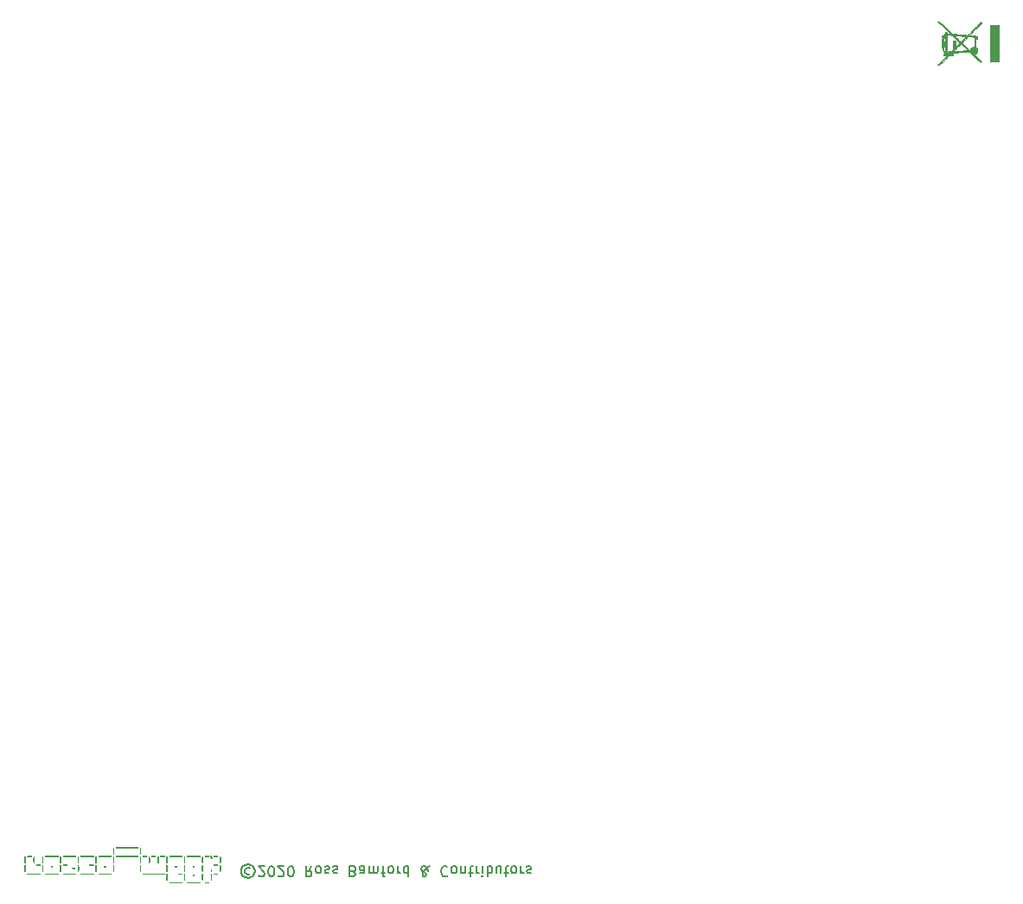
<source format=gbr>
G04 #@! TF.GenerationSoftware,KiCad,Pcbnew,(5.1.5-0-10_14)*
G04 #@! TF.CreationDate,2020-06-05T11:11:00+01:00*
G04 #@! TF.ProjectId,v9958video,76393935-3876-4696-9465-6f2e6b696361,rev?*
G04 #@! TF.SameCoordinates,Original*
G04 #@! TF.FileFunction,Legend,Bot*
G04 #@! TF.FilePolarity,Positive*
%FSLAX46Y46*%
G04 Gerber Fmt 4.6, Leading zero omitted, Abs format (unit mm)*
G04 Created by KiCad (PCBNEW (5.1.5-0-10_14)) date 2020-06-05 11:11:00*
%MOMM*%
%LPD*%
G04 APERTURE LIST*
%ADD10C,0.150000*%
%ADD11C,0.010000*%
%ADD12C,0.002000*%
G04 APERTURE END LIST*
D10*
X141666666Y-116309523D02*
X141571428Y-116357142D01*
X141380952Y-116357142D01*
X141285714Y-116309523D01*
X141190476Y-116214285D01*
X141142857Y-116119047D01*
X141142857Y-115928571D01*
X141190476Y-115833333D01*
X141285714Y-115738095D01*
X141380952Y-115690476D01*
X141571428Y-115690476D01*
X141666666Y-115738095D01*
X141476190Y-116690476D02*
X141238095Y-116642857D01*
X141000000Y-116500000D01*
X140857142Y-116261904D01*
X140809523Y-116023809D01*
X140857142Y-115785714D01*
X141000000Y-115547619D01*
X141238095Y-115404761D01*
X141476190Y-115357142D01*
X141714285Y-115404761D01*
X141952380Y-115547619D01*
X142095238Y-115785714D01*
X142142857Y-116023809D01*
X142095238Y-116261904D01*
X141952380Y-116500000D01*
X141714285Y-116642857D01*
X141476190Y-116690476D01*
X142523809Y-116452380D02*
X142571428Y-116500000D01*
X142666666Y-116547619D01*
X142904761Y-116547619D01*
X143000000Y-116500000D01*
X143047619Y-116452380D01*
X143095238Y-116357142D01*
X143095238Y-116261904D01*
X143047619Y-116119047D01*
X142476190Y-115547619D01*
X143095238Y-115547619D01*
X143714285Y-116547619D02*
X143809523Y-116547619D01*
X143904761Y-116500000D01*
X143952380Y-116452380D01*
X144000000Y-116357142D01*
X144047619Y-116166666D01*
X144047619Y-115928571D01*
X144000000Y-115738095D01*
X143952380Y-115642857D01*
X143904761Y-115595238D01*
X143809523Y-115547619D01*
X143714285Y-115547619D01*
X143619047Y-115595238D01*
X143571428Y-115642857D01*
X143523809Y-115738095D01*
X143476190Y-115928571D01*
X143476190Y-116166666D01*
X143523809Y-116357142D01*
X143571428Y-116452380D01*
X143619047Y-116500000D01*
X143714285Y-116547619D01*
X144428571Y-116452380D02*
X144476190Y-116500000D01*
X144571428Y-116547619D01*
X144809523Y-116547619D01*
X144904761Y-116500000D01*
X144952380Y-116452380D01*
X145000000Y-116357142D01*
X145000000Y-116261904D01*
X144952380Y-116119047D01*
X144380952Y-115547619D01*
X145000000Y-115547619D01*
X145619047Y-116547619D02*
X145714285Y-116547619D01*
X145809523Y-116500000D01*
X145857142Y-116452380D01*
X145904761Y-116357142D01*
X145952380Y-116166666D01*
X145952380Y-115928571D01*
X145904761Y-115738095D01*
X145857142Y-115642857D01*
X145809523Y-115595238D01*
X145714285Y-115547619D01*
X145619047Y-115547619D01*
X145523809Y-115595238D01*
X145476190Y-115642857D01*
X145428571Y-115738095D01*
X145380952Y-115928571D01*
X145380952Y-116166666D01*
X145428571Y-116357142D01*
X145476190Y-116452380D01*
X145523809Y-116500000D01*
X145619047Y-116547619D01*
X147714285Y-115547619D02*
X147380952Y-116023809D01*
X147142857Y-115547619D02*
X147142857Y-116547619D01*
X147523809Y-116547619D01*
X147619047Y-116500000D01*
X147666666Y-116452380D01*
X147714285Y-116357142D01*
X147714285Y-116214285D01*
X147666666Y-116119047D01*
X147619047Y-116071428D01*
X147523809Y-116023809D01*
X147142857Y-116023809D01*
X148285714Y-115547619D02*
X148190476Y-115595238D01*
X148142857Y-115642857D01*
X148095238Y-115738095D01*
X148095238Y-116023809D01*
X148142857Y-116119047D01*
X148190476Y-116166666D01*
X148285714Y-116214285D01*
X148428571Y-116214285D01*
X148523809Y-116166666D01*
X148571428Y-116119047D01*
X148619047Y-116023809D01*
X148619047Y-115738095D01*
X148571428Y-115642857D01*
X148523809Y-115595238D01*
X148428571Y-115547619D01*
X148285714Y-115547619D01*
X149000000Y-115595238D02*
X149095238Y-115547619D01*
X149285714Y-115547619D01*
X149380952Y-115595238D01*
X149428571Y-115690476D01*
X149428571Y-115738095D01*
X149380952Y-115833333D01*
X149285714Y-115880952D01*
X149142857Y-115880952D01*
X149047619Y-115928571D01*
X149000000Y-116023809D01*
X149000000Y-116071428D01*
X149047619Y-116166666D01*
X149142857Y-116214285D01*
X149285714Y-116214285D01*
X149380952Y-116166666D01*
X149809523Y-115595238D02*
X149904761Y-115547619D01*
X150095238Y-115547619D01*
X150190476Y-115595238D01*
X150238095Y-115690476D01*
X150238095Y-115738095D01*
X150190476Y-115833333D01*
X150095238Y-115880952D01*
X149952380Y-115880952D01*
X149857142Y-115928571D01*
X149809523Y-116023809D01*
X149809523Y-116071428D01*
X149857142Y-116166666D01*
X149952380Y-116214285D01*
X150095238Y-116214285D01*
X150190476Y-116166666D01*
X151761904Y-116071428D02*
X151904761Y-116023809D01*
X151952380Y-115976190D01*
X152000000Y-115880952D01*
X152000000Y-115738095D01*
X151952380Y-115642857D01*
X151904761Y-115595238D01*
X151809523Y-115547619D01*
X151428571Y-115547619D01*
X151428571Y-116547619D01*
X151761904Y-116547619D01*
X151857142Y-116500000D01*
X151904761Y-116452380D01*
X151952380Y-116357142D01*
X151952380Y-116261904D01*
X151904761Y-116166666D01*
X151857142Y-116119047D01*
X151761904Y-116071428D01*
X151428571Y-116071428D01*
X152857142Y-115547619D02*
X152857142Y-116071428D01*
X152809523Y-116166666D01*
X152714285Y-116214285D01*
X152523809Y-116214285D01*
X152428571Y-116166666D01*
X152857142Y-115595238D02*
X152761904Y-115547619D01*
X152523809Y-115547619D01*
X152428571Y-115595238D01*
X152380952Y-115690476D01*
X152380952Y-115785714D01*
X152428571Y-115880952D01*
X152523809Y-115928571D01*
X152761904Y-115928571D01*
X152857142Y-115976190D01*
X153333333Y-115547619D02*
X153333333Y-116214285D01*
X153333333Y-116119047D02*
X153380952Y-116166666D01*
X153476190Y-116214285D01*
X153619047Y-116214285D01*
X153714285Y-116166666D01*
X153761904Y-116071428D01*
X153761904Y-115547619D01*
X153761904Y-116071428D02*
X153809523Y-116166666D01*
X153904761Y-116214285D01*
X154047619Y-116214285D01*
X154142857Y-116166666D01*
X154190476Y-116071428D01*
X154190476Y-115547619D01*
X154523809Y-116214285D02*
X154904761Y-116214285D01*
X154666666Y-115547619D02*
X154666666Y-116404761D01*
X154714285Y-116500000D01*
X154809523Y-116547619D01*
X154904761Y-116547619D01*
X155380952Y-115547619D02*
X155285714Y-115595238D01*
X155238095Y-115642857D01*
X155190476Y-115738095D01*
X155190476Y-116023809D01*
X155238095Y-116119047D01*
X155285714Y-116166666D01*
X155380952Y-116214285D01*
X155523809Y-116214285D01*
X155619047Y-116166666D01*
X155666666Y-116119047D01*
X155714285Y-116023809D01*
X155714285Y-115738095D01*
X155666666Y-115642857D01*
X155619047Y-115595238D01*
X155523809Y-115547619D01*
X155380952Y-115547619D01*
X156142857Y-115547619D02*
X156142857Y-116214285D01*
X156142857Y-116023809D02*
X156190476Y-116119047D01*
X156238095Y-116166666D01*
X156333333Y-116214285D01*
X156428571Y-116214285D01*
X157190476Y-115547619D02*
X157190476Y-116547619D01*
X157190476Y-115595238D02*
X157095238Y-115547619D01*
X156904761Y-115547619D01*
X156809523Y-115595238D01*
X156761904Y-115642857D01*
X156714285Y-115738095D01*
X156714285Y-116023809D01*
X156761904Y-116119047D01*
X156809523Y-116166666D01*
X156904761Y-116214285D01*
X157095238Y-116214285D01*
X157190476Y-116166666D01*
X159238095Y-115547619D02*
X159190476Y-115547619D01*
X159095238Y-115595238D01*
X158952380Y-115738095D01*
X158714285Y-116023809D01*
X158619047Y-116166666D01*
X158571428Y-116309523D01*
X158571428Y-116404761D01*
X158619047Y-116500000D01*
X158714285Y-116547619D01*
X158761904Y-116547619D01*
X158857142Y-116500000D01*
X158904761Y-116404761D01*
X158904761Y-116357142D01*
X158857142Y-116261904D01*
X158809523Y-116214285D01*
X158523809Y-116023809D01*
X158476190Y-115976190D01*
X158428571Y-115880952D01*
X158428571Y-115738095D01*
X158476190Y-115642857D01*
X158523809Y-115595238D01*
X158619047Y-115547619D01*
X158761904Y-115547619D01*
X158857142Y-115595238D01*
X158904761Y-115642857D01*
X159047619Y-115833333D01*
X159095238Y-115976190D01*
X159095238Y-116071428D01*
X161000000Y-115642857D02*
X160952380Y-115595238D01*
X160809523Y-115547619D01*
X160714285Y-115547619D01*
X160571428Y-115595238D01*
X160476190Y-115690476D01*
X160428571Y-115785714D01*
X160380952Y-115976190D01*
X160380952Y-116119047D01*
X160428571Y-116309523D01*
X160476190Y-116404761D01*
X160571428Y-116500000D01*
X160714285Y-116547619D01*
X160809523Y-116547619D01*
X160952380Y-116500000D01*
X161000000Y-116452380D01*
X161571428Y-115547619D02*
X161476190Y-115595238D01*
X161428571Y-115642857D01*
X161380952Y-115738095D01*
X161380952Y-116023809D01*
X161428571Y-116119047D01*
X161476190Y-116166666D01*
X161571428Y-116214285D01*
X161714285Y-116214285D01*
X161809523Y-116166666D01*
X161857142Y-116119047D01*
X161904761Y-116023809D01*
X161904761Y-115738095D01*
X161857142Y-115642857D01*
X161809523Y-115595238D01*
X161714285Y-115547619D01*
X161571428Y-115547619D01*
X162333333Y-116214285D02*
X162333333Y-115547619D01*
X162333333Y-116119047D02*
X162380952Y-116166666D01*
X162476190Y-116214285D01*
X162619047Y-116214285D01*
X162714285Y-116166666D01*
X162761904Y-116071428D01*
X162761904Y-115547619D01*
X163095238Y-116214285D02*
X163476190Y-116214285D01*
X163238095Y-116547619D02*
X163238095Y-115690476D01*
X163285714Y-115595238D01*
X163380952Y-115547619D01*
X163476190Y-115547619D01*
X163809523Y-115547619D02*
X163809523Y-116214285D01*
X163809523Y-116023809D02*
X163857142Y-116119047D01*
X163904761Y-116166666D01*
X164000000Y-116214285D01*
X164095238Y-116214285D01*
X164428571Y-115547619D02*
X164428571Y-116214285D01*
X164428571Y-116547619D02*
X164380952Y-116500000D01*
X164428571Y-116452380D01*
X164476190Y-116500000D01*
X164428571Y-116547619D01*
X164428571Y-116452380D01*
X164904761Y-115547619D02*
X164904761Y-116547619D01*
X164904761Y-116166666D02*
X165000000Y-116214285D01*
X165190476Y-116214285D01*
X165285714Y-116166666D01*
X165333333Y-116119047D01*
X165380952Y-116023809D01*
X165380952Y-115738095D01*
X165333333Y-115642857D01*
X165285714Y-115595238D01*
X165190476Y-115547619D01*
X165000000Y-115547619D01*
X164904761Y-115595238D01*
X166238095Y-116214285D02*
X166238095Y-115547619D01*
X165809523Y-116214285D02*
X165809523Y-115690476D01*
X165857142Y-115595238D01*
X165952380Y-115547619D01*
X166095238Y-115547619D01*
X166190476Y-115595238D01*
X166238095Y-115642857D01*
X166571428Y-116214285D02*
X166952380Y-116214285D01*
X166714285Y-116547619D02*
X166714285Y-115690476D01*
X166761904Y-115595238D01*
X166857142Y-115547619D01*
X166952380Y-115547619D01*
X167428571Y-115547619D02*
X167333333Y-115595238D01*
X167285714Y-115642857D01*
X167238095Y-115738095D01*
X167238095Y-116023809D01*
X167285714Y-116119047D01*
X167333333Y-116166666D01*
X167428571Y-116214285D01*
X167571428Y-116214285D01*
X167666666Y-116166666D01*
X167714285Y-116119047D01*
X167761904Y-116023809D01*
X167761904Y-115738095D01*
X167714285Y-115642857D01*
X167666666Y-115595238D01*
X167571428Y-115547619D01*
X167428571Y-115547619D01*
X168190476Y-115547619D02*
X168190476Y-116214285D01*
X168190476Y-116023809D02*
X168238095Y-116119047D01*
X168285714Y-116166666D01*
X168380952Y-116214285D01*
X168476190Y-116214285D01*
X168761904Y-115595238D02*
X168857142Y-115547619D01*
X169047619Y-115547619D01*
X169142857Y-115595238D01*
X169190476Y-115690476D01*
X169190476Y-115738095D01*
X169142857Y-115833333D01*
X169047619Y-115880952D01*
X168904761Y-115880952D01*
X168809523Y-115928571D01*
X168761904Y-116023809D01*
X168761904Y-116071428D01*
X168809523Y-116166666D01*
X168904761Y-116214285D01*
X169047619Y-116214285D01*
X169142857Y-116166666D01*
D11*
G36*
X215017822Y-36747822D02*
G01*
X215017822Y-33227029D01*
X214150198Y-33227029D01*
X214150198Y-36747822D01*
X215017822Y-36747822D01*
G37*
X215017822Y-36747822D02*
X215017822Y-33227029D01*
X214150198Y-33227029D01*
X214150198Y-36747822D01*
X215017822Y-36747822D01*
G36*
X209064848Y-37124430D02*
G01*
X209151931Y-37123811D01*
X209610891Y-36672086D01*
X210069852Y-36220361D01*
X210280471Y-36220032D01*
X210491089Y-36219703D01*
X210491089Y-35944610D01*
X210544530Y-35937522D01*
X210568888Y-35934838D01*
X210614759Y-35930313D01*
X210679405Y-35924191D01*
X210760091Y-35916712D01*
X210854081Y-35908119D01*
X210958637Y-35898654D01*
X211071025Y-35888558D01*
X211188507Y-35878074D01*
X211308348Y-35867444D01*
X211427811Y-35856909D01*
X211544159Y-35846713D01*
X211654657Y-35837095D01*
X211756569Y-35828300D01*
X211847158Y-35820568D01*
X211923687Y-35814142D01*
X211983421Y-35809263D01*
X212023624Y-35806175D01*
X212041559Y-35805117D01*
X212041644Y-35805118D01*
X212056035Y-35812827D01*
X212085748Y-35835981D01*
X212131131Y-35874895D01*
X212192529Y-35929884D01*
X212270288Y-36001264D01*
X212364754Y-36089349D01*
X212476272Y-36194454D01*
X212605188Y-36316895D01*
X212641287Y-36351310D01*
X213213416Y-36897137D01*
X213301436Y-36808881D01*
X213223758Y-36737485D01*
X213195686Y-36711366D01*
X213152274Y-36670566D01*
X213096366Y-36617777D01*
X213030808Y-36555691D01*
X212958441Y-36487000D01*
X212882112Y-36414396D01*
X212836524Y-36370960D01*
X212751119Y-36289416D01*
X212682710Y-36223504D01*
X212630053Y-36171544D01*
X212591905Y-36131855D01*
X212567020Y-36102757D01*
X212554156Y-36082569D01*
X212552068Y-36069610D01*
X212559513Y-36062200D01*
X212575246Y-36058658D01*
X212598023Y-36057303D01*
X212604239Y-36057121D01*
X212647061Y-36047703D01*
X212698819Y-36024497D01*
X212751328Y-35992136D01*
X212796403Y-35955252D01*
X212810328Y-35940493D01*
X212859047Y-35864767D01*
X212886306Y-35776308D01*
X212892773Y-35698100D01*
X212880576Y-35609468D01*
X212844813Y-35527612D01*
X212786722Y-35455164D01*
X212772262Y-35441797D01*
X212716733Y-35392918D01*
X212716733Y-34547326D01*
X212892773Y-34547326D01*
X212892773Y-34320990D01*
X212810531Y-34320990D01*
X212754386Y-34318150D01*
X212715416Y-34308607D01*
X212694219Y-34297009D01*
X212679052Y-34288723D01*
X212657062Y-34281627D01*
X212624987Y-34275252D01*
X212579569Y-34269128D01*
X212517548Y-34262784D01*
X212435662Y-34255750D01*
X212374746Y-34250934D01*
X212089343Y-34228839D01*
X212638805Y-33686435D01*
X212738228Y-33588363D01*
X212833815Y-33494216D01*
X212923810Y-33405715D01*
X213006457Y-33324580D01*
X213080001Y-33252531D01*
X213142684Y-33191288D01*
X213192752Y-33142573D01*
X213228448Y-33108104D01*
X213247995Y-33089621D01*
X213278944Y-33059257D01*
X213300530Y-33033929D01*
X213307723Y-33020305D01*
X213299297Y-33002905D01*
X213278245Y-32977540D01*
X213269671Y-32968942D01*
X213231620Y-32932486D01*
X213027658Y-33133198D01*
X212975699Y-33184404D01*
X212908820Y-33250431D01*
X212829950Y-33328382D01*
X212742014Y-33415362D01*
X212647941Y-33508474D01*
X212550658Y-33604821D01*
X212453093Y-33701508D01*
X212383145Y-33770866D01*
X212276550Y-33876297D01*
X212186307Y-33964871D01*
X212111192Y-34037719D01*
X212049986Y-34095977D01*
X212001466Y-34140775D01*
X211976129Y-34162979D01*
X211976129Y-34341276D01*
X212261555Y-34363599D01*
X212345219Y-34370331D01*
X212421727Y-34376843D01*
X212487081Y-34382766D01*
X212537281Y-34387732D01*
X212568329Y-34391371D01*
X212575273Y-34392542D01*
X212603565Y-34399162D01*
X212603565Y-35348636D01*
X212524606Y-35354974D01*
X212431315Y-35374110D01*
X212348791Y-35414154D01*
X212280038Y-35472582D01*
X212228063Y-35546871D01*
X212196863Y-35630252D01*
X212182228Y-35657302D01*
X212150819Y-35670844D01*
X212149434Y-35671128D01*
X212136174Y-35672753D01*
X212122595Y-35670744D01*
X212106181Y-35663142D01*
X212084411Y-35647984D01*
X212054767Y-35623312D01*
X212014732Y-35587164D01*
X211961785Y-35537580D01*
X211893409Y-35472599D01*
X211889005Y-35468401D01*
X211815611Y-35398507D01*
X211737437Y-35324200D01*
X211659864Y-35250586D01*
X211588275Y-35182771D01*
X211528051Y-35125860D01*
X211514587Y-35113168D01*
X211463820Y-35064513D01*
X211420375Y-35021291D01*
X211387241Y-34986605D01*
X211367405Y-34963556D01*
X211363046Y-34955818D01*
X211372170Y-34944278D01*
X211397200Y-34917290D01*
X211436052Y-34876979D01*
X211486643Y-34825471D01*
X211546888Y-34764891D01*
X211614704Y-34697364D01*
X211670565Y-34642174D01*
X211976129Y-34341276D01*
X211976129Y-34162979D01*
X211964411Y-34173249D01*
X211937599Y-34194529D01*
X211919808Y-34205749D01*
X211911570Y-34208246D01*
X211893590Y-34207300D01*
X211852892Y-34204427D01*
X211791819Y-34199813D01*
X211712713Y-34193642D01*
X211617914Y-34186102D01*
X211509767Y-34177379D01*
X211390612Y-34167657D01*
X211262791Y-34157124D01*
X211160635Y-34148635D01*
X210584674Y-34100604D01*
X210584674Y-34224195D01*
X210597104Y-34224727D01*
X210632110Y-34227231D01*
X210687215Y-34231504D01*
X210759943Y-34237347D01*
X210847814Y-34244557D01*
X210948351Y-34252934D01*
X211059077Y-34262277D01*
X211164205Y-34271242D01*
X211283483Y-34281398D01*
X211396080Y-34290858D01*
X211499305Y-34299404D01*
X211590473Y-34306821D01*
X211666895Y-34312892D01*
X211725883Y-34317399D01*
X211764749Y-34320127D01*
X211779844Y-34320884D01*
X211789238Y-34322065D01*
X211792966Y-34326744D01*
X211789471Y-34336724D01*
X211777199Y-34353810D01*
X211754594Y-34379804D01*
X211720100Y-34416510D01*
X211672162Y-34465733D01*
X211609224Y-34529274D01*
X211541968Y-34596695D01*
X211266477Y-34872399D01*
X211264406Y-34870467D01*
X211264406Y-35052710D01*
X211275780Y-35061016D01*
X211302563Y-35084267D01*
X211342292Y-35120135D01*
X211392507Y-35166287D01*
X211450746Y-35220394D01*
X211514547Y-35280126D01*
X211581449Y-35343152D01*
X211648990Y-35407142D01*
X211714710Y-35469764D01*
X211776146Y-35528690D01*
X211830837Y-35581588D01*
X211876322Y-35626128D01*
X211910138Y-35659980D01*
X211929826Y-35680812D01*
X211933837Y-35686494D01*
X211920891Y-35688366D01*
X211885134Y-35692254D01*
X211828804Y-35697943D01*
X211754140Y-35705219D01*
X211663380Y-35713869D01*
X211558762Y-35723678D01*
X211442526Y-35734434D01*
X211316908Y-35745921D01*
X211215618Y-35755093D01*
X211084279Y-35766826D01*
X210960552Y-35777665D01*
X210846681Y-35787430D01*
X210744911Y-35795937D01*
X210657487Y-35803005D01*
X210586653Y-35808451D01*
X210534653Y-35812092D01*
X210503732Y-35813747D01*
X210495703Y-35813558D01*
X210502854Y-35803666D01*
X210525841Y-35778476D01*
X210562439Y-35740190D01*
X210610422Y-35691011D01*
X210667566Y-35633139D01*
X210731647Y-35568778D01*
X210800438Y-35500129D01*
X210871716Y-35429395D01*
X210943255Y-35358778D01*
X211012830Y-35290480D01*
X211078217Y-35226704D01*
X211137191Y-35169650D01*
X211187527Y-35121522D01*
X211226999Y-35084522D01*
X211253383Y-35060852D01*
X211264406Y-35052710D01*
X211264406Y-34870467D01*
X211156295Y-34769591D01*
X211100377Y-34717232D01*
X211037948Y-34658465D01*
X210971443Y-34595615D01*
X210903298Y-34531005D01*
X210835948Y-34466958D01*
X210771828Y-34405797D01*
X210713372Y-34349847D01*
X210663018Y-34301430D01*
X210623198Y-34262870D01*
X210596350Y-34236491D01*
X210584908Y-34224616D01*
X210584674Y-34224195D01*
X210584674Y-34100604D01*
X210440726Y-34088599D01*
X209809158Y-33488062D01*
X209177589Y-32887525D01*
X209089315Y-32887966D01*
X209001040Y-32888408D01*
X209104666Y-32985417D01*
X209162463Y-33039709D01*
X209230368Y-33103808D01*
X209306572Y-33175984D01*
X209389269Y-33254508D01*
X209476653Y-33337651D01*
X209566915Y-33423681D01*
X209658250Y-33510870D01*
X209748849Y-33597487D01*
X209836907Y-33681803D01*
X209920615Y-33762088D01*
X209998167Y-33836613D01*
X210067757Y-33903646D01*
X210127576Y-33961459D01*
X210175818Y-34008321D01*
X210210676Y-34042504D01*
X210230343Y-34062276D01*
X210234116Y-34066610D01*
X210220992Y-34066908D01*
X210187389Y-34065269D01*
X210137880Y-34061977D01*
X210077037Y-34057318D01*
X210052732Y-34055318D01*
X209874951Y-34040423D01*
X209874951Y-34157045D01*
X209903243Y-34163066D01*
X209925618Y-34166137D01*
X209967717Y-34170452D01*
X210024178Y-34175512D01*
X210089635Y-34180819D01*
X210113862Y-34182656D01*
X210183421Y-34188073D01*
X210248018Y-34193541D01*
X210301548Y-34198512D01*
X210337910Y-34202439D01*
X210344509Y-34203325D01*
X210358056Y-34206666D01*
X210373914Y-34213899D01*
X210393861Y-34226560D01*
X210419673Y-34246189D01*
X210453129Y-34274322D01*
X210496007Y-34312498D01*
X210550083Y-34362254D01*
X210617136Y-34425129D01*
X210698943Y-34502659D01*
X210781950Y-34581749D01*
X210864094Y-34660436D01*
X210940169Y-34733888D01*
X211008325Y-34800276D01*
X211066712Y-34857773D01*
X211113481Y-34904549D01*
X211146782Y-34938776D01*
X211164767Y-34958627D01*
X211167442Y-34962860D01*
X211157741Y-34973997D01*
X211132441Y-35000029D01*
X211094082Y-35038430D01*
X211045200Y-35086672D01*
X210988334Y-35142230D01*
X210946906Y-35182408D01*
X210730000Y-35392169D01*
X210730000Y-34773663D01*
X210491089Y-34773663D01*
X210491089Y-35528119D01*
X210597542Y-35528119D01*
X210459654Y-35666435D01*
X210361840Y-35764553D01*
X210361840Y-35955643D01*
X210377270Y-35957471D01*
X210385867Y-35966723D01*
X210389613Y-35989050D01*
X210390489Y-36030105D01*
X210390495Y-36037376D01*
X210390495Y-36119109D01*
X210171172Y-36119109D01*
X210252179Y-36037376D01*
X210301428Y-35991270D01*
X210339159Y-35963694D01*
X210361840Y-35955643D01*
X210361840Y-35764553D01*
X210321766Y-35804752D01*
X210198952Y-35804752D01*
X210142450Y-35805137D01*
X210106505Y-35806900D01*
X210086530Y-35810950D01*
X210077937Y-35818199D01*
X210076139Y-35829130D01*
X210073498Y-35841288D01*
X210062912Y-35850273D01*
X210040381Y-35857174D01*
X210001909Y-35863076D01*
X209943498Y-35869065D01*
X209922104Y-35870987D01*
X209874951Y-35875148D01*
X209874951Y-34157045D01*
X209874951Y-34040423D01*
X209874951Y-33880891D01*
X209761782Y-33880891D01*
X209761782Y-33948686D01*
X209760696Y-33988338D01*
X209755454Y-34009884D01*
X209752334Y-34012520D01*
X209752334Y-34151384D01*
X209759462Y-34158692D01*
X209761662Y-34184007D01*
X209761782Y-34201092D01*
X209761782Y-34258119D01*
X209761782Y-34470779D01*
X209761782Y-35885302D01*
X209712786Y-35837458D01*
X209652324Y-35763150D01*
X209605691Y-35671184D01*
X209572249Y-35560002D01*
X209553753Y-35449529D01*
X209545122Y-35377227D01*
X209636040Y-35377227D01*
X209636040Y-34798812D01*
X209532893Y-34798812D01*
X209541496Y-34713935D01*
X209548756Y-34654632D01*
X209558379Y-34591449D01*
X209565252Y-34553614D01*
X209580407Y-34478168D01*
X209671095Y-34474474D01*
X209761782Y-34470779D01*
X209761782Y-34258119D01*
X209711485Y-34258119D01*
X209679976Y-34256456D01*
X209662463Y-34252303D01*
X209661188Y-34250629D01*
X209669254Y-34232013D01*
X209688820Y-34204817D01*
X209712944Y-34177552D01*
X209734682Y-34158733D01*
X209737508Y-34157057D01*
X209752334Y-34151384D01*
X209752334Y-34012520D01*
X209743081Y-34020338D01*
X209729604Y-34024558D01*
X209694627Y-34041781D01*
X209652579Y-34074862D01*
X209609356Y-34118107D01*
X209570854Y-34165826D01*
X209550801Y-34197170D01*
X209528851Y-34232877D01*
X209510411Y-34251181D01*
X209488668Y-34257612D01*
X209475718Y-34258106D01*
X209472575Y-34258106D01*
X209472575Y-34899406D01*
X209535446Y-34899406D01*
X209535446Y-35276633D01*
X209472575Y-35276633D01*
X209472575Y-34899406D01*
X209472575Y-34258106D01*
X209434852Y-34258119D01*
X209434852Y-34363952D01*
X209436029Y-34412645D01*
X209439165Y-34450595D01*
X209443671Y-34471692D01*
X209445495Y-34473977D01*
X209448295Y-34487359D01*
X209447148Y-34519926D01*
X209442393Y-34566084D01*
X209438003Y-34597624D01*
X209429378Y-34654812D01*
X209421591Y-34707114D01*
X209415847Y-34746418D01*
X209414215Y-34757945D01*
X209404888Y-34788063D01*
X209390272Y-34798812D01*
X209384320Y-34802080D01*
X209379778Y-34813770D01*
X209376470Y-34836712D01*
X209374215Y-34873735D01*
X209372834Y-34927668D01*
X209372150Y-35001340D01*
X209371980Y-35088020D01*
X209372077Y-35180529D01*
X209372530Y-35250906D01*
X209373590Y-35302164D01*
X209375503Y-35337320D01*
X209378519Y-35359389D01*
X209382885Y-35371385D01*
X209388849Y-35376324D01*
X209395784Y-35377227D01*
X209417795Y-35384921D01*
X209430321Y-35410121D01*
X209434788Y-35456009D01*
X209434852Y-35464264D01*
X209442868Y-35541973D01*
X209464936Y-35630233D01*
X209498084Y-35721085D01*
X209539339Y-35806570D01*
X209585731Y-35878726D01*
X209593082Y-35888072D01*
X209616998Y-35918533D01*
X209626576Y-35936572D01*
X209623480Y-35949169D01*
X209610704Y-35962100D01*
X209585678Y-36000293D01*
X209576071Y-36049998D01*
X209581067Y-36103524D01*
X209599851Y-36153178D01*
X209631606Y-36191267D01*
X209635297Y-36194025D01*
X209694575Y-36222526D01*
X209755934Y-36227828D01*
X209814427Y-36210518D01*
X209865104Y-36171180D01*
X209869289Y-36166370D01*
X209889167Y-36138440D01*
X209897921Y-36110102D01*
X209898553Y-36070263D01*
X209897992Y-36060311D01*
X209896562Y-36021332D01*
X209899839Y-36001254D01*
X209909728Y-35993985D01*
X209918961Y-35993240D01*
X209945744Y-35991716D01*
X209986025Y-35987935D01*
X210010124Y-35985218D01*
X210048401Y-35981277D01*
X210067996Y-35982916D01*
X210075158Y-35992421D01*
X210076139Y-36009351D01*
X210072901Y-36019392D01*
X210062420Y-36035590D01*
X210043548Y-36059145D01*
X210015135Y-36091257D01*
X209976035Y-36133128D01*
X209925097Y-36185957D01*
X209861173Y-36250945D01*
X209783114Y-36329291D01*
X209689772Y-36422197D01*
X209579998Y-36530863D01*
X209526952Y-36583231D01*
X208977767Y-37125049D01*
X209064848Y-37124430D01*
G37*
X209064848Y-37124430D02*
X209151931Y-37123811D01*
X209610891Y-36672086D01*
X210069852Y-36220361D01*
X210280471Y-36220032D01*
X210491089Y-36219703D01*
X210491089Y-35944610D01*
X210544530Y-35937522D01*
X210568888Y-35934838D01*
X210614759Y-35930313D01*
X210679405Y-35924191D01*
X210760091Y-35916712D01*
X210854081Y-35908119D01*
X210958637Y-35898654D01*
X211071025Y-35888558D01*
X211188507Y-35878074D01*
X211308348Y-35867444D01*
X211427811Y-35856909D01*
X211544159Y-35846713D01*
X211654657Y-35837095D01*
X211756569Y-35828300D01*
X211847158Y-35820568D01*
X211923687Y-35814142D01*
X211983421Y-35809263D01*
X212023624Y-35806175D01*
X212041559Y-35805117D01*
X212041644Y-35805118D01*
X212056035Y-35812827D01*
X212085748Y-35835981D01*
X212131131Y-35874895D01*
X212192529Y-35929884D01*
X212270288Y-36001264D01*
X212364754Y-36089349D01*
X212476272Y-36194454D01*
X212605188Y-36316895D01*
X212641287Y-36351310D01*
X213213416Y-36897137D01*
X213301436Y-36808881D01*
X213223758Y-36737485D01*
X213195686Y-36711366D01*
X213152274Y-36670566D01*
X213096366Y-36617777D01*
X213030808Y-36555691D01*
X212958441Y-36487000D01*
X212882112Y-36414396D01*
X212836524Y-36370960D01*
X212751119Y-36289416D01*
X212682710Y-36223504D01*
X212630053Y-36171544D01*
X212591905Y-36131855D01*
X212567020Y-36102757D01*
X212554156Y-36082569D01*
X212552068Y-36069610D01*
X212559513Y-36062200D01*
X212575246Y-36058658D01*
X212598023Y-36057303D01*
X212604239Y-36057121D01*
X212647061Y-36047703D01*
X212698819Y-36024497D01*
X212751328Y-35992136D01*
X212796403Y-35955252D01*
X212810328Y-35940493D01*
X212859047Y-35864767D01*
X212886306Y-35776308D01*
X212892773Y-35698100D01*
X212880576Y-35609468D01*
X212844813Y-35527612D01*
X212786722Y-35455164D01*
X212772262Y-35441797D01*
X212716733Y-35392918D01*
X212716733Y-34547326D01*
X212892773Y-34547326D01*
X212892773Y-34320990D01*
X212810531Y-34320990D01*
X212754386Y-34318150D01*
X212715416Y-34308607D01*
X212694219Y-34297009D01*
X212679052Y-34288723D01*
X212657062Y-34281627D01*
X212624987Y-34275252D01*
X212579569Y-34269128D01*
X212517548Y-34262784D01*
X212435662Y-34255750D01*
X212374746Y-34250934D01*
X212089343Y-34228839D01*
X212638805Y-33686435D01*
X212738228Y-33588363D01*
X212833815Y-33494216D01*
X212923810Y-33405715D01*
X213006457Y-33324580D01*
X213080001Y-33252531D01*
X213142684Y-33191288D01*
X213192752Y-33142573D01*
X213228448Y-33108104D01*
X213247995Y-33089621D01*
X213278944Y-33059257D01*
X213300530Y-33033929D01*
X213307723Y-33020305D01*
X213299297Y-33002905D01*
X213278245Y-32977540D01*
X213269671Y-32968942D01*
X213231620Y-32932486D01*
X213027658Y-33133198D01*
X212975699Y-33184404D01*
X212908820Y-33250431D01*
X212829950Y-33328382D01*
X212742014Y-33415362D01*
X212647941Y-33508474D01*
X212550658Y-33604821D01*
X212453093Y-33701508D01*
X212383145Y-33770866D01*
X212276550Y-33876297D01*
X212186307Y-33964871D01*
X212111192Y-34037719D01*
X212049986Y-34095977D01*
X212001466Y-34140775D01*
X211976129Y-34162979D01*
X211976129Y-34341276D01*
X212261555Y-34363599D01*
X212345219Y-34370331D01*
X212421727Y-34376843D01*
X212487081Y-34382766D01*
X212537281Y-34387732D01*
X212568329Y-34391371D01*
X212575273Y-34392542D01*
X212603565Y-34399162D01*
X212603565Y-35348636D01*
X212524606Y-35354974D01*
X212431315Y-35374110D01*
X212348791Y-35414154D01*
X212280038Y-35472582D01*
X212228063Y-35546871D01*
X212196863Y-35630252D01*
X212182228Y-35657302D01*
X212150819Y-35670844D01*
X212149434Y-35671128D01*
X212136174Y-35672753D01*
X212122595Y-35670744D01*
X212106181Y-35663142D01*
X212084411Y-35647984D01*
X212054767Y-35623312D01*
X212014732Y-35587164D01*
X211961785Y-35537580D01*
X211893409Y-35472599D01*
X211889005Y-35468401D01*
X211815611Y-35398507D01*
X211737437Y-35324200D01*
X211659864Y-35250586D01*
X211588275Y-35182771D01*
X211528051Y-35125860D01*
X211514587Y-35113168D01*
X211463820Y-35064513D01*
X211420375Y-35021291D01*
X211387241Y-34986605D01*
X211367405Y-34963556D01*
X211363046Y-34955818D01*
X211372170Y-34944278D01*
X211397200Y-34917290D01*
X211436052Y-34876979D01*
X211486643Y-34825471D01*
X211546888Y-34764891D01*
X211614704Y-34697364D01*
X211670565Y-34642174D01*
X211976129Y-34341276D01*
X211976129Y-34162979D01*
X211964411Y-34173249D01*
X211937599Y-34194529D01*
X211919808Y-34205749D01*
X211911570Y-34208246D01*
X211893590Y-34207300D01*
X211852892Y-34204427D01*
X211791819Y-34199813D01*
X211712713Y-34193642D01*
X211617914Y-34186102D01*
X211509767Y-34177379D01*
X211390612Y-34167657D01*
X211262791Y-34157124D01*
X211160635Y-34148635D01*
X210584674Y-34100604D01*
X210584674Y-34224195D01*
X210597104Y-34224727D01*
X210632110Y-34227231D01*
X210687215Y-34231504D01*
X210759943Y-34237347D01*
X210847814Y-34244557D01*
X210948351Y-34252934D01*
X211059077Y-34262277D01*
X211164205Y-34271242D01*
X211283483Y-34281398D01*
X211396080Y-34290858D01*
X211499305Y-34299404D01*
X211590473Y-34306821D01*
X211666895Y-34312892D01*
X211725883Y-34317399D01*
X211764749Y-34320127D01*
X211779844Y-34320884D01*
X211789238Y-34322065D01*
X211792966Y-34326744D01*
X211789471Y-34336724D01*
X211777199Y-34353810D01*
X211754594Y-34379804D01*
X211720100Y-34416510D01*
X211672162Y-34465733D01*
X211609224Y-34529274D01*
X211541968Y-34596695D01*
X211266477Y-34872399D01*
X211264406Y-34870467D01*
X211264406Y-35052710D01*
X211275780Y-35061016D01*
X211302563Y-35084267D01*
X211342292Y-35120135D01*
X211392507Y-35166287D01*
X211450746Y-35220394D01*
X211514547Y-35280126D01*
X211581449Y-35343152D01*
X211648990Y-35407142D01*
X211714710Y-35469764D01*
X211776146Y-35528690D01*
X211830837Y-35581588D01*
X211876322Y-35626128D01*
X211910138Y-35659980D01*
X211929826Y-35680812D01*
X211933837Y-35686494D01*
X211920891Y-35688366D01*
X211885134Y-35692254D01*
X211828804Y-35697943D01*
X211754140Y-35705219D01*
X211663380Y-35713869D01*
X211558762Y-35723678D01*
X211442526Y-35734434D01*
X211316908Y-35745921D01*
X211215618Y-35755093D01*
X211084279Y-35766826D01*
X210960552Y-35777665D01*
X210846681Y-35787430D01*
X210744911Y-35795937D01*
X210657487Y-35803005D01*
X210586653Y-35808451D01*
X210534653Y-35812092D01*
X210503732Y-35813747D01*
X210495703Y-35813558D01*
X210502854Y-35803666D01*
X210525841Y-35778476D01*
X210562439Y-35740190D01*
X210610422Y-35691011D01*
X210667566Y-35633139D01*
X210731647Y-35568778D01*
X210800438Y-35500129D01*
X210871716Y-35429395D01*
X210943255Y-35358778D01*
X211012830Y-35290480D01*
X211078217Y-35226704D01*
X211137191Y-35169650D01*
X211187527Y-35121522D01*
X211226999Y-35084522D01*
X211253383Y-35060852D01*
X211264406Y-35052710D01*
X211264406Y-34870467D01*
X211156295Y-34769591D01*
X211100377Y-34717232D01*
X211037948Y-34658465D01*
X210971443Y-34595615D01*
X210903298Y-34531005D01*
X210835948Y-34466958D01*
X210771828Y-34405797D01*
X210713372Y-34349847D01*
X210663018Y-34301430D01*
X210623198Y-34262870D01*
X210596350Y-34236491D01*
X210584908Y-34224616D01*
X210584674Y-34224195D01*
X210584674Y-34100604D01*
X210440726Y-34088599D01*
X209809158Y-33488062D01*
X209177589Y-32887525D01*
X209089315Y-32887966D01*
X209001040Y-32888408D01*
X209104666Y-32985417D01*
X209162463Y-33039709D01*
X209230368Y-33103808D01*
X209306572Y-33175984D01*
X209389269Y-33254508D01*
X209476653Y-33337651D01*
X209566915Y-33423681D01*
X209658250Y-33510870D01*
X209748849Y-33597487D01*
X209836907Y-33681803D01*
X209920615Y-33762088D01*
X209998167Y-33836613D01*
X210067757Y-33903646D01*
X210127576Y-33961459D01*
X210175818Y-34008321D01*
X210210676Y-34042504D01*
X210230343Y-34062276D01*
X210234116Y-34066610D01*
X210220992Y-34066908D01*
X210187389Y-34065269D01*
X210137880Y-34061977D01*
X210077037Y-34057318D01*
X210052732Y-34055318D01*
X209874951Y-34040423D01*
X209874951Y-34157045D01*
X209903243Y-34163066D01*
X209925618Y-34166137D01*
X209967717Y-34170452D01*
X210024178Y-34175512D01*
X210089635Y-34180819D01*
X210113862Y-34182656D01*
X210183421Y-34188073D01*
X210248018Y-34193541D01*
X210301548Y-34198512D01*
X210337910Y-34202439D01*
X210344509Y-34203325D01*
X210358056Y-34206666D01*
X210373914Y-34213899D01*
X210393861Y-34226560D01*
X210419673Y-34246189D01*
X210453129Y-34274322D01*
X210496007Y-34312498D01*
X210550083Y-34362254D01*
X210617136Y-34425129D01*
X210698943Y-34502659D01*
X210781950Y-34581749D01*
X210864094Y-34660436D01*
X210940169Y-34733888D01*
X211008325Y-34800276D01*
X211066712Y-34857773D01*
X211113481Y-34904549D01*
X211146782Y-34938776D01*
X211164767Y-34958627D01*
X211167442Y-34962860D01*
X211157741Y-34973997D01*
X211132441Y-35000029D01*
X211094082Y-35038430D01*
X211045200Y-35086672D01*
X210988334Y-35142230D01*
X210946906Y-35182408D01*
X210730000Y-35392169D01*
X210730000Y-34773663D01*
X210491089Y-34773663D01*
X210491089Y-35528119D01*
X210597542Y-35528119D01*
X210459654Y-35666435D01*
X210361840Y-35764553D01*
X210361840Y-35955643D01*
X210377270Y-35957471D01*
X210385867Y-35966723D01*
X210389613Y-35989050D01*
X210390489Y-36030105D01*
X210390495Y-36037376D01*
X210390495Y-36119109D01*
X210171172Y-36119109D01*
X210252179Y-36037376D01*
X210301428Y-35991270D01*
X210339159Y-35963694D01*
X210361840Y-35955643D01*
X210361840Y-35764553D01*
X210321766Y-35804752D01*
X210198952Y-35804752D01*
X210142450Y-35805137D01*
X210106505Y-35806900D01*
X210086530Y-35810950D01*
X210077937Y-35818199D01*
X210076139Y-35829130D01*
X210073498Y-35841288D01*
X210062912Y-35850273D01*
X210040381Y-35857174D01*
X210001909Y-35863076D01*
X209943498Y-35869065D01*
X209922104Y-35870987D01*
X209874951Y-35875148D01*
X209874951Y-34157045D01*
X209874951Y-34040423D01*
X209874951Y-33880891D01*
X209761782Y-33880891D01*
X209761782Y-33948686D01*
X209760696Y-33988338D01*
X209755454Y-34009884D01*
X209752334Y-34012520D01*
X209752334Y-34151384D01*
X209759462Y-34158692D01*
X209761662Y-34184007D01*
X209761782Y-34201092D01*
X209761782Y-34258119D01*
X209761782Y-34470779D01*
X209761782Y-35885302D01*
X209712786Y-35837458D01*
X209652324Y-35763150D01*
X209605691Y-35671184D01*
X209572249Y-35560002D01*
X209553753Y-35449529D01*
X209545122Y-35377227D01*
X209636040Y-35377227D01*
X209636040Y-34798812D01*
X209532893Y-34798812D01*
X209541496Y-34713935D01*
X209548756Y-34654632D01*
X209558379Y-34591449D01*
X209565252Y-34553614D01*
X209580407Y-34478168D01*
X209671095Y-34474474D01*
X209761782Y-34470779D01*
X209761782Y-34258119D01*
X209711485Y-34258119D01*
X209679976Y-34256456D01*
X209662463Y-34252303D01*
X209661188Y-34250629D01*
X209669254Y-34232013D01*
X209688820Y-34204817D01*
X209712944Y-34177552D01*
X209734682Y-34158733D01*
X209737508Y-34157057D01*
X209752334Y-34151384D01*
X209752334Y-34012520D01*
X209743081Y-34020338D01*
X209729604Y-34024558D01*
X209694627Y-34041781D01*
X209652579Y-34074862D01*
X209609356Y-34118107D01*
X209570854Y-34165826D01*
X209550801Y-34197170D01*
X209528851Y-34232877D01*
X209510411Y-34251181D01*
X209488668Y-34257612D01*
X209475718Y-34258106D01*
X209472575Y-34258106D01*
X209472575Y-34899406D01*
X209535446Y-34899406D01*
X209535446Y-35276633D01*
X209472575Y-35276633D01*
X209472575Y-34899406D01*
X209472575Y-34258106D01*
X209434852Y-34258119D01*
X209434852Y-34363952D01*
X209436029Y-34412645D01*
X209439165Y-34450595D01*
X209443671Y-34471692D01*
X209445495Y-34473977D01*
X209448295Y-34487359D01*
X209447148Y-34519926D01*
X209442393Y-34566084D01*
X209438003Y-34597624D01*
X209429378Y-34654812D01*
X209421591Y-34707114D01*
X209415847Y-34746418D01*
X209414215Y-34757945D01*
X209404888Y-34788063D01*
X209390272Y-34798812D01*
X209384320Y-34802080D01*
X209379778Y-34813770D01*
X209376470Y-34836712D01*
X209374215Y-34873735D01*
X209372834Y-34927668D01*
X209372150Y-35001340D01*
X209371980Y-35088020D01*
X209372077Y-35180529D01*
X209372530Y-35250906D01*
X209373590Y-35302164D01*
X209375503Y-35337320D01*
X209378519Y-35359389D01*
X209382885Y-35371385D01*
X209388849Y-35376324D01*
X209395784Y-35377227D01*
X209417795Y-35384921D01*
X209430321Y-35410121D01*
X209434788Y-35456009D01*
X209434852Y-35464264D01*
X209442868Y-35541973D01*
X209464936Y-35630233D01*
X209498084Y-35721085D01*
X209539339Y-35806570D01*
X209585731Y-35878726D01*
X209593082Y-35888072D01*
X209616998Y-35918533D01*
X209626576Y-35936572D01*
X209623480Y-35949169D01*
X209610704Y-35962100D01*
X209585678Y-36000293D01*
X209576071Y-36049998D01*
X209581067Y-36103524D01*
X209599851Y-36153178D01*
X209631606Y-36191267D01*
X209635297Y-36194025D01*
X209694575Y-36222526D01*
X209755934Y-36227828D01*
X209814427Y-36210518D01*
X209865104Y-36171180D01*
X209869289Y-36166370D01*
X209889167Y-36138440D01*
X209897921Y-36110102D01*
X209898553Y-36070263D01*
X209897992Y-36060311D01*
X209896562Y-36021332D01*
X209899839Y-36001254D01*
X209909728Y-35993985D01*
X209918961Y-35993240D01*
X209945744Y-35991716D01*
X209986025Y-35987935D01*
X210010124Y-35985218D01*
X210048401Y-35981277D01*
X210067996Y-35982916D01*
X210075158Y-35992421D01*
X210076139Y-36009351D01*
X210072901Y-36019392D01*
X210062420Y-36035590D01*
X210043548Y-36059145D01*
X210015135Y-36091257D01*
X209976035Y-36133128D01*
X209925097Y-36185957D01*
X209861173Y-36250945D01*
X209783114Y-36329291D01*
X209689772Y-36422197D01*
X209579998Y-36530863D01*
X209526952Y-36583231D01*
X208977767Y-37125049D01*
X209064848Y-37124430D01*
D12*
X137249018Y-117118205D02*
X137249018Y-117118205D01*
X136377754Y-117118205D02*
X136377754Y-117118205D01*
X137430530Y-117093995D02*
X137428382Y-117093995D01*
X137428382Y-117093995D02*
X137426243Y-117093999D01*
X137426243Y-117093999D02*
X137423958Y-117094004D01*
X137423958Y-117094004D02*
X137421686Y-117094016D01*
X137421686Y-117094016D02*
X137418970Y-117094034D01*
X137418970Y-117094034D02*
X137415821Y-117094060D01*
X137415821Y-117094060D02*
X137413284Y-117094086D01*
X137413284Y-117094086D02*
X137409725Y-117094129D01*
X137409725Y-117094129D02*
X137407074Y-117094168D01*
X137407074Y-117094168D02*
X137404654Y-117094204D01*
X137404654Y-117094204D02*
X137402687Y-117094239D01*
X137402687Y-117094239D02*
X137400364Y-117094283D01*
X137400364Y-117094283D02*
X137397299Y-117094346D01*
X137397299Y-117094346D02*
X137394327Y-117094416D01*
X137394327Y-117094416D02*
X137392334Y-117094466D01*
X137392334Y-117094466D02*
X137389784Y-117094533D01*
X137389784Y-117094533D02*
X137387812Y-117094588D01*
X137387812Y-117094588D02*
X137384176Y-117094698D01*
X137384176Y-117094698D02*
X137382231Y-117094760D01*
X137382231Y-117094760D02*
X137379748Y-117094845D01*
X137379748Y-117094845D02*
X137377691Y-117094917D01*
X137377691Y-117094917D02*
X137375340Y-117095006D01*
X137375340Y-117095006D02*
X137373073Y-117095095D01*
X137373073Y-117095095D02*
X137370787Y-117095191D01*
X137370787Y-117095191D02*
X137368649Y-117095283D01*
X137368649Y-117095283D02*
X137366528Y-117095379D01*
X137366528Y-117095379D02*
X137364419Y-117095476D01*
X137364419Y-117095476D02*
X137362324Y-117095579D01*
X137362324Y-117095579D02*
X137359468Y-117095726D01*
X137359468Y-117095726D02*
X137357409Y-117095836D01*
X137357409Y-117095836D02*
X137355364Y-117095947D01*
X137355364Y-117095947D02*
X137353080Y-117096077D01*
X137353080Y-117096077D02*
X137350067Y-117096257D01*
X137350067Y-117096257D02*
X137347334Y-117096428D01*
X137347334Y-117096428D02*
X137345119Y-117096572D01*
X137345119Y-117096572D02*
X137342683Y-117096737D01*
X137342683Y-117096737D02*
X137340512Y-117096890D01*
X137340512Y-117096890D02*
X137338360Y-117097046D01*
X137338360Y-117097046D02*
X137335758Y-117097242D01*
X137335758Y-117097242D02*
X137332954Y-117097462D01*
X137332954Y-117097462D02*
X137330418Y-117097669D01*
X137330418Y-117097669D02*
X137328364Y-117097844D01*
X137328364Y-117097844D02*
X137325885Y-117098060D01*
X137325885Y-117098060D02*
X137322555Y-117098366D01*
X137322555Y-117098366D02*
X137320154Y-117098596D01*
X137320154Y-117098596D02*
X137317357Y-117098875D01*
X137317357Y-117098875D02*
X137315343Y-117099081D01*
X137315343Y-117099081D02*
X137313510Y-117099277D01*
X137313510Y-117099277D02*
X137311700Y-117099476D01*
X137311700Y-117099476D02*
X137309453Y-117099731D01*
X137309453Y-117099731D02*
X137307043Y-117100015D01*
X137307043Y-117100015D02*
X137304480Y-117100326D01*
X137304480Y-117100326D02*
X137300824Y-117100799D01*
X137300824Y-117100799D02*
X137298568Y-117101102D01*
X137298568Y-117101102D02*
X137296357Y-117101411D01*
X137296357Y-117101411D02*
X137294189Y-117101727D01*
X137294189Y-117101727D02*
X137292418Y-117101995D01*
X137292418Y-117101995D02*
X137290591Y-117102278D01*
X137290591Y-117102278D02*
X137288546Y-117102610D01*
X137288546Y-117102610D02*
X137286629Y-117102933D01*
X137286629Y-117102933D02*
X137284673Y-117103274D01*
X137284673Y-117103274D02*
X137282765Y-117103620D01*
X137282765Y-117103620D02*
X137280905Y-117103972D01*
X137280905Y-117103972D02*
X137279017Y-117104346D01*
X137279017Y-117104346D02*
X137277252Y-117104707D01*
X137277252Y-117104707D02*
X137275048Y-117105182D01*
X137275048Y-117105182D02*
X137273396Y-117105557D01*
X137273396Y-117105557D02*
X137271142Y-117106094D01*
X137271142Y-117106094D02*
X137269238Y-117106578D01*
X137269238Y-117106578D02*
X137267293Y-117107101D01*
X137267293Y-117107101D02*
X137265441Y-117107632D01*
X137265441Y-117107632D02*
X137263788Y-117108138D01*
X137263788Y-117108138D02*
X137262015Y-117108721D01*
X137262015Y-117108721D02*
X137260443Y-117109275D01*
X137260443Y-117109275D02*
X137258968Y-117109839D01*
X137258968Y-117109839D02*
X137257506Y-117110446D01*
X137257506Y-117110446D02*
X137255930Y-117111169D01*
X137255930Y-117111169D02*
X137254578Y-117111868D01*
X137254578Y-117111868D02*
X137253015Y-117112802D01*
X137253015Y-117112802D02*
X137251846Y-117113638D01*
X137251846Y-117113638D02*
X137250445Y-117114935D01*
X137250445Y-117114935D02*
X137249579Y-117116140D01*
X137249579Y-117116140D02*
X137249053Y-117117672D01*
X137249053Y-117117672D02*
X137249018Y-117118205D01*
X137612042Y-117118205D02*
X137611674Y-117116540D01*
X137611674Y-117116540D02*
X137610903Y-117115288D01*
X137610903Y-117115288D02*
X137609848Y-117114176D01*
X137609848Y-117114176D02*
X137608488Y-117113106D01*
X137608488Y-117113106D02*
X137607195Y-117112277D01*
X137607195Y-117112277D02*
X137605710Y-117111461D01*
X137605710Y-117111461D02*
X137604236Y-117110752D01*
X137604236Y-117110752D02*
X137602787Y-117110123D01*
X137602787Y-117110123D02*
X137600989Y-117109416D01*
X137600989Y-117109416D02*
X137599441Y-117108859D01*
X137599441Y-117108859D02*
X137597905Y-117108343D01*
X137597905Y-117108343D02*
X137596062Y-117107767D01*
X137596062Y-117107767D02*
X137594232Y-117107233D01*
X137594232Y-117107233D02*
X137592310Y-117106707D01*
X137592310Y-117106707D02*
X137590297Y-117106191D01*
X137590297Y-117106191D02*
X137588597Y-117105777D01*
X137588597Y-117105777D02*
X137586974Y-117105400D01*
X137586974Y-117105400D02*
X137585018Y-117104966D01*
X137585018Y-117104966D02*
X137583144Y-117104572D01*
X137583144Y-117104572D02*
X137581363Y-117104211D01*
X137581363Y-117104211D02*
X137579378Y-117103824D01*
X137579378Y-117103824D02*
X137577657Y-117103505D01*
X137577657Y-117103505D02*
X137575733Y-117103160D01*
X137575733Y-117103160D02*
X137573656Y-117102800D01*
X137573656Y-117102800D02*
X137571746Y-117102487D01*
X137571746Y-117102487D02*
X137569683Y-117102157D01*
X137569683Y-117102157D02*
X137567753Y-117101860D01*
X137567753Y-117101860D02*
X137565966Y-117101594D01*
X137565966Y-117101594D02*
X137564055Y-117101319D01*
X137564055Y-117101319D02*
X137561367Y-117100950D01*
X137561367Y-117100950D02*
X137559279Y-117100672D01*
X137559279Y-117100672D02*
X137557159Y-117100400D01*
X137557159Y-117100400D02*
X137554482Y-117100071D01*
X137554482Y-117100071D02*
X137552608Y-117099848D01*
X137552608Y-117099848D02*
X137550787Y-117099638D01*
X137550787Y-117099638D02*
X137548323Y-117099364D01*
X137548323Y-117099364D02*
X137546026Y-117099115D01*
X137546026Y-117099115D02*
X137543697Y-117098875D01*
X137543697Y-117098875D02*
X137541549Y-117098660D01*
X137541549Y-117098660D02*
X137538497Y-117098366D01*
X137538497Y-117098366D02*
X137536284Y-117098161D01*
X137536284Y-117098161D02*
X137533819Y-117097942D01*
X137533819Y-117097942D02*
X137531779Y-117097766D01*
X137531779Y-117097766D02*
X137529830Y-117097602D01*
X137529830Y-117097602D02*
X137527517Y-117097415D01*
X137527517Y-117097415D02*
X137525295Y-117097242D01*
X137525295Y-117097242D02*
X137523168Y-117097080D01*
X137523168Y-117097080D02*
X137520542Y-117096890D01*
X137520542Y-117096890D02*
X137518369Y-117096737D01*
X137518369Y-117096737D02*
X137515932Y-117096572D01*
X137515932Y-117096572D02*
X137513718Y-117096428D01*
X137513718Y-117096428D02*
X137511735Y-117096304D01*
X137511735Y-117096304D02*
X137509734Y-117096182D01*
X137509734Y-117096182D02*
X137507466Y-117096047D01*
X137507466Y-117096047D02*
X137505052Y-117095911D01*
X137505052Y-117095911D02*
X137502875Y-117095794D01*
X137502875Y-117095794D02*
X137500550Y-117095672D01*
X137500550Y-117095672D02*
X137498206Y-117095553D01*
X137498206Y-117095553D02*
X137495318Y-117095416D01*
X137495318Y-117095416D02*
X137493200Y-117095319D01*
X137493200Y-117095319D02*
X137491068Y-117095225D01*
X137491068Y-117095225D02*
X137489020Y-117095137D01*
X137489020Y-117095137D02*
X137486763Y-117095049D01*
X137486763Y-117095049D02*
X137484451Y-117094958D01*
X137484451Y-117094958D02*
X137482402Y-117094884D01*
X137482402Y-117094884D02*
X137479926Y-117094797D01*
X137479926Y-117094797D02*
X137477849Y-117094728D01*
X137477849Y-117094728D02*
X137475482Y-117094653D01*
X137475482Y-117094653D02*
X137472398Y-117094564D01*
X137472398Y-117094564D02*
X137470139Y-117094503D01*
X137470139Y-117094503D02*
X137467868Y-117094445D01*
X137467868Y-117094445D02*
X137465583Y-117094389D01*
X137465583Y-117094389D02*
X137462132Y-117094313D01*
X137462132Y-117094313D02*
X137459819Y-117094267D01*
X137459819Y-117094267D02*
X137457491Y-117094224D01*
X137457491Y-117094224D02*
X137455154Y-117094186D01*
X137455154Y-117094186D02*
X137453097Y-117094154D01*
X137453097Y-117094154D02*
X137450884Y-117094123D01*
X137450884Y-117094123D02*
X137448474Y-117094092D01*
X137448474Y-117094092D02*
X137445981Y-117094068D01*
X137445981Y-117094068D02*
X137443286Y-117094043D01*
X137443286Y-117094043D02*
X137441179Y-117094027D01*
X137441179Y-117094027D02*
X137438461Y-117094012D01*
X137438461Y-117094012D02*
X137436031Y-117094002D01*
X137436031Y-117094002D02*
X137433897Y-117093996D01*
X137433897Y-117093996D02*
X137430530Y-117093995D01*
X137430530Y-117142414D02*
X137433592Y-117142409D01*
X137433592Y-117142409D02*
X137436031Y-117142403D01*
X137436031Y-117142403D02*
X137438461Y-117142393D01*
X137438461Y-117142393D02*
X137440879Y-117142379D01*
X137440879Y-117142379D02*
X137443660Y-117142356D01*
X137443660Y-117142356D02*
X137445981Y-117142336D01*
X137445981Y-117142336D02*
X137448365Y-117142310D01*
X137448365Y-117142310D02*
X137451624Y-117142270D01*
X137451624Y-117142270D02*
X137454126Y-117142234D01*
X137454126Y-117142234D02*
X137456103Y-117142200D01*
X137456103Y-117142200D02*
X137458365Y-117142163D01*
X137458365Y-117142163D02*
X137460687Y-117142118D01*
X137460687Y-117142118D02*
X137463286Y-117142065D01*
X137463286Y-117142065D02*
X137465439Y-117142016D01*
X137465439Y-117142016D02*
X137467868Y-117141960D01*
X137467868Y-117141960D02*
X137470139Y-117141901D01*
X137470139Y-117141901D02*
X137472398Y-117141839D01*
X137472398Y-117141839D02*
X137474643Y-117141773D01*
X137474643Y-117141773D02*
X137476877Y-117141705D01*
X137476877Y-117141705D02*
X137479097Y-117141633D01*
X137479097Y-117141633D02*
X137481579Y-117141548D01*
X137481579Y-117141548D02*
X137484589Y-117141438D01*
X137484589Y-117141438D02*
X137486763Y-117141354D01*
X137486763Y-117141354D02*
X137488921Y-117141266D01*
X137488921Y-117141266D02*
X137491401Y-117141161D01*
X137491401Y-117141161D02*
X137493996Y-117141048D01*
X137493996Y-117141048D02*
X137496107Y-117140950D01*
X137496107Y-117140950D02*
X137498468Y-117140836D01*
X137498468Y-117140836D02*
X137500808Y-117140718D01*
X137500808Y-117140718D02*
X137502875Y-117140611D01*
X137502875Y-117140611D02*
X137504924Y-117140498D01*
X137504924Y-117140498D02*
X137507719Y-117140340D01*
X137507719Y-117140340D02*
X137509985Y-117140206D01*
X137509985Y-117140206D02*
X137512479Y-117140052D01*
X137512479Y-117140052D02*
X137514705Y-117139910D01*
X137514705Y-117139910D02*
X137516910Y-117139765D01*
X137516910Y-117139765D02*
X137519579Y-117139581D01*
X137519579Y-117139581D02*
X137521619Y-117139434D01*
X137521619Y-117139434D02*
X137524115Y-117139250D01*
X137524115Y-117139250D02*
X137526234Y-117139088D01*
X137526234Y-117139088D02*
X137529255Y-117138846D01*
X137529255Y-117138846D02*
X137532006Y-117138616D01*
X137532006Y-117138616D02*
X137534495Y-117138401D01*
X137534495Y-117138401D02*
X137536560Y-117138213D01*
X137536560Y-117138213D02*
X137539811Y-117137910D01*
X137539811Y-117137910D02*
X137542033Y-117137692D01*
X137542033Y-117137692D02*
X137543909Y-117137504D01*
X137543909Y-117137504D02*
X137546656Y-117137218D01*
X137546656Y-117137218D02*
X137548737Y-117136993D01*
X137548737Y-117136993D02*
X137550582Y-117136786D01*
X137550582Y-117136786D02*
X137552407Y-117136576D01*
X137552407Y-117136576D02*
X137554433Y-117136338D01*
X137554433Y-117136338D02*
X137556280Y-117136110D01*
X137556280Y-117136110D02*
X137558322Y-117135855D01*
X137558322Y-117135855D02*
X137560233Y-117135606D01*
X137560233Y-117135606D02*
X137562300Y-117135327D01*
X137562300Y-117135327D02*
X137564423Y-117135029D01*
X137564423Y-117135029D02*
X137566865Y-117134675D01*
X137566865Y-117134675D02*
X137568810Y-117134379D01*
X137568810Y-117134379D02*
X137571063Y-117134025D01*
X137571063Y-117134025D02*
X137573095Y-117133693D01*
X137573095Y-117133693D02*
X137575082Y-117133356D01*
X137575082Y-117133356D02*
X137577021Y-117133013D01*
X137577021Y-117133013D02*
X137578913Y-117132664D01*
X137578913Y-117132664D02*
X137580758Y-117132310D01*
X137580758Y-117132310D02*
X137582556Y-117131952D01*
X137582556Y-117131952D02*
X137584877Y-117131465D01*
X137584877Y-117131465D02*
X137586561Y-117131095D01*
X137586561Y-117131095D02*
X137588196Y-117130720D01*
X137588196Y-117130720D02*
X137590297Y-117130211D01*
X137590297Y-117130211D02*
X137592310Y-117129694D01*
X137592310Y-117129694D02*
X137594232Y-117129169D01*
X137594232Y-117129169D02*
X137596062Y-117128634D01*
X137596062Y-117128634D02*
X137597694Y-117128127D01*
X137597694Y-117128127D02*
X137599365Y-117127569D01*
X137599365Y-117127569D02*
X137600989Y-117126986D01*
X137600989Y-117126986D02*
X137602439Y-117126421D01*
X137602439Y-117126421D02*
X137604036Y-117125741D01*
X137604036Y-117125741D02*
X137605420Y-117125086D01*
X137605420Y-117125086D02*
X137606809Y-117124348D01*
X137606809Y-117124348D02*
X137608125Y-117123543D01*
X137608125Y-117123543D02*
X137609304Y-117122687D01*
X137609304Y-117122687D02*
X137610409Y-117121683D01*
X137610409Y-117121683D02*
X137611335Y-117120503D01*
X137611335Y-117120503D02*
X137611960Y-117118977D01*
X137611960Y-117118977D02*
X137612042Y-117118205D01*
X137249018Y-117118205D02*
X137249381Y-117119864D01*
X137249381Y-117119864D02*
X137250165Y-117121135D01*
X137250165Y-117121135D02*
X137251183Y-117122206D01*
X137251183Y-117122206D02*
X137252568Y-117123299D01*
X137252568Y-117123299D02*
X137253858Y-117124124D01*
X137253858Y-117124124D02*
X137255343Y-117124939D01*
X137255343Y-117124939D02*
X137256819Y-117125652D01*
X137256819Y-117125652D02*
X137258614Y-117126421D01*
X137258614Y-117126421D02*
X137260065Y-117126986D01*
X137260065Y-117126986D02*
X137261713Y-117127579D01*
X137261713Y-117127579D02*
X137263680Y-117128229D01*
X137263680Y-117128229D02*
X137265496Y-117128784D01*
X137265496Y-117128784D02*
X137267293Y-117129301D01*
X137267293Y-117129301D02*
X137269238Y-117129824D01*
X137269238Y-117129824D02*
X137271271Y-117130339D01*
X137271271Y-117130339D02*
X137273261Y-117130814D01*
X137273261Y-117130814D02*
X137274908Y-117131188D01*
X137274908Y-117131188D02*
X137276604Y-117131557D01*
X137276604Y-117131557D02*
X137278499Y-117131952D01*
X137278499Y-117131952D02*
X137280295Y-117132310D01*
X137280295Y-117132310D02*
X137282140Y-117132664D01*
X137282140Y-117132664D02*
X137284033Y-117133013D01*
X137284033Y-117133013D02*
X137285972Y-117133356D01*
X137285972Y-117133356D02*
X137287958Y-117133693D01*
X137287958Y-117133693D02*
X137289990Y-117134025D01*
X137289990Y-117134025D02*
X137291893Y-117134326D01*
X137291893Y-117134326D02*
X137293654Y-117134594D01*
X137293654Y-117134594D02*
X137295630Y-117134886D01*
X137295630Y-117134886D02*
X137297826Y-117135199D01*
X137297826Y-117135199D02*
X137299690Y-117135455D01*
X137299690Y-117135455D02*
X137301775Y-117135730D01*
X137301775Y-117135730D02*
X137303895Y-117136002D01*
X137303895Y-117136002D02*
X137306571Y-117136331D01*
X137306571Y-117136331D02*
X137308645Y-117136576D01*
X137308645Y-117136576D02*
X137310470Y-117136786D01*
X137310470Y-117136786D02*
X137312318Y-117136993D01*
X137312318Y-117136993D02*
X137314398Y-117137218D01*
X137314398Y-117137218D02*
X137316718Y-117137461D01*
X137316718Y-117137461D02*
X137318748Y-117137665D01*
X137318748Y-117137665D02*
X137321240Y-117137910D01*
X137321240Y-117137910D02*
X137323880Y-117138158D01*
X137323880Y-117138158D02*
X137326559Y-117138401D01*
X137326559Y-117138401D02*
X137328932Y-117138606D01*
X137328932Y-117138606D02*
X137331107Y-117138789D01*
X137331107Y-117138789D02*
X137333186Y-117138958D01*
X137333186Y-117138958D02*
X137335522Y-117139142D01*
X137335522Y-117139142D02*
X137337647Y-117139304D01*
X137337647Y-117139304D02*
X137340632Y-117139521D01*
X137340632Y-117139521D02*
X137343533Y-117139723D01*
X137343533Y-117139723D02*
X137346348Y-117139910D01*
X137346348Y-117139910D02*
X137348447Y-117140043D01*
X137348447Y-117140043D02*
X137351443Y-117140228D01*
X137351443Y-117140228D02*
X137353334Y-117140340D01*
X137353334Y-117140340D02*
X137356511Y-117140519D01*
X137356511Y-117140519D02*
X137358694Y-117140637D01*
X137358694Y-117140637D02*
X137361542Y-117140784D01*
X137361542Y-117140784D02*
X137363632Y-117140887D01*
X137363632Y-117140887D02*
X137365735Y-117140987D01*
X137365735Y-117140987D02*
X137367852Y-117141084D01*
X137367852Y-117141084D02*
X137370251Y-117141188D01*
X137370251Y-117141188D02*
X137372938Y-117141299D01*
X137372938Y-117141299D02*
X137375170Y-117141388D01*
X137375170Y-117141388D02*
X137377555Y-117141478D01*
X137377555Y-117141478D02*
X137379884Y-117141561D01*
X137379884Y-117141561D02*
X137381955Y-117141633D01*
X137381955Y-117141633D02*
X137384176Y-117141705D01*
X137384176Y-117141705D02*
X137386409Y-117141773D01*
X137386409Y-117141773D02*
X137388656Y-117141839D01*
X137388656Y-117141839D02*
X137390915Y-117141901D01*
X137390915Y-117141901D02*
X137393187Y-117141960D01*
X137393187Y-117141960D02*
X137395184Y-117142007D01*
X137395184Y-117142007D02*
X137397767Y-117142065D01*
X137397767Y-117142065D02*
X137399929Y-117142109D01*
X137399929Y-117142109D02*
X137402105Y-117142152D01*
X137402105Y-117142152D02*
X137404435Y-117142193D01*
X137404435Y-117142193D02*
X137406633Y-117142229D01*
X137406633Y-117142229D02*
X137409430Y-117142270D01*
X137409430Y-117142270D02*
X137411799Y-117142301D01*
X137411799Y-117142301D02*
X137414178Y-117142327D01*
X137414178Y-117142327D02*
X137417468Y-117142358D01*
X137417468Y-117142358D02*
X137420176Y-117142379D01*
X137420176Y-117142379D02*
X137423504Y-117142397D01*
X137423504Y-117142397D02*
X137426700Y-117142407D01*
X137426700Y-117142407D02*
X137429262Y-117142412D01*
X137429262Y-117142412D02*
X137430530Y-117142414D01*
X135942121Y-117118205D02*
X135942121Y-117118205D01*
X136559266Y-117093995D02*
X136557118Y-117093995D01*
X136557118Y-117093995D02*
X136554979Y-117093999D01*
X136554979Y-117093999D02*
X136552694Y-117094004D01*
X136552694Y-117094004D02*
X136550422Y-117094016D01*
X136550422Y-117094016D02*
X136547706Y-117094034D01*
X136547706Y-117094034D02*
X136544557Y-117094060D01*
X136544557Y-117094060D02*
X136542020Y-117094086D01*
X136542020Y-117094086D02*
X136538461Y-117094129D01*
X136538461Y-117094129D02*
X136535810Y-117094168D01*
X136535810Y-117094168D02*
X136533390Y-117094204D01*
X136533390Y-117094204D02*
X136531423Y-117094239D01*
X136531423Y-117094239D02*
X136529100Y-117094283D01*
X136529100Y-117094283D02*
X136526035Y-117094346D01*
X136526035Y-117094346D02*
X136523063Y-117094416D01*
X136523063Y-117094416D02*
X136521070Y-117094466D01*
X136521070Y-117094466D02*
X136518520Y-117094533D01*
X136518520Y-117094533D02*
X136516548Y-117094588D01*
X136516548Y-117094588D02*
X136512912Y-117094698D01*
X136512912Y-117094698D02*
X136510967Y-117094760D01*
X136510967Y-117094760D02*
X136508484Y-117094845D01*
X136508484Y-117094845D02*
X136506427Y-117094917D01*
X136506427Y-117094917D02*
X136504076Y-117095006D01*
X136504076Y-117095006D02*
X136501809Y-117095095D01*
X136501809Y-117095095D02*
X136499523Y-117095191D01*
X136499523Y-117095191D02*
X136497385Y-117095283D01*
X136497385Y-117095283D02*
X136495264Y-117095379D01*
X136495264Y-117095379D02*
X136493155Y-117095476D01*
X136493155Y-117095476D02*
X136491060Y-117095579D01*
X136491060Y-117095579D02*
X136488204Y-117095726D01*
X136488204Y-117095726D02*
X136486145Y-117095836D01*
X136486145Y-117095836D02*
X136484100Y-117095947D01*
X136484100Y-117095947D02*
X136481816Y-117096077D01*
X136481816Y-117096077D02*
X136478803Y-117096257D01*
X136478803Y-117096257D02*
X136476070Y-117096428D01*
X136476070Y-117096428D02*
X136473855Y-117096572D01*
X136473855Y-117096572D02*
X136471419Y-117096737D01*
X136471419Y-117096737D02*
X136469248Y-117096890D01*
X136469248Y-117096890D02*
X136467096Y-117097046D01*
X136467096Y-117097046D02*
X136464494Y-117097242D01*
X136464494Y-117097242D02*
X136461690Y-117097462D01*
X136461690Y-117097462D02*
X136459154Y-117097669D01*
X136459154Y-117097669D02*
X136457100Y-117097844D01*
X136457100Y-117097844D02*
X136454621Y-117098060D01*
X136454621Y-117098060D02*
X136451291Y-117098366D01*
X136451291Y-117098366D02*
X136448890Y-117098596D01*
X136448890Y-117098596D02*
X136446093Y-117098875D01*
X136446093Y-117098875D02*
X136444079Y-117099081D01*
X136444079Y-117099081D02*
X136442246Y-117099277D01*
X136442246Y-117099277D02*
X136440436Y-117099476D01*
X136440436Y-117099476D02*
X136438189Y-117099731D01*
X136438189Y-117099731D02*
X136435779Y-117100015D01*
X136435779Y-117100015D02*
X136433216Y-117100326D01*
X136433216Y-117100326D02*
X136429560Y-117100799D01*
X136429560Y-117100799D02*
X136427304Y-117101102D01*
X136427304Y-117101102D02*
X136425093Y-117101411D01*
X136425093Y-117101411D02*
X136422925Y-117101727D01*
X136422925Y-117101727D02*
X136421154Y-117101995D01*
X136421154Y-117101995D02*
X136419327Y-117102278D01*
X136419327Y-117102278D02*
X136417282Y-117102610D01*
X136417282Y-117102610D02*
X136415365Y-117102933D01*
X136415365Y-117102933D02*
X136413409Y-117103274D01*
X136413409Y-117103274D02*
X136411501Y-117103620D01*
X136411501Y-117103620D02*
X136409641Y-117103972D01*
X136409641Y-117103972D02*
X136407753Y-117104346D01*
X136407753Y-117104346D02*
X136405988Y-117104707D01*
X136405988Y-117104707D02*
X136403784Y-117105182D01*
X136403784Y-117105182D02*
X136402132Y-117105557D01*
X136402132Y-117105557D02*
X136399878Y-117106094D01*
X136399878Y-117106094D02*
X136397974Y-117106578D01*
X136397974Y-117106578D02*
X136396029Y-117107101D01*
X136396029Y-117107101D02*
X136394177Y-117107632D01*
X136394177Y-117107632D02*
X136392524Y-117108138D01*
X136392524Y-117108138D02*
X136390751Y-117108721D01*
X136390751Y-117108721D02*
X136389179Y-117109275D01*
X136389179Y-117109275D02*
X136387704Y-117109839D01*
X136387704Y-117109839D02*
X136386242Y-117110446D01*
X136386242Y-117110446D02*
X136384666Y-117111169D01*
X136384666Y-117111169D02*
X136383314Y-117111868D01*
X136383314Y-117111868D02*
X136381751Y-117112802D01*
X136381751Y-117112802D02*
X136380582Y-117113638D01*
X136380582Y-117113638D02*
X136379181Y-117114935D01*
X136379181Y-117114935D02*
X136378315Y-117116140D01*
X136378315Y-117116140D02*
X136377789Y-117117672D01*
X136377789Y-117117672D02*
X136377754Y-117118205D01*
X136740778Y-117118205D02*
X136740410Y-117116540D01*
X136740410Y-117116540D02*
X136739639Y-117115288D01*
X136739639Y-117115288D02*
X136738584Y-117114176D01*
X136738584Y-117114176D02*
X136737224Y-117113106D01*
X136737224Y-117113106D02*
X136735931Y-117112277D01*
X136735931Y-117112277D02*
X136734446Y-117111461D01*
X136734446Y-117111461D02*
X136732972Y-117110752D01*
X136732972Y-117110752D02*
X136731523Y-117110123D01*
X136731523Y-117110123D02*
X136729725Y-117109416D01*
X136729725Y-117109416D02*
X136728177Y-117108859D01*
X136728177Y-117108859D02*
X136726641Y-117108343D01*
X136726641Y-117108343D02*
X136724798Y-117107767D01*
X136724798Y-117107767D02*
X136722968Y-117107233D01*
X136722968Y-117107233D02*
X136721046Y-117106707D01*
X136721046Y-117106707D02*
X136719033Y-117106191D01*
X136719033Y-117106191D02*
X136717333Y-117105777D01*
X136717333Y-117105777D02*
X136715710Y-117105400D01*
X136715710Y-117105400D02*
X136713754Y-117104966D01*
X136713754Y-117104966D02*
X136711880Y-117104572D01*
X136711880Y-117104572D02*
X136710099Y-117104211D01*
X136710099Y-117104211D02*
X136708114Y-117103824D01*
X136708114Y-117103824D02*
X136706393Y-117103505D01*
X136706393Y-117103505D02*
X136704469Y-117103160D01*
X136704469Y-117103160D02*
X136702392Y-117102800D01*
X136702392Y-117102800D02*
X136700482Y-117102487D01*
X136700482Y-117102487D02*
X136698419Y-117102157D01*
X136698419Y-117102157D02*
X136696489Y-117101860D01*
X136696489Y-117101860D02*
X136694702Y-117101594D01*
X136694702Y-117101594D02*
X136692791Y-117101319D01*
X136692791Y-117101319D02*
X136690103Y-117100950D01*
X136690103Y-117100950D02*
X136688015Y-117100672D01*
X136688015Y-117100672D02*
X136685895Y-117100400D01*
X136685895Y-117100400D02*
X136683218Y-117100071D01*
X136683218Y-117100071D02*
X136681344Y-117099848D01*
X136681344Y-117099848D02*
X136679523Y-117099638D01*
X136679523Y-117099638D02*
X136677059Y-117099364D01*
X136677059Y-117099364D02*
X136674762Y-117099115D01*
X136674762Y-117099115D02*
X136672433Y-117098875D01*
X136672433Y-117098875D02*
X136670285Y-117098660D01*
X136670285Y-117098660D02*
X136667234Y-117098366D01*
X136667234Y-117098366D02*
X136665021Y-117098161D01*
X136665021Y-117098161D02*
X136662556Y-117097942D01*
X136662556Y-117097942D02*
X136660516Y-117097766D01*
X136660516Y-117097766D02*
X136658567Y-117097602D01*
X136658567Y-117097602D02*
X136656254Y-117097415D01*
X136656254Y-117097415D02*
X136654032Y-117097242D01*
X136654032Y-117097242D02*
X136651905Y-117097080D01*
X136651905Y-117097080D02*
X136649279Y-117096890D01*
X136649279Y-117096890D02*
X136647106Y-117096737D01*
X136647106Y-117096737D02*
X136644669Y-117096572D01*
X136644669Y-117096572D02*
X136642455Y-117096428D01*
X136642455Y-117096428D02*
X136640472Y-117096304D01*
X136640472Y-117096304D02*
X136638471Y-117096182D01*
X136638471Y-117096182D02*
X136636203Y-117096047D01*
X136636203Y-117096047D02*
X136633789Y-117095911D01*
X136633789Y-117095911D02*
X136631612Y-117095794D01*
X136631612Y-117095794D02*
X136629287Y-117095672D01*
X136629287Y-117095672D02*
X136626943Y-117095553D01*
X136626943Y-117095553D02*
X136624055Y-117095416D01*
X136624055Y-117095416D02*
X136621937Y-117095319D01*
X136621937Y-117095319D02*
X136619805Y-117095225D01*
X136619805Y-117095225D02*
X136617757Y-117095137D01*
X136617757Y-117095137D02*
X136615500Y-117095049D01*
X136615500Y-117095049D02*
X136613188Y-117094958D01*
X136613188Y-117094958D02*
X136611139Y-117094884D01*
X136611139Y-117094884D02*
X136608663Y-117094797D01*
X136608663Y-117094797D02*
X136606586Y-117094728D01*
X136606586Y-117094728D02*
X136604219Y-117094653D01*
X136604219Y-117094653D02*
X136601135Y-117094564D01*
X136601135Y-117094564D02*
X136598876Y-117094503D01*
X136598876Y-117094503D02*
X136596605Y-117094445D01*
X136596605Y-117094445D02*
X136594320Y-117094389D01*
X136594320Y-117094389D02*
X136590869Y-117094313D01*
X136590869Y-117094313D02*
X136588556Y-117094267D01*
X136588556Y-117094267D02*
X136586228Y-117094224D01*
X136586228Y-117094224D02*
X136583890Y-117094186D01*
X136583890Y-117094186D02*
X136581833Y-117094154D01*
X136581833Y-117094154D02*
X136579620Y-117094123D01*
X136579620Y-117094123D02*
X136577210Y-117094092D01*
X136577210Y-117094092D02*
X136574717Y-117094068D01*
X136574717Y-117094068D02*
X136572022Y-117094043D01*
X136572022Y-117094043D02*
X136569915Y-117094027D01*
X136569915Y-117094027D02*
X136567197Y-117094012D01*
X136567197Y-117094012D02*
X136564767Y-117094002D01*
X136564767Y-117094002D02*
X136562633Y-117093996D01*
X136562633Y-117093996D02*
X136559266Y-117093995D01*
X136559266Y-117142414D02*
X136562328Y-117142409D01*
X136562328Y-117142409D02*
X136564767Y-117142403D01*
X136564767Y-117142403D02*
X136567197Y-117142393D01*
X136567197Y-117142393D02*
X136569615Y-117142379D01*
X136569615Y-117142379D02*
X136572396Y-117142356D01*
X136572396Y-117142356D02*
X136574717Y-117142336D01*
X136574717Y-117142336D02*
X136577101Y-117142310D01*
X136577101Y-117142310D02*
X136580360Y-117142270D01*
X136580360Y-117142270D02*
X136582862Y-117142234D01*
X136582862Y-117142234D02*
X136586228Y-117142178D01*
X136586228Y-117142178D02*
X136588556Y-117142136D01*
X136588556Y-117142136D02*
X136590580Y-117142096D01*
X136590580Y-117142096D02*
X136593173Y-117142039D01*
X136593173Y-117142039D02*
X136595463Y-117141987D01*
X136595463Y-117141987D02*
X136597458Y-117141939D01*
X136597458Y-117141939D02*
X136599724Y-117141878D01*
X136599724Y-117141878D02*
X136602539Y-117141798D01*
X136602539Y-117141798D02*
X136605614Y-117141705D01*
X136605614Y-117141705D02*
X136607834Y-117141633D01*
X136607834Y-117141633D02*
X136610316Y-117141548D01*
X136610316Y-117141548D02*
X136613326Y-117141438D01*
X136613326Y-117141438D02*
X136615500Y-117141354D01*
X136615500Y-117141354D02*
X136617658Y-117141266D01*
X136617658Y-117141266D02*
X136620138Y-117141161D01*
X136620138Y-117141161D02*
X136622733Y-117141048D01*
X136622733Y-117141048D02*
X136624844Y-117140950D01*
X136624844Y-117140950D02*
X136627205Y-117140836D01*
X136627205Y-117140836D02*
X136629545Y-117140718D01*
X136629545Y-117140718D02*
X136631612Y-117140611D01*
X136631612Y-117140611D02*
X136633661Y-117140498D01*
X136633661Y-117140498D02*
X136636456Y-117140340D01*
X136636456Y-117140340D02*
X136638722Y-117140206D01*
X136638722Y-117140206D02*
X136641216Y-117140052D01*
X136641216Y-117140052D02*
X136643442Y-117139910D01*
X136643442Y-117139910D02*
X136645647Y-117139765D01*
X136645647Y-117139765D02*
X136648316Y-117139581D01*
X136648316Y-117139581D02*
X136650356Y-117139434D01*
X136650356Y-117139434D02*
X136652852Y-117139250D01*
X136652852Y-117139250D02*
X136654971Y-117139088D01*
X136654971Y-117139088D02*
X136657992Y-117138846D01*
X136657992Y-117138846D02*
X136660743Y-117138616D01*
X136660743Y-117138616D02*
X136663232Y-117138401D01*
X136663232Y-117138401D02*
X136665297Y-117138213D01*
X136665297Y-117138213D02*
X136668547Y-117137910D01*
X136668547Y-117137910D02*
X136670769Y-117137692D01*
X136670769Y-117137692D02*
X136672645Y-117137504D01*
X136672645Y-117137504D02*
X136675392Y-117137218D01*
X136675392Y-117137218D02*
X136677473Y-117136993D01*
X136677473Y-117136993D02*
X136679318Y-117136786D01*
X136679318Y-117136786D02*
X136681143Y-117136576D01*
X136681143Y-117136576D02*
X136683169Y-117136338D01*
X136683169Y-117136338D02*
X136685016Y-117136110D01*
X136685016Y-117136110D02*
X136687058Y-117135855D01*
X136687058Y-117135855D02*
X136688969Y-117135606D01*
X136688969Y-117135606D02*
X136691036Y-117135327D01*
X136691036Y-117135327D02*
X136693159Y-117135029D01*
X136693159Y-117135029D02*
X136695601Y-117134675D01*
X136695601Y-117134675D02*
X136697546Y-117134379D01*
X136697546Y-117134379D02*
X136699799Y-117134025D01*
X136699799Y-117134025D02*
X136701831Y-117133693D01*
X136701831Y-117133693D02*
X136703818Y-117133356D01*
X136703818Y-117133356D02*
X136705757Y-117133013D01*
X136705757Y-117133013D02*
X136707649Y-117132664D01*
X136707649Y-117132664D02*
X136709494Y-117132310D01*
X136709494Y-117132310D02*
X136711292Y-117131952D01*
X136711292Y-117131952D02*
X136713613Y-117131465D01*
X136713613Y-117131465D02*
X136715297Y-117131095D01*
X136715297Y-117131095D02*
X136716932Y-117130720D01*
X136716932Y-117130720D02*
X136719033Y-117130211D01*
X136719033Y-117130211D02*
X136721046Y-117129694D01*
X136721046Y-117129694D02*
X136722968Y-117129169D01*
X136722968Y-117129169D02*
X136724798Y-117128634D01*
X136724798Y-117128634D02*
X136726430Y-117128127D01*
X136726430Y-117128127D02*
X136728101Y-117127569D01*
X136728101Y-117127569D02*
X136729725Y-117126986D01*
X136729725Y-117126986D02*
X136731175Y-117126421D01*
X136731175Y-117126421D02*
X136732772Y-117125741D01*
X136732772Y-117125741D02*
X136734156Y-117125086D01*
X136734156Y-117125086D02*
X136735545Y-117124348D01*
X136735545Y-117124348D02*
X136736861Y-117123543D01*
X136736861Y-117123543D02*
X136738040Y-117122687D01*
X136738040Y-117122687D02*
X136739145Y-117121683D01*
X136739145Y-117121683D02*
X136740071Y-117120503D01*
X136740071Y-117120503D02*
X136740696Y-117118977D01*
X136740696Y-117118977D02*
X136740778Y-117118205D01*
X136377754Y-117118205D02*
X136378117Y-117119864D01*
X136378117Y-117119864D02*
X136378901Y-117121135D01*
X136378901Y-117121135D02*
X136379919Y-117122206D01*
X136379919Y-117122206D02*
X136381304Y-117123299D01*
X136381304Y-117123299D02*
X136382594Y-117124124D01*
X136382594Y-117124124D02*
X136384079Y-117124939D01*
X136384079Y-117124939D02*
X136385555Y-117125652D01*
X136385555Y-117125652D02*
X136387350Y-117126421D01*
X136387350Y-117126421D02*
X136388801Y-117126986D01*
X136388801Y-117126986D02*
X136390449Y-117127579D01*
X136390449Y-117127579D02*
X136392416Y-117128229D01*
X136392416Y-117128229D02*
X136394232Y-117128784D01*
X136394232Y-117128784D02*
X136396029Y-117129301D01*
X136396029Y-117129301D02*
X136397974Y-117129824D01*
X136397974Y-117129824D02*
X136400007Y-117130339D01*
X136400007Y-117130339D02*
X136401997Y-117130814D01*
X136401997Y-117130814D02*
X136403644Y-117131188D01*
X136403644Y-117131188D02*
X136405340Y-117131557D01*
X136405340Y-117131557D02*
X136407235Y-117131952D01*
X136407235Y-117131952D02*
X136409031Y-117132310D01*
X136409031Y-117132310D02*
X136410876Y-117132664D01*
X136410876Y-117132664D02*
X136412769Y-117133013D01*
X136412769Y-117133013D02*
X136414708Y-117133356D01*
X136414708Y-117133356D02*
X136416694Y-117133693D01*
X136416694Y-117133693D02*
X136418726Y-117134025D01*
X136418726Y-117134025D02*
X136420629Y-117134326D01*
X136420629Y-117134326D02*
X136422390Y-117134594D01*
X136422390Y-117134594D02*
X136424366Y-117134886D01*
X136424366Y-117134886D02*
X136426562Y-117135199D01*
X136426562Y-117135199D02*
X136428426Y-117135455D01*
X136428426Y-117135455D02*
X136430511Y-117135730D01*
X136430511Y-117135730D02*
X136432631Y-117136002D01*
X136432631Y-117136002D02*
X136435307Y-117136331D01*
X136435307Y-117136331D02*
X136437381Y-117136576D01*
X136437381Y-117136576D02*
X136439206Y-117136786D01*
X136439206Y-117136786D02*
X136441054Y-117136993D01*
X136441054Y-117136993D02*
X136443134Y-117137218D01*
X136443134Y-117137218D02*
X136445454Y-117137461D01*
X136445454Y-117137461D02*
X136447484Y-117137665D01*
X136447484Y-117137665D02*
X136449976Y-117137910D01*
X136449976Y-117137910D02*
X136452616Y-117138158D01*
X136452616Y-117138158D02*
X136455295Y-117138401D01*
X136455295Y-117138401D02*
X136457668Y-117138606D01*
X136457668Y-117138606D02*
X136459843Y-117138789D01*
X136459843Y-117138789D02*
X136461922Y-117138958D01*
X136461922Y-117138958D02*
X136464258Y-117139142D01*
X136464258Y-117139142D02*
X136466383Y-117139304D01*
X136466383Y-117139304D02*
X136469368Y-117139521D01*
X136469368Y-117139521D02*
X136472269Y-117139723D01*
X136472269Y-117139723D02*
X136475084Y-117139910D01*
X136475084Y-117139910D02*
X136477183Y-117140043D01*
X136477183Y-117140043D02*
X136480179Y-117140228D01*
X136480179Y-117140228D02*
X136482070Y-117140340D01*
X136482070Y-117140340D02*
X136485247Y-117140519D01*
X136485247Y-117140519D02*
X136487430Y-117140637D01*
X136487430Y-117140637D02*
X136490278Y-117140784D01*
X136490278Y-117140784D02*
X136492368Y-117140887D01*
X136492368Y-117140887D02*
X136494471Y-117140987D01*
X136494471Y-117140987D02*
X136496588Y-117141084D01*
X136496588Y-117141084D02*
X136498987Y-117141188D01*
X136498987Y-117141188D02*
X136501674Y-117141299D01*
X136501674Y-117141299D02*
X136503906Y-117141388D01*
X136503906Y-117141388D02*
X136506291Y-117141478D01*
X136506291Y-117141478D02*
X136508620Y-117141561D01*
X136508620Y-117141561D02*
X136510691Y-117141633D01*
X136510691Y-117141633D02*
X136512912Y-117141705D01*
X136512912Y-117141705D02*
X136515145Y-117141773D01*
X136515145Y-117141773D02*
X136517392Y-117141839D01*
X136517392Y-117141839D02*
X136519651Y-117141901D01*
X136519651Y-117141901D02*
X136521923Y-117141960D01*
X136521923Y-117141960D02*
X136523920Y-117142007D01*
X136523920Y-117142007D02*
X136526503Y-117142065D01*
X136526503Y-117142065D02*
X136528665Y-117142109D01*
X136528665Y-117142109D02*
X136530841Y-117142152D01*
X136530841Y-117142152D02*
X136533171Y-117142193D01*
X136533171Y-117142193D02*
X136535369Y-117142229D01*
X136535369Y-117142229D02*
X136538166Y-117142270D01*
X136538166Y-117142270D02*
X136540535Y-117142301D01*
X136540535Y-117142301D02*
X136542914Y-117142327D01*
X136542914Y-117142327D02*
X136546204Y-117142358D01*
X136546204Y-117142358D02*
X136548912Y-117142379D01*
X136548912Y-117142379D02*
X136552240Y-117142397D01*
X136552240Y-117142397D02*
X136555436Y-117142407D01*
X136555436Y-117142407D02*
X136557998Y-117142412D01*
X136557998Y-117142412D02*
X136559266Y-117142414D01*
X135506490Y-117118205D02*
X135506490Y-117118205D01*
X136123636Y-117093995D02*
X136121488Y-117093995D01*
X136121488Y-117093995D02*
X136119349Y-117093999D01*
X136119349Y-117093999D02*
X136117064Y-117094004D01*
X136117064Y-117094004D02*
X136114792Y-117094016D01*
X136114792Y-117094016D02*
X136112076Y-117094034D01*
X136112076Y-117094034D02*
X136108927Y-117094060D01*
X136108927Y-117094060D02*
X136106390Y-117094086D01*
X136106390Y-117094086D02*
X136102831Y-117094129D01*
X136102831Y-117094129D02*
X136100179Y-117094168D01*
X136100179Y-117094168D02*
X136097759Y-117094204D01*
X136097759Y-117094204D02*
X136095792Y-117094239D01*
X136095792Y-117094239D02*
X136093469Y-117094283D01*
X136093469Y-117094283D02*
X136090404Y-117094346D01*
X136090404Y-117094346D02*
X136087432Y-117094416D01*
X136087432Y-117094416D02*
X136085439Y-117094466D01*
X136085439Y-117094466D02*
X136082889Y-117094533D01*
X136082889Y-117094533D02*
X136080917Y-117094588D01*
X136080917Y-117094588D02*
X136077281Y-117094698D01*
X136077281Y-117094698D02*
X136075336Y-117094760D01*
X136075336Y-117094760D02*
X136072853Y-117094845D01*
X136072853Y-117094845D02*
X136070796Y-117094917D01*
X136070796Y-117094917D02*
X136068445Y-117095006D01*
X136068445Y-117095006D02*
X136066178Y-117095095D01*
X136066178Y-117095095D02*
X136063892Y-117095191D01*
X136063892Y-117095191D02*
X136061754Y-117095283D01*
X136061754Y-117095283D02*
X136059633Y-117095379D01*
X136059633Y-117095379D02*
X136057524Y-117095476D01*
X136057524Y-117095476D02*
X136055429Y-117095579D01*
X136055429Y-117095579D02*
X136052573Y-117095726D01*
X136052573Y-117095726D02*
X136050514Y-117095836D01*
X136050514Y-117095836D02*
X136048468Y-117095947D01*
X136048468Y-117095947D02*
X136046184Y-117096077D01*
X136046184Y-117096077D02*
X136043171Y-117096257D01*
X136043171Y-117096257D02*
X136040438Y-117096428D01*
X136040438Y-117096428D02*
X136038223Y-117096572D01*
X136038223Y-117096572D02*
X136035787Y-117096737D01*
X136035787Y-117096737D02*
X136033616Y-117096890D01*
X136033616Y-117096890D02*
X136031464Y-117097046D01*
X136031464Y-117097046D02*
X136028862Y-117097242D01*
X136028862Y-117097242D02*
X136026058Y-117097462D01*
X136026058Y-117097462D02*
X136023522Y-117097669D01*
X136023522Y-117097669D02*
X136021468Y-117097844D01*
X136021468Y-117097844D02*
X136018989Y-117098060D01*
X136018989Y-117098060D02*
X136015659Y-117098366D01*
X136015659Y-117098366D02*
X136013258Y-117098596D01*
X136013258Y-117098596D02*
X136010460Y-117098875D01*
X136010460Y-117098875D02*
X136008446Y-117099081D01*
X136008446Y-117099081D02*
X136006613Y-117099277D01*
X136006613Y-117099277D02*
X136004803Y-117099476D01*
X136004803Y-117099476D02*
X136002556Y-117099731D01*
X136002556Y-117099731D02*
X136000146Y-117100015D01*
X136000146Y-117100015D02*
X135997583Y-117100326D01*
X135997583Y-117100326D02*
X135993927Y-117100799D01*
X135993927Y-117100799D02*
X135991671Y-117101102D01*
X135991671Y-117101102D02*
X135989460Y-117101411D01*
X135989460Y-117101411D02*
X135987292Y-117101727D01*
X135987292Y-117101727D02*
X135985521Y-117101995D01*
X135985521Y-117101995D02*
X135983694Y-117102278D01*
X135983694Y-117102278D02*
X135981649Y-117102610D01*
X135981649Y-117102610D02*
X135979732Y-117102933D01*
X135979732Y-117102933D02*
X135977776Y-117103274D01*
X135977776Y-117103274D02*
X135975868Y-117103620D01*
X135975868Y-117103620D02*
X135974008Y-117103972D01*
X135974008Y-117103972D02*
X135972120Y-117104346D01*
X135972120Y-117104346D02*
X135970355Y-117104707D01*
X135970355Y-117104707D02*
X135968151Y-117105182D01*
X135968151Y-117105182D02*
X135966499Y-117105557D01*
X135966499Y-117105557D02*
X135964245Y-117106094D01*
X135964245Y-117106094D02*
X135962341Y-117106578D01*
X135962341Y-117106578D02*
X135960396Y-117107101D01*
X135960396Y-117107101D02*
X135958544Y-117107632D01*
X135958544Y-117107632D02*
X135956891Y-117108138D01*
X135956891Y-117108138D02*
X135955118Y-117108721D01*
X135955118Y-117108721D02*
X135953546Y-117109275D01*
X135953546Y-117109275D02*
X135952071Y-117109839D01*
X135952071Y-117109839D02*
X135950609Y-117110446D01*
X135950609Y-117110446D02*
X135949033Y-117111169D01*
X135949033Y-117111169D02*
X135947681Y-117111868D01*
X135947681Y-117111868D02*
X135946118Y-117112802D01*
X135946118Y-117112802D02*
X135944949Y-117113638D01*
X135944949Y-117113638D02*
X135943548Y-117114935D01*
X135943548Y-117114935D02*
X135942682Y-117116140D01*
X135942682Y-117116140D02*
X135942156Y-117117672D01*
X135942156Y-117117672D02*
X135942121Y-117118205D01*
X136305148Y-117118205D02*
X136304780Y-117116540D01*
X136304780Y-117116540D02*
X136304009Y-117115288D01*
X136304009Y-117115288D02*
X136302954Y-117114176D01*
X136302954Y-117114176D02*
X136301594Y-117113106D01*
X136301594Y-117113106D02*
X136300301Y-117112277D01*
X136300301Y-117112277D02*
X136298816Y-117111461D01*
X136298816Y-117111461D02*
X136297342Y-117110752D01*
X136297342Y-117110752D02*
X136295893Y-117110123D01*
X136295893Y-117110123D02*
X136294095Y-117109416D01*
X136294095Y-117109416D02*
X136292547Y-117108859D01*
X136292547Y-117108859D02*
X136291011Y-117108343D01*
X136291011Y-117108343D02*
X136289168Y-117107767D01*
X136289168Y-117107767D02*
X136287338Y-117107233D01*
X136287338Y-117107233D02*
X136285416Y-117106707D01*
X136285416Y-117106707D02*
X136283403Y-117106191D01*
X136283403Y-117106191D02*
X136281703Y-117105777D01*
X136281703Y-117105777D02*
X136280080Y-117105400D01*
X136280080Y-117105400D02*
X136278124Y-117104966D01*
X136278124Y-117104966D02*
X136276250Y-117104572D01*
X136276250Y-117104572D02*
X136274469Y-117104211D01*
X136274469Y-117104211D02*
X136272484Y-117103824D01*
X136272484Y-117103824D02*
X136270763Y-117103505D01*
X136270763Y-117103505D02*
X136268839Y-117103160D01*
X136268839Y-117103160D02*
X136266762Y-117102800D01*
X136266762Y-117102800D02*
X136264852Y-117102487D01*
X136264852Y-117102487D02*
X136262789Y-117102157D01*
X136262789Y-117102157D02*
X136260859Y-117101860D01*
X136260859Y-117101860D02*
X136259072Y-117101594D01*
X136259072Y-117101594D02*
X136257161Y-117101319D01*
X136257161Y-117101319D02*
X136254473Y-117100950D01*
X136254473Y-117100950D02*
X136252385Y-117100672D01*
X136252385Y-117100672D02*
X136250265Y-117100400D01*
X136250265Y-117100400D02*
X136247588Y-117100071D01*
X136247588Y-117100071D02*
X136245714Y-117099848D01*
X136245714Y-117099848D02*
X136243893Y-117099638D01*
X136243893Y-117099638D02*
X136241429Y-117099364D01*
X136241429Y-117099364D02*
X136239132Y-117099115D01*
X136239132Y-117099115D02*
X136236803Y-117098875D01*
X136236803Y-117098875D02*
X136234655Y-117098660D01*
X136234655Y-117098660D02*
X136231603Y-117098366D01*
X136231603Y-117098366D02*
X136229390Y-117098161D01*
X136229390Y-117098161D02*
X136226925Y-117097942D01*
X136226925Y-117097942D02*
X136224885Y-117097766D01*
X136224885Y-117097766D02*
X136222936Y-117097602D01*
X136222936Y-117097602D02*
X136220623Y-117097415D01*
X136220623Y-117097415D02*
X136218401Y-117097242D01*
X136218401Y-117097242D02*
X136216274Y-117097080D01*
X136216274Y-117097080D02*
X136213648Y-117096890D01*
X136213648Y-117096890D02*
X136211475Y-117096737D01*
X136211475Y-117096737D02*
X136209038Y-117096572D01*
X136209038Y-117096572D02*
X136206824Y-117096428D01*
X136206824Y-117096428D02*
X136204841Y-117096304D01*
X136204841Y-117096304D02*
X136202840Y-117096182D01*
X136202840Y-117096182D02*
X136200572Y-117096047D01*
X136200572Y-117096047D02*
X136198158Y-117095911D01*
X136198158Y-117095911D02*
X136195981Y-117095794D01*
X136195981Y-117095794D02*
X136193656Y-117095672D01*
X136193656Y-117095672D02*
X136191312Y-117095553D01*
X136191312Y-117095553D02*
X136188424Y-117095416D01*
X136188424Y-117095416D02*
X136186306Y-117095319D01*
X136186306Y-117095319D02*
X136184174Y-117095225D01*
X136184174Y-117095225D02*
X136182126Y-117095137D01*
X136182126Y-117095137D02*
X136179869Y-117095049D01*
X136179869Y-117095049D02*
X136177557Y-117094958D01*
X136177557Y-117094958D02*
X136175508Y-117094884D01*
X136175508Y-117094884D02*
X136173032Y-117094797D01*
X136173032Y-117094797D02*
X136170955Y-117094728D01*
X136170955Y-117094728D02*
X136168588Y-117094653D01*
X136168588Y-117094653D02*
X136165504Y-117094564D01*
X136165504Y-117094564D02*
X136163245Y-117094503D01*
X136163245Y-117094503D02*
X136160974Y-117094445D01*
X136160974Y-117094445D02*
X136158689Y-117094389D01*
X136158689Y-117094389D02*
X136155238Y-117094313D01*
X136155238Y-117094313D02*
X136152925Y-117094267D01*
X136152925Y-117094267D02*
X136150597Y-117094224D01*
X136150597Y-117094224D02*
X136148260Y-117094186D01*
X136148260Y-117094186D02*
X136146203Y-117094154D01*
X136146203Y-117094154D02*
X136143990Y-117094123D01*
X136143990Y-117094123D02*
X136141580Y-117094092D01*
X136141580Y-117094092D02*
X136139087Y-117094068D01*
X136139087Y-117094068D02*
X136136392Y-117094043D01*
X136136392Y-117094043D02*
X136134285Y-117094027D01*
X136134285Y-117094027D02*
X136131567Y-117094012D01*
X136131567Y-117094012D02*
X136129137Y-117094002D01*
X136129137Y-117094002D02*
X136127003Y-117093996D01*
X136127003Y-117093996D02*
X136123636Y-117093995D01*
X136123636Y-117142414D02*
X136126698Y-117142409D01*
X136126698Y-117142409D02*
X136129137Y-117142403D01*
X136129137Y-117142403D02*
X136131567Y-117142393D01*
X136131567Y-117142393D02*
X136133985Y-117142379D01*
X136133985Y-117142379D02*
X136136766Y-117142356D01*
X136136766Y-117142356D02*
X136139087Y-117142336D01*
X136139087Y-117142336D02*
X136141471Y-117142310D01*
X136141471Y-117142310D02*
X136144730Y-117142270D01*
X136144730Y-117142270D02*
X136147232Y-117142234D01*
X136147232Y-117142234D02*
X136149209Y-117142200D01*
X136149209Y-117142200D02*
X136151471Y-117142163D01*
X136151471Y-117142163D02*
X136153793Y-117142118D01*
X136153793Y-117142118D02*
X136156392Y-117142065D01*
X136156392Y-117142065D02*
X136158545Y-117142016D01*
X136158545Y-117142016D02*
X136160974Y-117141960D01*
X136160974Y-117141960D02*
X136163245Y-117141901D01*
X136163245Y-117141901D02*
X136165504Y-117141839D01*
X136165504Y-117141839D02*
X136167749Y-117141773D01*
X136167749Y-117141773D02*
X136169983Y-117141705D01*
X136169983Y-117141705D02*
X136172203Y-117141633D01*
X136172203Y-117141633D02*
X136174685Y-117141548D01*
X136174685Y-117141548D02*
X136177695Y-117141438D01*
X136177695Y-117141438D02*
X136179869Y-117141354D01*
X136179869Y-117141354D02*
X136182027Y-117141266D01*
X136182027Y-117141266D02*
X136184507Y-117141161D01*
X136184507Y-117141161D02*
X136187102Y-117141048D01*
X136187102Y-117141048D02*
X136189213Y-117140950D01*
X136189213Y-117140950D02*
X136191574Y-117140836D01*
X136191574Y-117140836D02*
X136193914Y-117140718D01*
X136193914Y-117140718D02*
X136195981Y-117140611D01*
X136195981Y-117140611D02*
X136198030Y-117140498D01*
X136198030Y-117140498D02*
X136200825Y-117140340D01*
X136200825Y-117140340D02*
X136203091Y-117140206D01*
X136203091Y-117140206D02*
X136205585Y-117140052D01*
X136205585Y-117140052D02*
X136207811Y-117139910D01*
X136207811Y-117139910D02*
X136210016Y-117139765D01*
X136210016Y-117139765D02*
X136212685Y-117139581D01*
X136212685Y-117139581D02*
X136214725Y-117139434D01*
X136214725Y-117139434D02*
X136217221Y-117139250D01*
X136217221Y-117139250D02*
X136219340Y-117139088D01*
X136219340Y-117139088D02*
X136222361Y-117138846D01*
X136222361Y-117138846D02*
X136225112Y-117138616D01*
X136225112Y-117138616D02*
X136227601Y-117138401D01*
X136227601Y-117138401D02*
X136229666Y-117138213D01*
X136229666Y-117138213D02*
X136232917Y-117137910D01*
X136232917Y-117137910D02*
X136235139Y-117137692D01*
X136235139Y-117137692D02*
X136237015Y-117137504D01*
X136237015Y-117137504D02*
X136239762Y-117137218D01*
X136239762Y-117137218D02*
X136241843Y-117136993D01*
X136241843Y-117136993D02*
X136243688Y-117136786D01*
X136243688Y-117136786D02*
X136245513Y-117136576D01*
X136245513Y-117136576D02*
X136247539Y-117136338D01*
X136247539Y-117136338D02*
X136249386Y-117136110D01*
X136249386Y-117136110D02*
X136251428Y-117135855D01*
X136251428Y-117135855D02*
X136253339Y-117135606D01*
X136253339Y-117135606D02*
X136255406Y-117135327D01*
X136255406Y-117135327D02*
X136257529Y-117135029D01*
X136257529Y-117135029D02*
X136259971Y-117134675D01*
X136259971Y-117134675D02*
X136261916Y-117134379D01*
X136261916Y-117134379D02*
X136264169Y-117134025D01*
X136264169Y-117134025D02*
X136266201Y-117133693D01*
X136266201Y-117133693D02*
X136268188Y-117133356D01*
X136268188Y-117133356D02*
X136270127Y-117133013D01*
X136270127Y-117133013D02*
X136272019Y-117132664D01*
X136272019Y-117132664D02*
X136273864Y-117132310D01*
X136273864Y-117132310D02*
X136275662Y-117131952D01*
X136275662Y-117131952D02*
X136277983Y-117131465D01*
X136277983Y-117131465D02*
X136279667Y-117131095D01*
X136279667Y-117131095D02*
X136281302Y-117130720D01*
X136281302Y-117130720D02*
X136283403Y-117130211D01*
X136283403Y-117130211D02*
X136285416Y-117129694D01*
X136285416Y-117129694D02*
X136287338Y-117129169D01*
X136287338Y-117129169D02*
X136289168Y-117128634D01*
X136289168Y-117128634D02*
X136290800Y-117128127D01*
X136290800Y-117128127D02*
X136292471Y-117127569D01*
X136292471Y-117127569D02*
X136294095Y-117126986D01*
X136294095Y-117126986D02*
X136295545Y-117126421D01*
X136295545Y-117126421D02*
X136297142Y-117125741D01*
X136297142Y-117125741D02*
X136298526Y-117125086D01*
X136298526Y-117125086D02*
X136299915Y-117124348D01*
X136299915Y-117124348D02*
X136301231Y-117123543D01*
X136301231Y-117123543D02*
X136302410Y-117122687D01*
X136302410Y-117122687D02*
X136303515Y-117121683D01*
X136303515Y-117121683D02*
X136304441Y-117120503D01*
X136304441Y-117120503D02*
X136305066Y-117118977D01*
X136305066Y-117118977D02*
X136305148Y-117118205D01*
X135942121Y-117118205D02*
X135942484Y-117119864D01*
X135942484Y-117119864D02*
X135943268Y-117121135D01*
X135943268Y-117121135D02*
X135944286Y-117122206D01*
X135944286Y-117122206D02*
X135945671Y-117123299D01*
X135945671Y-117123299D02*
X135946961Y-117124124D01*
X135946961Y-117124124D02*
X135948446Y-117124939D01*
X135948446Y-117124939D02*
X135949922Y-117125652D01*
X135949922Y-117125652D02*
X135951717Y-117126421D01*
X135951717Y-117126421D02*
X135953168Y-117126986D01*
X135953168Y-117126986D02*
X135954816Y-117127579D01*
X135954816Y-117127579D02*
X135956783Y-117128229D01*
X135956783Y-117128229D02*
X135958599Y-117128784D01*
X135958599Y-117128784D02*
X135960396Y-117129301D01*
X135960396Y-117129301D02*
X135962341Y-117129824D01*
X135962341Y-117129824D02*
X135964374Y-117130339D01*
X135964374Y-117130339D02*
X135966364Y-117130814D01*
X135966364Y-117130814D02*
X135968011Y-117131188D01*
X135968011Y-117131188D02*
X135969707Y-117131557D01*
X135969707Y-117131557D02*
X135971602Y-117131952D01*
X135971602Y-117131952D02*
X135973398Y-117132310D01*
X135973398Y-117132310D02*
X135975243Y-117132664D01*
X135975243Y-117132664D02*
X135977136Y-117133013D01*
X135977136Y-117133013D02*
X135979075Y-117133356D01*
X135979075Y-117133356D02*
X135981061Y-117133693D01*
X135981061Y-117133693D02*
X135983093Y-117134025D01*
X135983093Y-117134025D02*
X135984996Y-117134326D01*
X135984996Y-117134326D02*
X135986757Y-117134594D01*
X135986757Y-117134594D02*
X135988733Y-117134886D01*
X135988733Y-117134886D02*
X135990929Y-117135199D01*
X135990929Y-117135199D02*
X135992793Y-117135455D01*
X135992793Y-117135455D02*
X135994878Y-117135730D01*
X135994878Y-117135730D02*
X135996998Y-117136002D01*
X135996998Y-117136002D02*
X135999674Y-117136331D01*
X135999674Y-117136331D02*
X136001748Y-117136576D01*
X136001748Y-117136576D02*
X136003573Y-117136786D01*
X136003573Y-117136786D02*
X136005421Y-117136993D01*
X136005421Y-117136993D02*
X136007501Y-117137218D01*
X136007501Y-117137218D02*
X136009821Y-117137461D01*
X136009821Y-117137461D02*
X136011852Y-117137665D01*
X136011852Y-117137665D02*
X136014344Y-117137910D01*
X136014344Y-117137910D02*
X136016984Y-117138158D01*
X136016984Y-117138158D02*
X136019663Y-117138401D01*
X136019663Y-117138401D02*
X136022036Y-117138606D01*
X136022036Y-117138606D02*
X136024211Y-117138789D01*
X136024211Y-117138789D02*
X136026290Y-117138958D01*
X136026290Y-117138958D02*
X136028626Y-117139142D01*
X136028626Y-117139142D02*
X136030751Y-117139304D01*
X136030751Y-117139304D02*
X136033736Y-117139521D01*
X136033736Y-117139521D02*
X136036637Y-117139723D01*
X136036637Y-117139723D02*
X136039452Y-117139910D01*
X136039452Y-117139910D02*
X136041551Y-117140043D01*
X136041551Y-117140043D02*
X136044547Y-117140228D01*
X136044547Y-117140228D02*
X136046438Y-117140340D01*
X136046438Y-117140340D02*
X136048723Y-117140470D01*
X136048723Y-117140470D02*
X136051285Y-117140611D01*
X136051285Y-117140611D02*
X136053509Y-117140724D01*
X136053509Y-117140724D02*
X136055690Y-117140836D01*
X136055690Y-117140836D02*
X136057917Y-117140943D01*
X136057917Y-117140943D02*
X136060161Y-117141048D01*
X136060161Y-117141048D02*
X136062822Y-117141165D01*
X136062822Y-117141165D02*
X136065234Y-117141266D01*
X136065234Y-117141266D02*
X136067395Y-117141354D01*
X136067395Y-117141354D02*
X136069568Y-117141438D01*
X136069568Y-117141438D02*
X136072989Y-117141561D01*
X136072989Y-117141561D02*
X136075060Y-117141633D01*
X136075060Y-117141633D02*
X136077281Y-117141705D01*
X136077281Y-117141705D02*
X136079514Y-117141773D01*
X136079514Y-117141773D02*
X136081761Y-117141839D01*
X136081761Y-117141839D02*
X136084020Y-117141901D01*
X136084020Y-117141901D02*
X136086292Y-117141960D01*
X136086292Y-117141960D02*
X136088289Y-117142007D01*
X136088289Y-117142007D02*
X136090872Y-117142065D01*
X136090872Y-117142065D02*
X136093034Y-117142109D01*
X136093034Y-117142109D02*
X136095210Y-117142152D01*
X136095210Y-117142152D02*
X136097540Y-117142193D01*
X136097540Y-117142193D02*
X136099738Y-117142229D01*
X136099738Y-117142229D02*
X136102536Y-117142270D01*
X136102536Y-117142270D02*
X136104905Y-117142301D01*
X136104905Y-117142301D02*
X136107284Y-117142327D01*
X136107284Y-117142327D02*
X136110574Y-117142358D01*
X136110574Y-117142358D02*
X136113282Y-117142379D01*
X136113282Y-117142379D02*
X136116610Y-117142397D01*
X136116610Y-117142397D02*
X136119806Y-117142407D01*
X136119806Y-117142407D02*
X136122368Y-117142412D01*
X136122368Y-117142412D02*
X136123636Y-117142414D01*
X134635227Y-117118205D02*
X134635227Y-117118205D01*
X135688002Y-117093995D02*
X135685854Y-117093995D01*
X135685854Y-117093995D02*
X135683715Y-117093999D01*
X135683715Y-117093999D02*
X135681430Y-117094004D01*
X135681430Y-117094004D02*
X135679158Y-117094016D01*
X135679158Y-117094016D02*
X135676443Y-117094034D01*
X135676443Y-117094034D02*
X135673294Y-117094060D01*
X135673294Y-117094060D02*
X135670757Y-117094086D01*
X135670757Y-117094086D02*
X135667198Y-117094129D01*
X135667198Y-117094129D02*
X135664547Y-117094168D01*
X135664547Y-117094168D02*
X135662127Y-117094204D01*
X135662127Y-117094204D02*
X135660160Y-117094239D01*
X135660160Y-117094239D02*
X135657837Y-117094283D01*
X135657837Y-117094283D02*
X135654772Y-117094346D01*
X135654772Y-117094346D02*
X135651800Y-117094416D01*
X135651800Y-117094416D02*
X135649807Y-117094466D01*
X135649807Y-117094466D02*
X135647257Y-117094533D01*
X135647257Y-117094533D02*
X135645285Y-117094588D01*
X135645285Y-117094588D02*
X135641649Y-117094698D01*
X135641649Y-117094698D02*
X135639704Y-117094760D01*
X135639704Y-117094760D02*
X135637221Y-117094845D01*
X135637221Y-117094845D02*
X135635164Y-117094917D01*
X135635164Y-117094917D02*
X135632813Y-117095006D01*
X135632813Y-117095006D02*
X135630546Y-117095095D01*
X135630546Y-117095095D02*
X135628260Y-117095191D01*
X135628260Y-117095191D02*
X135626122Y-117095283D01*
X135626122Y-117095283D02*
X135624001Y-117095379D01*
X135624001Y-117095379D02*
X135621892Y-117095476D01*
X135621892Y-117095476D02*
X135619797Y-117095579D01*
X135619797Y-117095579D02*
X135616941Y-117095726D01*
X135616941Y-117095726D02*
X135614882Y-117095836D01*
X135614882Y-117095836D02*
X135612837Y-117095947D01*
X135612837Y-117095947D02*
X135610553Y-117096077D01*
X135610553Y-117096077D02*
X135607540Y-117096257D01*
X135607540Y-117096257D02*
X135604807Y-117096428D01*
X135604807Y-117096428D02*
X135602592Y-117096572D01*
X135602592Y-117096572D02*
X135600156Y-117096737D01*
X135600156Y-117096737D02*
X135597985Y-117096890D01*
X135597985Y-117096890D02*
X135595833Y-117097046D01*
X135595833Y-117097046D02*
X135593231Y-117097242D01*
X135593231Y-117097242D02*
X135590427Y-117097462D01*
X135590427Y-117097462D02*
X135587891Y-117097669D01*
X135587891Y-117097669D02*
X135585837Y-117097844D01*
X135585837Y-117097844D02*
X135583358Y-117098060D01*
X135583358Y-117098060D02*
X135580028Y-117098366D01*
X135580028Y-117098366D02*
X135577627Y-117098596D01*
X135577627Y-117098596D02*
X135574830Y-117098875D01*
X135574830Y-117098875D02*
X135572816Y-117099081D01*
X135572816Y-117099081D02*
X135570983Y-117099277D01*
X135570983Y-117099277D02*
X135569173Y-117099476D01*
X135569173Y-117099476D02*
X135566926Y-117099731D01*
X135566926Y-117099731D02*
X135564516Y-117100015D01*
X135564516Y-117100015D02*
X135561953Y-117100326D01*
X135561953Y-117100326D02*
X135558297Y-117100799D01*
X135558297Y-117100799D02*
X135556041Y-117101102D01*
X135556041Y-117101102D02*
X135553830Y-117101411D01*
X135553830Y-117101411D02*
X135551662Y-117101727D01*
X135551662Y-117101727D02*
X135549891Y-117101995D01*
X135549891Y-117101995D02*
X135548064Y-117102278D01*
X135548064Y-117102278D02*
X135546019Y-117102610D01*
X135546019Y-117102610D02*
X135544102Y-117102933D01*
X135544102Y-117102933D02*
X135542146Y-117103274D01*
X135542146Y-117103274D02*
X135540238Y-117103620D01*
X135540238Y-117103620D02*
X135538378Y-117103972D01*
X135538378Y-117103972D02*
X135536490Y-117104346D01*
X135536490Y-117104346D02*
X135534725Y-117104707D01*
X135534725Y-117104707D02*
X135532521Y-117105182D01*
X135532521Y-117105182D02*
X135530869Y-117105557D01*
X135530869Y-117105557D02*
X135528615Y-117106094D01*
X135528615Y-117106094D02*
X135526711Y-117106578D01*
X135526711Y-117106578D02*
X135524766Y-117107101D01*
X135524766Y-117107101D02*
X135522914Y-117107632D01*
X135522914Y-117107632D02*
X135521261Y-117108138D01*
X135521261Y-117108138D02*
X135519488Y-117108721D01*
X135519488Y-117108721D02*
X135517916Y-117109275D01*
X135517916Y-117109275D02*
X135516441Y-117109839D01*
X135516441Y-117109839D02*
X135514979Y-117110446D01*
X135514979Y-117110446D02*
X135513403Y-117111169D01*
X135513403Y-117111169D02*
X135512051Y-117111868D01*
X135512051Y-117111868D02*
X135510719Y-117112652D01*
X135510719Y-117112652D02*
X135509415Y-117113562D01*
X135509415Y-117113562D02*
X135507917Y-117114935D01*
X135507917Y-117114935D02*
X135507051Y-117116140D01*
X135507051Y-117116140D02*
X135506525Y-117117672D01*
X135506525Y-117117672D02*
X135506490Y-117118205D01*
X135869518Y-117118205D02*
X135869150Y-117116540D01*
X135869150Y-117116540D02*
X135868379Y-117115288D01*
X135868379Y-117115288D02*
X135867324Y-117114176D01*
X135867324Y-117114176D02*
X135865964Y-117113106D01*
X135865964Y-117113106D02*
X135864671Y-117112277D01*
X135864671Y-117112277D02*
X135863186Y-117111461D01*
X135863186Y-117111461D02*
X135861712Y-117110752D01*
X135861712Y-117110752D02*
X135860263Y-117110123D01*
X135860263Y-117110123D02*
X135858465Y-117109416D01*
X135858465Y-117109416D02*
X135856917Y-117108859D01*
X135856917Y-117108859D02*
X135855381Y-117108343D01*
X135855381Y-117108343D02*
X135853538Y-117107767D01*
X135853538Y-117107767D02*
X135851708Y-117107233D01*
X135851708Y-117107233D02*
X135849786Y-117106707D01*
X135849786Y-117106707D02*
X135847773Y-117106191D01*
X135847773Y-117106191D02*
X135846073Y-117105777D01*
X135846073Y-117105777D02*
X135844450Y-117105400D01*
X135844450Y-117105400D02*
X135842494Y-117104966D01*
X135842494Y-117104966D02*
X135840620Y-117104572D01*
X135840620Y-117104572D02*
X135838839Y-117104211D01*
X135838839Y-117104211D02*
X135836854Y-117103824D01*
X135836854Y-117103824D02*
X135835133Y-117103505D01*
X135835133Y-117103505D02*
X135833209Y-117103160D01*
X135833209Y-117103160D02*
X135831132Y-117102800D01*
X135831132Y-117102800D02*
X135829222Y-117102487D01*
X135829222Y-117102487D02*
X135827159Y-117102157D01*
X135827159Y-117102157D02*
X135825228Y-117101860D01*
X135825228Y-117101860D02*
X135823441Y-117101594D01*
X135823441Y-117101594D02*
X135821530Y-117101319D01*
X135821530Y-117101319D02*
X135818842Y-117100950D01*
X135818842Y-117100950D02*
X135816754Y-117100672D01*
X135816754Y-117100672D02*
X135814634Y-117100400D01*
X135814634Y-117100400D02*
X135811957Y-117100071D01*
X135811957Y-117100071D02*
X135810083Y-117099848D01*
X135810083Y-117099848D02*
X135808262Y-117099638D01*
X135808262Y-117099638D02*
X135805798Y-117099364D01*
X135805798Y-117099364D02*
X135803501Y-117099115D01*
X135803501Y-117099115D02*
X135801172Y-117098875D01*
X135801172Y-117098875D02*
X135799024Y-117098660D01*
X135799024Y-117098660D02*
X135795972Y-117098366D01*
X135795972Y-117098366D02*
X135793759Y-117098161D01*
X135793759Y-117098161D02*
X135791294Y-117097942D01*
X135791294Y-117097942D02*
X135789254Y-117097766D01*
X135789254Y-117097766D02*
X135787305Y-117097602D01*
X135787305Y-117097602D02*
X135784992Y-117097415D01*
X135784992Y-117097415D02*
X135782770Y-117097242D01*
X135782770Y-117097242D02*
X135780643Y-117097080D01*
X135780643Y-117097080D02*
X135778017Y-117096890D01*
X135778017Y-117096890D02*
X135775844Y-117096737D01*
X135775844Y-117096737D02*
X135773407Y-117096572D01*
X135773407Y-117096572D02*
X135771193Y-117096428D01*
X135771193Y-117096428D02*
X135769210Y-117096304D01*
X135769210Y-117096304D02*
X135767209Y-117096182D01*
X135767209Y-117096182D02*
X135764941Y-117096047D01*
X135764941Y-117096047D02*
X135762527Y-117095911D01*
X135762527Y-117095911D02*
X135760350Y-117095794D01*
X135760350Y-117095794D02*
X135758025Y-117095672D01*
X135758025Y-117095672D02*
X135755680Y-117095553D01*
X135755680Y-117095553D02*
X135752792Y-117095416D01*
X135752792Y-117095416D02*
X135750674Y-117095319D01*
X135750674Y-117095319D02*
X135748542Y-117095225D01*
X135748542Y-117095225D02*
X135746494Y-117095137D01*
X135746494Y-117095137D02*
X135744237Y-117095049D01*
X135744237Y-117095049D02*
X135741925Y-117094958D01*
X135741925Y-117094958D02*
X135739876Y-117094884D01*
X135739876Y-117094884D02*
X135737399Y-117094797D01*
X135737399Y-117094797D02*
X135735322Y-117094728D01*
X135735322Y-117094728D02*
X135732955Y-117094653D01*
X135732955Y-117094653D02*
X135729871Y-117094564D01*
X135729871Y-117094564D02*
X135727612Y-117094503D01*
X135727612Y-117094503D02*
X135725341Y-117094445D01*
X135725341Y-117094445D02*
X135723056Y-117094389D01*
X135723056Y-117094389D02*
X135719605Y-117094313D01*
X135719605Y-117094313D02*
X135717292Y-117094267D01*
X135717292Y-117094267D02*
X135714964Y-117094224D01*
X135714964Y-117094224D02*
X135712626Y-117094186D01*
X135712626Y-117094186D02*
X135710569Y-117094154D01*
X135710569Y-117094154D02*
X135708356Y-117094123D01*
X135708356Y-117094123D02*
X135705946Y-117094092D01*
X135705946Y-117094092D02*
X135703453Y-117094068D01*
X135703453Y-117094068D02*
X135700758Y-117094043D01*
X135700758Y-117094043D02*
X135698651Y-117094027D01*
X135698651Y-117094027D02*
X135695933Y-117094012D01*
X135695933Y-117094012D02*
X135693503Y-117094002D01*
X135693503Y-117094002D02*
X135691369Y-117093996D01*
X135691369Y-117093996D02*
X135688002Y-117093995D01*
X135688002Y-117142414D02*
X135691064Y-117142409D01*
X135691064Y-117142409D02*
X135693503Y-117142403D01*
X135693503Y-117142403D02*
X135695933Y-117142393D01*
X135695933Y-117142393D02*
X135698351Y-117142379D01*
X135698351Y-117142379D02*
X135701132Y-117142356D01*
X135701132Y-117142356D02*
X135703453Y-117142336D01*
X135703453Y-117142336D02*
X135705837Y-117142310D01*
X135705837Y-117142310D02*
X135709096Y-117142270D01*
X135709096Y-117142270D02*
X135711598Y-117142234D01*
X135711598Y-117142234D02*
X135714964Y-117142178D01*
X135714964Y-117142178D02*
X135717292Y-117142136D01*
X135717292Y-117142136D02*
X135719316Y-117142096D01*
X135719316Y-117142096D02*
X135721909Y-117142039D01*
X135721909Y-117142039D02*
X135724199Y-117141987D01*
X135724199Y-117141987D02*
X135726194Y-117141939D01*
X135726194Y-117141939D02*
X135728460Y-117141878D01*
X135728460Y-117141878D02*
X135731275Y-117141798D01*
X135731275Y-117141798D02*
X135734350Y-117141705D01*
X135734350Y-117141705D02*
X135736570Y-117141633D01*
X135736570Y-117141633D02*
X135739602Y-117141528D01*
X135739602Y-117141528D02*
X135742063Y-117141438D01*
X135742063Y-117141438D02*
X135744237Y-117141354D01*
X135744237Y-117141354D02*
X135746395Y-117141266D01*
X135746395Y-117141266D02*
X135748875Y-117141161D01*
X135748875Y-117141161D02*
X135751470Y-117141048D01*
X135751470Y-117141048D02*
X135753581Y-117140950D01*
X135753581Y-117140950D02*
X135755942Y-117140836D01*
X135755942Y-117140836D02*
X135758283Y-117140718D01*
X135758283Y-117140718D02*
X135760350Y-117140611D01*
X135760350Y-117140611D02*
X135762399Y-117140498D01*
X135762399Y-117140498D02*
X135765194Y-117140340D01*
X135765194Y-117140340D02*
X135767460Y-117140206D01*
X135767460Y-117140206D02*
X135769954Y-117140052D01*
X135769954Y-117140052D02*
X135772180Y-117139910D01*
X135772180Y-117139910D02*
X135774385Y-117139765D01*
X135774385Y-117139765D02*
X135777054Y-117139581D01*
X135777054Y-117139581D02*
X135779094Y-117139434D01*
X135779094Y-117139434D02*
X135781590Y-117139250D01*
X135781590Y-117139250D02*
X135783709Y-117139088D01*
X135783709Y-117139088D02*
X135786730Y-117138846D01*
X135786730Y-117138846D02*
X135789481Y-117138616D01*
X135789481Y-117138616D02*
X135791970Y-117138401D01*
X135791970Y-117138401D02*
X135794035Y-117138213D01*
X135794035Y-117138213D02*
X135797286Y-117137910D01*
X135797286Y-117137910D02*
X135799508Y-117137692D01*
X135799508Y-117137692D02*
X135801384Y-117137504D01*
X135801384Y-117137504D02*
X135804131Y-117137218D01*
X135804131Y-117137218D02*
X135806212Y-117136993D01*
X135806212Y-117136993D02*
X135808057Y-117136786D01*
X135808057Y-117136786D02*
X135809882Y-117136576D01*
X135809882Y-117136576D02*
X135811908Y-117136338D01*
X135811908Y-117136338D02*
X135813755Y-117136110D01*
X135813755Y-117136110D02*
X135815797Y-117135855D01*
X135815797Y-117135855D02*
X135817708Y-117135606D01*
X135817708Y-117135606D02*
X135819775Y-117135327D01*
X135819775Y-117135327D02*
X135821898Y-117135029D01*
X135821898Y-117135029D02*
X135824340Y-117134675D01*
X135824340Y-117134675D02*
X135826285Y-117134379D01*
X135826285Y-117134379D02*
X135828539Y-117134025D01*
X135828539Y-117134025D02*
X135830571Y-117133693D01*
X135830571Y-117133693D02*
X135832558Y-117133356D01*
X135832558Y-117133356D02*
X135834497Y-117133013D01*
X135834497Y-117133013D02*
X135836389Y-117132664D01*
X135836389Y-117132664D02*
X135838234Y-117132310D01*
X135838234Y-117132310D02*
X135840032Y-117131952D01*
X135840032Y-117131952D02*
X135842353Y-117131465D01*
X135842353Y-117131465D02*
X135844037Y-117131095D01*
X135844037Y-117131095D02*
X135845672Y-117130720D01*
X135845672Y-117130720D02*
X135847773Y-117130211D01*
X135847773Y-117130211D02*
X135849786Y-117129694D01*
X135849786Y-117129694D02*
X135851708Y-117129169D01*
X135851708Y-117129169D02*
X135853538Y-117128634D01*
X135853538Y-117128634D02*
X135855170Y-117128127D01*
X135855170Y-117128127D02*
X135856841Y-117127569D01*
X135856841Y-117127569D02*
X135858465Y-117126986D01*
X135858465Y-117126986D02*
X135859915Y-117126421D01*
X135859915Y-117126421D02*
X135861512Y-117125741D01*
X135861512Y-117125741D02*
X135862896Y-117125086D01*
X135862896Y-117125086D02*
X135864285Y-117124348D01*
X135864285Y-117124348D02*
X135865601Y-117123543D01*
X135865601Y-117123543D02*
X135866780Y-117122687D01*
X135866780Y-117122687D02*
X135867885Y-117121683D01*
X135867885Y-117121683D02*
X135868811Y-117120503D01*
X135868811Y-117120503D02*
X135869436Y-117118977D01*
X135869436Y-117118977D02*
X135869518Y-117118205D01*
X135506490Y-117118205D02*
X135506853Y-117119864D01*
X135506853Y-117119864D02*
X135507637Y-117121135D01*
X135507637Y-117121135D02*
X135508655Y-117122206D01*
X135508655Y-117122206D02*
X135510040Y-117123299D01*
X135510040Y-117123299D02*
X135511331Y-117124124D01*
X135511331Y-117124124D02*
X135512816Y-117124939D01*
X135512816Y-117124939D02*
X135514292Y-117125652D01*
X135514292Y-117125652D02*
X135516087Y-117126421D01*
X135516087Y-117126421D02*
X135517538Y-117126986D01*
X135517538Y-117126986D02*
X135519186Y-117127579D01*
X135519186Y-117127579D02*
X135521153Y-117128229D01*
X135521153Y-117128229D02*
X135522969Y-117128784D01*
X135522969Y-117128784D02*
X135524766Y-117129301D01*
X135524766Y-117129301D02*
X135526711Y-117129824D01*
X135526711Y-117129824D02*
X135528744Y-117130339D01*
X135528744Y-117130339D02*
X135530734Y-117130814D01*
X135530734Y-117130814D02*
X135532381Y-117131188D01*
X135532381Y-117131188D02*
X135534077Y-117131557D01*
X135534077Y-117131557D02*
X135535972Y-117131952D01*
X135535972Y-117131952D02*
X135537768Y-117132310D01*
X135537768Y-117132310D02*
X135539613Y-117132664D01*
X135539613Y-117132664D02*
X135541506Y-117133013D01*
X135541506Y-117133013D02*
X135543445Y-117133356D01*
X135543445Y-117133356D02*
X135545431Y-117133693D01*
X135545431Y-117133693D02*
X135547463Y-117134025D01*
X135547463Y-117134025D02*
X135549366Y-117134326D01*
X135549366Y-117134326D02*
X135551127Y-117134594D01*
X135551127Y-117134594D02*
X135553103Y-117134886D01*
X135553103Y-117134886D02*
X135555299Y-117135199D01*
X135555299Y-117135199D02*
X135557163Y-117135455D01*
X135557163Y-117135455D02*
X135559248Y-117135730D01*
X135559248Y-117135730D02*
X135561368Y-117136002D01*
X135561368Y-117136002D02*
X135564044Y-117136331D01*
X135564044Y-117136331D02*
X135566118Y-117136576D01*
X135566118Y-117136576D02*
X135567943Y-117136786D01*
X135567943Y-117136786D02*
X135569791Y-117136993D01*
X135569791Y-117136993D02*
X135571871Y-117137218D01*
X135571871Y-117137218D02*
X135574191Y-117137461D01*
X135574191Y-117137461D02*
X135576221Y-117137665D01*
X135576221Y-117137665D02*
X135578713Y-117137910D01*
X135578713Y-117137910D02*
X135581353Y-117138158D01*
X135581353Y-117138158D02*
X135584032Y-117138401D01*
X135584032Y-117138401D02*
X135586405Y-117138606D01*
X135586405Y-117138606D02*
X135588580Y-117138789D01*
X135588580Y-117138789D02*
X135590659Y-117138958D01*
X135590659Y-117138958D02*
X135592995Y-117139142D01*
X135592995Y-117139142D02*
X135595120Y-117139304D01*
X135595120Y-117139304D02*
X135598105Y-117139521D01*
X135598105Y-117139521D02*
X135601006Y-117139723D01*
X135601006Y-117139723D02*
X135603821Y-117139910D01*
X135603821Y-117139910D02*
X135605920Y-117140043D01*
X135605920Y-117140043D02*
X135608916Y-117140228D01*
X135608916Y-117140228D02*
X135610807Y-117140340D01*
X135610807Y-117140340D02*
X135613984Y-117140519D01*
X135613984Y-117140519D02*
X135616167Y-117140637D01*
X135616167Y-117140637D02*
X135619015Y-117140784D01*
X135619015Y-117140784D02*
X135621105Y-117140887D01*
X135621105Y-117140887D02*
X135623208Y-117140987D01*
X135623208Y-117140987D02*
X135625325Y-117141084D01*
X135625325Y-117141084D02*
X135627724Y-117141188D01*
X135627724Y-117141188D02*
X135630411Y-117141299D01*
X135630411Y-117141299D02*
X135632643Y-117141388D01*
X135632643Y-117141388D02*
X135635028Y-117141478D01*
X135635028Y-117141478D02*
X135637357Y-117141561D01*
X135637357Y-117141561D02*
X135639428Y-117141633D01*
X135639428Y-117141633D02*
X135641649Y-117141705D01*
X135641649Y-117141705D02*
X135643882Y-117141773D01*
X135643882Y-117141773D02*
X135646129Y-117141839D01*
X135646129Y-117141839D02*
X135648388Y-117141901D01*
X135648388Y-117141901D02*
X135650660Y-117141960D01*
X135650660Y-117141960D02*
X135652657Y-117142007D01*
X135652657Y-117142007D02*
X135655240Y-117142065D01*
X135655240Y-117142065D02*
X135657402Y-117142109D01*
X135657402Y-117142109D02*
X135659578Y-117142152D01*
X135659578Y-117142152D02*
X135661908Y-117142193D01*
X135661908Y-117142193D02*
X135664106Y-117142229D01*
X135664106Y-117142229D02*
X135666903Y-117142270D01*
X135666903Y-117142270D02*
X135669272Y-117142301D01*
X135669272Y-117142301D02*
X135671651Y-117142327D01*
X135671651Y-117142327D02*
X135674941Y-117142358D01*
X135674941Y-117142358D02*
X135677649Y-117142379D01*
X135677649Y-117142379D02*
X135680976Y-117142397D01*
X135680976Y-117142397D02*
X135684172Y-117142407D01*
X135684172Y-117142407D02*
X135686734Y-117142412D01*
X135686734Y-117142412D02*
X135688002Y-117142414D01*
X134199596Y-117118205D02*
X134199596Y-117118205D01*
X134816741Y-117093995D02*
X134814593Y-117093995D01*
X134814593Y-117093995D02*
X134812454Y-117093999D01*
X134812454Y-117093999D02*
X134810169Y-117094004D01*
X134810169Y-117094004D02*
X134807897Y-117094016D01*
X134807897Y-117094016D02*
X134805181Y-117094034D01*
X134805181Y-117094034D02*
X134802032Y-117094060D01*
X134802032Y-117094060D02*
X134799495Y-117094086D01*
X134799495Y-117094086D02*
X134795936Y-117094129D01*
X134795936Y-117094129D02*
X134793284Y-117094168D01*
X134793284Y-117094168D02*
X134790864Y-117094204D01*
X134790864Y-117094204D02*
X134788897Y-117094239D01*
X134788897Y-117094239D02*
X134786574Y-117094283D01*
X134786574Y-117094283D02*
X134783509Y-117094346D01*
X134783509Y-117094346D02*
X134780537Y-117094416D01*
X134780537Y-117094416D02*
X134778544Y-117094466D01*
X134778544Y-117094466D02*
X134775994Y-117094533D01*
X134775994Y-117094533D02*
X134774022Y-117094588D01*
X134774022Y-117094588D02*
X134770386Y-117094698D01*
X134770386Y-117094698D02*
X134768441Y-117094760D01*
X134768441Y-117094760D02*
X134765958Y-117094845D01*
X134765958Y-117094845D02*
X134763901Y-117094917D01*
X134763901Y-117094917D02*
X134761550Y-117095006D01*
X134761550Y-117095006D02*
X134759283Y-117095095D01*
X134759283Y-117095095D02*
X134756997Y-117095191D01*
X134756997Y-117095191D02*
X134754859Y-117095283D01*
X134754859Y-117095283D02*
X134752738Y-117095379D01*
X134752738Y-117095379D02*
X134750629Y-117095476D01*
X134750629Y-117095476D02*
X134748534Y-117095579D01*
X134748534Y-117095579D02*
X134745678Y-117095726D01*
X134745678Y-117095726D02*
X134743619Y-117095836D01*
X134743619Y-117095836D02*
X134741573Y-117095947D01*
X134741573Y-117095947D02*
X134739289Y-117096077D01*
X134739289Y-117096077D02*
X134736276Y-117096257D01*
X134736276Y-117096257D02*
X134733543Y-117096428D01*
X134733543Y-117096428D02*
X134731328Y-117096572D01*
X134731328Y-117096572D02*
X134728892Y-117096737D01*
X134728892Y-117096737D02*
X134726721Y-117096890D01*
X134726721Y-117096890D02*
X134724569Y-117097046D01*
X134724569Y-117097046D02*
X134721967Y-117097242D01*
X134721967Y-117097242D02*
X134719163Y-117097462D01*
X134719163Y-117097462D02*
X134716627Y-117097669D01*
X134716627Y-117097669D02*
X134714573Y-117097844D01*
X134714573Y-117097844D02*
X134712094Y-117098060D01*
X134712094Y-117098060D02*
X134708764Y-117098366D01*
X134708764Y-117098366D02*
X134706363Y-117098596D01*
X134706363Y-117098596D02*
X134703566Y-117098875D01*
X134703566Y-117098875D02*
X134701552Y-117099081D01*
X134701552Y-117099081D02*
X134699719Y-117099277D01*
X134699719Y-117099277D02*
X134697909Y-117099476D01*
X134697909Y-117099476D02*
X134695662Y-117099731D01*
X134695662Y-117099731D02*
X134693252Y-117100015D01*
X134693252Y-117100015D02*
X134690689Y-117100326D01*
X134690689Y-117100326D02*
X134687033Y-117100799D01*
X134687033Y-117100799D02*
X134684777Y-117101102D01*
X134684777Y-117101102D02*
X134682566Y-117101411D01*
X134682566Y-117101411D02*
X134680398Y-117101727D01*
X134680398Y-117101727D02*
X134678627Y-117101995D01*
X134678627Y-117101995D02*
X134676800Y-117102278D01*
X134676800Y-117102278D02*
X134674755Y-117102610D01*
X134674755Y-117102610D02*
X134672838Y-117102933D01*
X134672838Y-117102933D02*
X134670882Y-117103274D01*
X134670882Y-117103274D02*
X134668974Y-117103620D01*
X134668974Y-117103620D02*
X134667114Y-117103972D01*
X134667114Y-117103972D02*
X134665226Y-117104346D01*
X134665226Y-117104346D02*
X134663461Y-117104707D01*
X134663461Y-117104707D02*
X134661257Y-117105182D01*
X134661257Y-117105182D02*
X134659605Y-117105557D01*
X134659605Y-117105557D02*
X134657351Y-117106094D01*
X134657351Y-117106094D02*
X134655447Y-117106578D01*
X134655447Y-117106578D02*
X134653502Y-117107101D01*
X134653502Y-117107101D02*
X134651650Y-117107632D01*
X134651650Y-117107632D02*
X134649997Y-117108138D01*
X134649997Y-117108138D02*
X134648224Y-117108721D01*
X134648224Y-117108721D02*
X134646652Y-117109275D01*
X134646652Y-117109275D02*
X134645177Y-117109839D01*
X134645177Y-117109839D02*
X134643715Y-117110446D01*
X134643715Y-117110446D02*
X134642139Y-117111169D01*
X134642139Y-117111169D02*
X134640787Y-117111868D01*
X134640787Y-117111868D02*
X134639224Y-117112802D01*
X134639224Y-117112802D02*
X134638055Y-117113638D01*
X134638055Y-117113638D02*
X134636654Y-117114935D01*
X134636654Y-117114935D02*
X134635788Y-117116140D01*
X134635788Y-117116140D02*
X134635262Y-117117672D01*
X134635262Y-117117672D02*
X134635227Y-117118205D01*
X134998254Y-117118205D02*
X134997886Y-117116540D01*
X134997886Y-117116540D02*
X134997115Y-117115288D01*
X134997115Y-117115288D02*
X134996060Y-117114176D01*
X134996060Y-117114176D02*
X134994700Y-117113106D01*
X134994700Y-117113106D02*
X134993407Y-117112277D01*
X134993407Y-117112277D02*
X134991922Y-117111461D01*
X134991922Y-117111461D02*
X134990448Y-117110752D01*
X134990448Y-117110752D02*
X134988999Y-117110123D01*
X134988999Y-117110123D02*
X134987201Y-117109416D01*
X134987201Y-117109416D02*
X134985653Y-117108859D01*
X134985653Y-117108859D02*
X134984117Y-117108343D01*
X134984117Y-117108343D02*
X134982274Y-117107767D01*
X134982274Y-117107767D02*
X134980444Y-117107233D01*
X134980444Y-117107233D02*
X134978522Y-117106707D01*
X134978522Y-117106707D02*
X134976509Y-117106191D01*
X134976509Y-117106191D02*
X134974809Y-117105777D01*
X134974809Y-117105777D02*
X134973186Y-117105400D01*
X134973186Y-117105400D02*
X134971230Y-117104966D01*
X134971230Y-117104966D02*
X134969356Y-117104572D01*
X134969356Y-117104572D02*
X134967575Y-117104211D01*
X134967575Y-117104211D02*
X134965590Y-117103824D01*
X134965590Y-117103824D02*
X134963869Y-117103505D01*
X134963869Y-117103505D02*
X134961945Y-117103160D01*
X134961945Y-117103160D02*
X134959868Y-117102800D01*
X134959868Y-117102800D02*
X134957958Y-117102487D01*
X134957958Y-117102487D02*
X134955895Y-117102157D01*
X134955895Y-117102157D02*
X134953965Y-117101860D01*
X134953965Y-117101860D02*
X134952178Y-117101594D01*
X134952178Y-117101594D02*
X134950267Y-117101319D01*
X134950267Y-117101319D02*
X134947579Y-117100950D01*
X134947579Y-117100950D02*
X134945491Y-117100672D01*
X134945491Y-117100672D02*
X134943371Y-117100400D01*
X134943371Y-117100400D02*
X134940694Y-117100071D01*
X134940694Y-117100071D02*
X134938820Y-117099848D01*
X134938820Y-117099848D02*
X134936999Y-117099638D01*
X134936999Y-117099638D02*
X134934535Y-117099364D01*
X134934535Y-117099364D02*
X134932238Y-117099115D01*
X134932238Y-117099115D02*
X134929909Y-117098875D01*
X134929909Y-117098875D02*
X134927761Y-117098660D01*
X134927761Y-117098660D02*
X134924709Y-117098366D01*
X134924709Y-117098366D02*
X134922496Y-117098161D01*
X134922496Y-117098161D02*
X134920031Y-117097942D01*
X134920031Y-117097942D02*
X134917991Y-117097766D01*
X134917991Y-117097766D02*
X134916042Y-117097602D01*
X134916042Y-117097602D02*
X134913729Y-117097415D01*
X134913729Y-117097415D02*
X134911507Y-117097242D01*
X134911507Y-117097242D02*
X134909380Y-117097080D01*
X134909380Y-117097080D02*
X134906754Y-117096890D01*
X134906754Y-117096890D02*
X134904581Y-117096737D01*
X134904581Y-117096737D02*
X134902144Y-117096572D01*
X134902144Y-117096572D02*
X134899930Y-117096428D01*
X134899930Y-117096428D02*
X134897947Y-117096304D01*
X134897947Y-117096304D02*
X134895946Y-117096182D01*
X134895946Y-117096182D02*
X134893678Y-117096047D01*
X134893678Y-117096047D02*
X134891264Y-117095911D01*
X134891264Y-117095911D02*
X134889087Y-117095794D01*
X134889087Y-117095794D02*
X134886762Y-117095672D01*
X134886762Y-117095672D02*
X134884418Y-117095553D01*
X134884418Y-117095553D02*
X134881530Y-117095416D01*
X134881530Y-117095416D02*
X134879412Y-117095319D01*
X134879412Y-117095319D02*
X134877280Y-117095225D01*
X134877280Y-117095225D02*
X134875232Y-117095137D01*
X134875232Y-117095137D02*
X134872975Y-117095049D01*
X134872975Y-117095049D02*
X134870663Y-117094958D01*
X134870663Y-117094958D02*
X134868614Y-117094884D01*
X134868614Y-117094884D02*
X134866138Y-117094797D01*
X134866138Y-117094797D02*
X134864061Y-117094728D01*
X134864061Y-117094728D02*
X134861694Y-117094653D01*
X134861694Y-117094653D02*
X134858610Y-117094564D01*
X134858610Y-117094564D02*
X134856351Y-117094503D01*
X134856351Y-117094503D02*
X134854080Y-117094445D01*
X134854080Y-117094445D02*
X134851795Y-117094389D01*
X134851795Y-117094389D02*
X134848344Y-117094313D01*
X134848344Y-117094313D02*
X134846031Y-117094267D01*
X134846031Y-117094267D02*
X134843703Y-117094224D01*
X134843703Y-117094224D02*
X134841365Y-117094186D01*
X134841365Y-117094186D02*
X134839308Y-117094154D01*
X134839308Y-117094154D02*
X134837095Y-117094123D01*
X134837095Y-117094123D02*
X134834685Y-117094092D01*
X134834685Y-117094092D02*
X134832192Y-117094068D01*
X134832192Y-117094068D02*
X134829497Y-117094043D01*
X134829497Y-117094043D02*
X134827390Y-117094027D01*
X134827390Y-117094027D02*
X134824672Y-117094012D01*
X134824672Y-117094012D02*
X134822242Y-117094002D01*
X134822242Y-117094002D02*
X134820108Y-117093996D01*
X134820108Y-117093996D02*
X134816741Y-117093995D01*
X134816741Y-117142414D02*
X134819803Y-117142409D01*
X134819803Y-117142409D02*
X134822242Y-117142403D01*
X134822242Y-117142403D02*
X134824672Y-117142393D01*
X134824672Y-117142393D02*
X134827090Y-117142379D01*
X134827090Y-117142379D02*
X134829871Y-117142356D01*
X134829871Y-117142356D02*
X134832192Y-117142336D01*
X134832192Y-117142336D02*
X134834576Y-117142310D01*
X134834576Y-117142310D02*
X134837835Y-117142270D01*
X134837835Y-117142270D02*
X134840337Y-117142234D01*
X134840337Y-117142234D02*
X134843703Y-117142178D01*
X134843703Y-117142178D02*
X134846031Y-117142136D01*
X134846031Y-117142136D02*
X134848055Y-117142096D01*
X134848055Y-117142096D02*
X134850648Y-117142039D01*
X134850648Y-117142039D02*
X134852938Y-117141987D01*
X134852938Y-117141987D02*
X134854933Y-117141939D01*
X134854933Y-117141939D02*
X134857199Y-117141878D01*
X134857199Y-117141878D02*
X134860014Y-117141798D01*
X134860014Y-117141798D02*
X134863089Y-117141705D01*
X134863089Y-117141705D02*
X134865309Y-117141633D01*
X134865309Y-117141633D02*
X134867791Y-117141548D01*
X134867791Y-117141548D02*
X134870801Y-117141438D01*
X134870801Y-117141438D02*
X134872975Y-117141354D01*
X134872975Y-117141354D02*
X134875133Y-117141266D01*
X134875133Y-117141266D02*
X134877613Y-117141161D01*
X134877613Y-117141161D02*
X134880208Y-117141048D01*
X134880208Y-117141048D02*
X134882319Y-117140950D01*
X134882319Y-117140950D02*
X134884680Y-117140836D01*
X134884680Y-117140836D02*
X134887020Y-117140718D01*
X134887020Y-117140718D02*
X134889087Y-117140611D01*
X134889087Y-117140611D02*
X134891136Y-117140498D01*
X134891136Y-117140498D02*
X134893931Y-117140340D01*
X134893931Y-117140340D02*
X134896197Y-117140206D01*
X134896197Y-117140206D02*
X134898691Y-117140052D01*
X134898691Y-117140052D02*
X134900917Y-117139910D01*
X134900917Y-117139910D02*
X134903122Y-117139765D01*
X134903122Y-117139765D02*
X134905791Y-117139581D01*
X134905791Y-117139581D02*
X134907831Y-117139434D01*
X134907831Y-117139434D02*
X134910327Y-117139250D01*
X134910327Y-117139250D02*
X134912446Y-117139088D01*
X134912446Y-117139088D02*
X134915467Y-117138846D01*
X134915467Y-117138846D02*
X134918218Y-117138616D01*
X134918218Y-117138616D02*
X134920707Y-117138401D01*
X134920707Y-117138401D02*
X134922772Y-117138213D01*
X134922772Y-117138213D02*
X134926023Y-117137910D01*
X134926023Y-117137910D02*
X134928245Y-117137692D01*
X134928245Y-117137692D02*
X134930121Y-117137504D01*
X134930121Y-117137504D02*
X134932868Y-117137218D01*
X134932868Y-117137218D02*
X134934949Y-117136993D01*
X134934949Y-117136993D02*
X134936794Y-117136786D01*
X134936794Y-117136786D02*
X134938619Y-117136576D01*
X134938619Y-117136576D02*
X134940645Y-117136338D01*
X134940645Y-117136338D02*
X134942492Y-117136110D01*
X134942492Y-117136110D02*
X134944534Y-117135855D01*
X134944534Y-117135855D02*
X134946445Y-117135606D01*
X134946445Y-117135606D02*
X134948512Y-117135327D01*
X134948512Y-117135327D02*
X134950635Y-117135029D01*
X134950635Y-117135029D02*
X134953077Y-117134675D01*
X134953077Y-117134675D02*
X134955022Y-117134379D01*
X134955022Y-117134379D02*
X134957275Y-117134025D01*
X134957275Y-117134025D02*
X134959307Y-117133693D01*
X134959307Y-117133693D02*
X134961294Y-117133356D01*
X134961294Y-117133356D02*
X134963233Y-117133013D01*
X134963233Y-117133013D02*
X134965125Y-117132664D01*
X134965125Y-117132664D02*
X134966970Y-117132310D01*
X134966970Y-117132310D02*
X134968768Y-117131952D01*
X134968768Y-117131952D02*
X134971089Y-117131465D01*
X134971089Y-117131465D02*
X134972773Y-117131095D01*
X134972773Y-117131095D02*
X134974408Y-117130720D01*
X134974408Y-117130720D02*
X134976509Y-117130211D01*
X134976509Y-117130211D02*
X134978522Y-117129694D01*
X134978522Y-117129694D02*
X134980444Y-117129169D01*
X134980444Y-117129169D02*
X134982274Y-117128634D01*
X134982274Y-117128634D02*
X134983906Y-117128127D01*
X134983906Y-117128127D02*
X134985577Y-117127569D01*
X134985577Y-117127569D02*
X134987201Y-117126986D01*
X134987201Y-117126986D02*
X134988651Y-117126421D01*
X134988651Y-117126421D02*
X134990248Y-117125741D01*
X134990248Y-117125741D02*
X134991632Y-117125086D01*
X134991632Y-117125086D02*
X134993021Y-117124348D01*
X134993021Y-117124348D02*
X134994337Y-117123543D01*
X134994337Y-117123543D02*
X134995516Y-117122687D01*
X134995516Y-117122687D02*
X134996621Y-117121683D01*
X134996621Y-117121683D02*
X134997547Y-117120503D01*
X134997547Y-117120503D02*
X134998172Y-117118977D01*
X134998172Y-117118977D02*
X134998254Y-117118205D01*
X134635227Y-117118205D02*
X134635590Y-117119864D01*
X134635590Y-117119864D02*
X134636374Y-117121135D01*
X134636374Y-117121135D02*
X134637392Y-117122206D01*
X134637392Y-117122206D02*
X134638777Y-117123299D01*
X134638777Y-117123299D02*
X134640067Y-117124124D01*
X134640067Y-117124124D02*
X134641552Y-117124939D01*
X134641552Y-117124939D02*
X134643028Y-117125652D01*
X134643028Y-117125652D02*
X134644823Y-117126421D01*
X134644823Y-117126421D02*
X134646274Y-117126986D01*
X134646274Y-117126986D02*
X134647922Y-117127579D01*
X134647922Y-117127579D02*
X134649889Y-117128229D01*
X134649889Y-117128229D02*
X134651705Y-117128784D01*
X134651705Y-117128784D02*
X134653502Y-117129301D01*
X134653502Y-117129301D02*
X134655447Y-117129824D01*
X134655447Y-117129824D02*
X134657480Y-117130339D01*
X134657480Y-117130339D02*
X134659470Y-117130814D01*
X134659470Y-117130814D02*
X134661117Y-117131188D01*
X134661117Y-117131188D02*
X134662813Y-117131557D01*
X134662813Y-117131557D02*
X134664708Y-117131952D01*
X134664708Y-117131952D02*
X134666504Y-117132310D01*
X134666504Y-117132310D02*
X134668349Y-117132664D01*
X134668349Y-117132664D02*
X134670242Y-117133013D01*
X134670242Y-117133013D02*
X134672181Y-117133356D01*
X134672181Y-117133356D02*
X134674167Y-117133693D01*
X134674167Y-117133693D02*
X134676199Y-117134025D01*
X134676199Y-117134025D02*
X134678102Y-117134326D01*
X134678102Y-117134326D02*
X134679863Y-117134594D01*
X134679863Y-117134594D02*
X134681839Y-117134886D01*
X134681839Y-117134886D02*
X134684035Y-117135199D01*
X134684035Y-117135199D02*
X134685899Y-117135455D01*
X134685899Y-117135455D02*
X134687984Y-117135730D01*
X134687984Y-117135730D02*
X134690104Y-117136002D01*
X134690104Y-117136002D02*
X134692780Y-117136331D01*
X134692780Y-117136331D02*
X134694854Y-117136576D01*
X134694854Y-117136576D02*
X134696679Y-117136786D01*
X134696679Y-117136786D02*
X134698527Y-117136993D01*
X134698527Y-117136993D02*
X134700607Y-117137218D01*
X134700607Y-117137218D02*
X134702927Y-117137461D01*
X134702927Y-117137461D02*
X134704957Y-117137665D01*
X134704957Y-117137665D02*
X134707449Y-117137910D01*
X134707449Y-117137910D02*
X134710089Y-117138158D01*
X134710089Y-117138158D02*
X134712768Y-117138401D01*
X134712768Y-117138401D02*
X134715141Y-117138606D01*
X134715141Y-117138606D02*
X134717316Y-117138789D01*
X134717316Y-117138789D02*
X134719395Y-117138958D01*
X134719395Y-117138958D02*
X134721731Y-117139142D01*
X134721731Y-117139142D02*
X134723856Y-117139304D01*
X134723856Y-117139304D02*
X134726841Y-117139521D01*
X134726841Y-117139521D02*
X134729742Y-117139723D01*
X134729742Y-117139723D02*
X134732557Y-117139910D01*
X134732557Y-117139910D02*
X134734656Y-117140043D01*
X134734656Y-117140043D02*
X134737652Y-117140228D01*
X134737652Y-117140228D02*
X134739543Y-117140340D01*
X134739543Y-117140340D02*
X134741828Y-117140470D01*
X134741828Y-117140470D02*
X134744390Y-117140611D01*
X134744390Y-117140611D02*
X134746614Y-117140724D01*
X134746614Y-117140724D02*
X134748795Y-117140836D01*
X134748795Y-117140836D02*
X134751022Y-117140943D01*
X134751022Y-117140943D02*
X134753266Y-117141048D01*
X134753266Y-117141048D02*
X134755927Y-117141165D01*
X134755927Y-117141165D02*
X134758339Y-117141266D01*
X134758339Y-117141266D02*
X134760500Y-117141354D01*
X134760500Y-117141354D02*
X134762673Y-117141438D01*
X134762673Y-117141438D02*
X134766094Y-117141561D01*
X134766094Y-117141561D02*
X134768165Y-117141633D01*
X134768165Y-117141633D02*
X134770386Y-117141705D01*
X134770386Y-117141705D02*
X134772619Y-117141773D01*
X134772619Y-117141773D02*
X134774866Y-117141839D01*
X134774866Y-117141839D02*
X134777125Y-117141901D01*
X134777125Y-117141901D02*
X134779397Y-117141960D01*
X134779397Y-117141960D02*
X134781394Y-117142007D01*
X134781394Y-117142007D02*
X134783977Y-117142065D01*
X134783977Y-117142065D02*
X134786139Y-117142109D01*
X134786139Y-117142109D02*
X134788315Y-117142152D01*
X134788315Y-117142152D02*
X134790645Y-117142193D01*
X134790645Y-117142193D02*
X134792843Y-117142229D01*
X134792843Y-117142229D02*
X134795641Y-117142270D01*
X134795641Y-117142270D02*
X134798010Y-117142301D01*
X134798010Y-117142301D02*
X134800389Y-117142327D01*
X134800389Y-117142327D02*
X134803679Y-117142358D01*
X134803679Y-117142358D02*
X134806387Y-117142379D01*
X134806387Y-117142379D02*
X134809715Y-117142397D01*
X134809715Y-117142397D02*
X134812911Y-117142407D01*
X134812911Y-117142407D02*
X134815473Y-117142412D01*
X134815473Y-117142412D02*
X134816741Y-117142414D01*
X133763963Y-117118205D02*
X133763963Y-117118205D01*
X134381108Y-117093995D02*
X134378960Y-117093995D01*
X134378960Y-117093995D02*
X134376821Y-117093999D01*
X134376821Y-117093999D02*
X134374536Y-117094004D01*
X134374536Y-117094004D02*
X134372264Y-117094016D01*
X134372264Y-117094016D02*
X134369548Y-117094034D01*
X134369548Y-117094034D02*
X134366399Y-117094060D01*
X134366399Y-117094060D02*
X134363862Y-117094086D01*
X134363862Y-117094086D02*
X134360303Y-117094129D01*
X134360303Y-117094129D02*
X134357652Y-117094168D01*
X134357652Y-117094168D02*
X134355232Y-117094204D01*
X134355232Y-117094204D02*
X134353265Y-117094239D01*
X134353265Y-117094239D02*
X134350942Y-117094283D01*
X134350942Y-117094283D02*
X134347877Y-117094346D01*
X134347877Y-117094346D02*
X134344905Y-117094416D01*
X134344905Y-117094416D02*
X134342912Y-117094466D01*
X134342912Y-117094466D02*
X134340362Y-117094533D01*
X134340362Y-117094533D02*
X134338390Y-117094588D01*
X134338390Y-117094588D02*
X134334754Y-117094698D01*
X134334754Y-117094698D02*
X134332809Y-117094760D01*
X134332809Y-117094760D02*
X134330326Y-117094845D01*
X134330326Y-117094845D02*
X134328269Y-117094917D01*
X134328269Y-117094917D02*
X134325918Y-117095006D01*
X134325918Y-117095006D02*
X134323651Y-117095095D01*
X134323651Y-117095095D02*
X134321365Y-117095191D01*
X134321365Y-117095191D02*
X134319227Y-117095283D01*
X134319227Y-117095283D02*
X134317106Y-117095379D01*
X134317106Y-117095379D02*
X134314997Y-117095476D01*
X134314997Y-117095476D02*
X134312902Y-117095579D01*
X134312902Y-117095579D02*
X134310046Y-117095726D01*
X134310046Y-117095726D02*
X134307987Y-117095836D01*
X134307987Y-117095836D02*
X134305942Y-117095947D01*
X134305942Y-117095947D02*
X134303658Y-117096077D01*
X134303658Y-117096077D02*
X134300645Y-117096257D01*
X134300645Y-117096257D02*
X134297912Y-117096428D01*
X134297912Y-117096428D02*
X134295697Y-117096572D01*
X134295697Y-117096572D02*
X134293261Y-117096737D01*
X134293261Y-117096737D02*
X134291090Y-117096890D01*
X134291090Y-117096890D02*
X134288938Y-117097046D01*
X134288938Y-117097046D02*
X134286336Y-117097242D01*
X134286336Y-117097242D02*
X134283532Y-117097462D01*
X134283532Y-117097462D02*
X134280996Y-117097669D01*
X134280996Y-117097669D02*
X134278942Y-117097844D01*
X134278942Y-117097844D02*
X134276463Y-117098060D01*
X134276463Y-117098060D02*
X134273133Y-117098366D01*
X134273133Y-117098366D02*
X134270732Y-117098596D01*
X134270732Y-117098596D02*
X134267935Y-117098875D01*
X134267935Y-117098875D02*
X134265921Y-117099081D01*
X134265921Y-117099081D02*
X134264088Y-117099277D01*
X134264088Y-117099277D02*
X134262278Y-117099476D01*
X134262278Y-117099476D02*
X134260031Y-117099731D01*
X134260031Y-117099731D02*
X134257621Y-117100015D01*
X134257621Y-117100015D02*
X134255058Y-117100326D01*
X134255058Y-117100326D02*
X134251402Y-117100799D01*
X134251402Y-117100799D02*
X134249146Y-117101102D01*
X134249146Y-117101102D02*
X134246935Y-117101411D01*
X134246935Y-117101411D02*
X134244767Y-117101727D01*
X134244767Y-117101727D02*
X134242996Y-117101995D01*
X134242996Y-117101995D02*
X134241169Y-117102278D01*
X134241169Y-117102278D02*
X134239124Y-117102610D01*
X134239124Y-117102610D02*
X134237207Y-117102933D01*
X134237207Y-117102933D02*
X134235251Y-117103274D01*
X134235251Y-117103274D02*
X134233343Y-117103620D01*
X134233343Y-117103620D02*
X134231483Y-117103972D01*
X134231483Y-117103972D02*
X134229595Y-117104346D01*
X134229595Y-117104346D02*
X134227830Y-117104707D01*
X134227830Y-117104707D02*
X134225626Y-117105182D01*
X134225626Y-117105182D02*
X134223974Y-117105557D01*
X134223974Y-117105557D02*
X134221720Y-117106094D01*
X134221720Y-117106094D02*
X134219816Y-117106578D01*
X134219816Y-117106578D02*
X134217871Y-117107101D01*
X134217871Y-117107101D02*
X134216019Y-117107632D01*
X134216019Y-117107632D02*
X134214366Y-117108138D01*
X134214366Y-117108138D02*
X134212593Y-117108721D01*
X134212593Y-117108721D02*
X134211021Y-117109275D01*
X134211021Y-117109275D02*
X134209546Y-117109839D01*
X134209546Y-117109839D02*
X134208084Y-117110446D01*
X134208084Y-117110446D02*
X134206508Y-117111169D01*
X134206508Y-117111169D02*
X134205156Y-117111868D01*
X134205156Y-117111868D02*
X134203593Y-117112802D01*
X134203593Y-117112802D02*
X134202424Y-117113638D01*
X134202424Y-117113638D02*
X134201023Y-117114935D01*
X134201023Y-117114935D02*
X134200157Y-117116140D01*
X134200157Y-117116140D02*
X134199631Y-117117672D01*
X134199631Y-117117672D02*
X134199596Y-117118205D01*
X134562623Y-117118205D02*
X134562255Y-117116540D01*
X134562255Y-117116540D02*
X134561484Y-117115288D01*
X134561484Y-117115288D02*
X134560429Y-117114176D01*
X134560429Y-117114176D02*
X134559069Y-117113106D01*
X134559069Y-117113106D02*
X134557776Y-117112277D01*
X134557776Y-117112277D02*
X134556291Y-117111461D01*
X134556291Y-117111461D02*
X134554817Y-117110752D01*
X134554817Y-117110752D02*
X134553368Y-117110123D01*
X134553368Y-117110123D02*
X134551570Y-117109416D01*
X134551570Y-117109416D02*
X134550022Y-117108859D01*
X134550022Y-117108859D02*
X134548486Y-117108343D01*
X134548486Y-117108343D02*
X134546643Y-117107767D01*
X134546643Y-117107767D02*
X134544813Y-117107233D01*
X134544813Y-117107233D02*
X134542891Y-117106707D01*
X134542891Y-117106707D02*
X134540878Y-117106191D01*
X134540878Y-117106191D02*
X134539178Y-117105777D01*
X134539178Y-117105777D02*
X134537555Y-117105400D01*
X134537555Y-117105400D02*
X134535599Y-117104966D01*
X134535599Y-117104966D02*
X134533725Y-117104572D01*
X134533725Y-117104572D02*
X134531944Y-117104211D01*
X134531944Y-117104211D02*
X134529959Y-117103824D01*
X134529959Y-117103824D02*
X134528238Y-117103505D01*
X134528238Y-117103505D02*
X134526314Y-117103160D01*
X134526314Y-117103160D02*
X134524237Y-117102800D01*
X134524237Y-117102800D02*
X134522327Y-117102487D01*
X134522327Y-117102487D02*
X134520264Y-117102157D01*
X134520264Y-117102157D02*
X134518333Y-117101860D01*
X134518333Y-117101860D02*
X134516546Y-117101594D01*
X134516546Y-117101594D02*
X134514635Y-117101319D01*
X134514635Y-117101319D02*
X134511947Y-117100950D01*
X134511947Y-117100950D02*
X134509859Y-117100672D01*
X134509859Y-117100672D02*
X134507739Y-117100400D01*
X134507739Y-117100400D02*
X134505062Y-117100071D01*
X134505062Y-117100071D02*
X134503188Y-117099848D01*
X134503188Y-117099848D02*
X134501367Y-117099638D01*
X134501367Y-117099638D02*
X134498903Y-117099364D01*
X134498903Y-117099364D02*
X134496606Y-117099115D01*
X134496606Y-117099115D02*
X134494277Y-117098875D01*
X134494277Y-117098875D02*
X134492129Y-117098660D01*
X134492129Y-117098660D02*
X134489077Y-117098366D01*
X134489077Y-117098366D02*
X134486864Y-117098161D01*
X134486864Y-117098161D02*
X134484399Y-117097942D01*
X134484399Y-117097942D02*
X134482359Y-117097766D01*
X134482359Y-117097766D02*
X134480410Y-117097602D01*
X134480410Y-117097602D02*
X134478097Y-117097415D01*
X134478097Y-117097415D02*
X134475875Y-117097242D01*
X134475875Y-117097242D02*
X134473748Y-117097080D01*
X134473748Y-117097080D02*
X134471122Y-117096890D01*
X134471122Y-117096890D02*
X134468949Y-117096737D01*
X134468949Y-117096737D02*
X134466512Y-117096572D01*
X134466512Y-117096572D02*
X134464298Y-117096428D01*
X134464298Y-117096428D02*
X134462315Y-117096304D01*
X134462315Y-117096304D02*
X134460314Y-117096182D01*
X134460314Y-117096182D02*
X134458046Y-117096047D01*
X134458046Y-117096047D02*
X134455632Y-117095911D01*
X134455632Y-117095911D02*
X134453455Y-117095794D01*
X134453455Y-117095794D02*
X134451130Y-117095672D01*
X134451130Y-117095672D02*
X134448786Y-117095553D01*
X134448786Y-117095553D02*
X134445898Y-117095416D01*
X134445898Y-117095416D02*
X134443780Y-117095319D01*
X134443780Y-117095319D02*
X134441648Y-117095225D01*
X134441648Y-117095225D02*
X134439600Y-117095137D01*
X134439600Y-117095137D02*
X134437343Y-117095049D01*
X134437343Y-117095049D02*
X134435031Y-117094958D01*
X134435031Y-117094958D02*
X134432982Y-117094884D01*
X134432982Y-117094884D02*
X134430505Y-117094797D01*
X134430505Y-117094797D02*
X134428428Y-117094728D01*
X134428428Y-117094728D02*
X134426061Y-117094653D01*
X134426061Y-117094653D02*
X134422977Y-117094564D01*
X134422977Y-117094564D02*
X134420718Y-117094503D01*
X134420718Y-117094503D02*
X134418447Y-117094445D01*
X134418447Y-117094445D02*
X134416162Y-117094389D01*
X134416162Y-117094389D02*
X134412711Y-117094313D01*
X134412711Y-117094313D02*
X134410398Y-117094267D01*
X134410398Y-117094267D02*
X134408070Y-117094224D01*
X134408070Y-117094224D02*
X134405732Y-117094186D01*
X134405732Y-117094186D02*
X134403675Y-117094154D01*
X134403675Y-117094154D02*
X134401462Y-117094123D01*
X134401462Y-117094123D02*
X134399052Y-117094092D01*
X134399052Y-117094092D02*
X134396559Y-117094068D01*
X134396559Y-117094068D02*
X134393864Y-117094043D01*
X134393864Y-117094043D02*
X134391757Y-117094027D01*
X134391757Y-117094027D02*
X134389039Y-117094012D01*
X134389039Y-117094012D02*
X134386609Y-117094002D01*
X134386609Y-117094002D02*
X134384475Y-117093996D01*
X134384475Y-117093996D02*
X134381108Y-117093995D01*
X134381108Y-117142414D02*
X134384170Y-117142409D01*
X134384170Y-117142409D02*
X134386609Y-117142403D01*
X134386609Y-117142403D02*
X134389039Y-117142393D01*
X134389039Y-117142393D02*
X134391457Y-117142379D01*
X134391457Y-117142379D02*
X134394238Y-117142356D01*
X134394238Y-117142356D02*
X134396559Y-117142336D01*
X134396559Y-117142336D02*
X134398943Y-117142310D01*
X134398943Y-117142310D02*
X134402202Y-117142270D01*
X134402202Y-117142270D02*
X134404704Y-117142234D01*
X134404704Y-117142234D02*
X134408070Y-117142178D01*
X134408070Y-117142178D02*
X134410398Y-117142136D01*
X134410398Y-117142136D02*
X134412422Y-117142096D01*
X134412422Y-117142096D02*
X134415015Y-117142039D01*
X134415015Y-117142039D02*
X134417305Y-117141987D01*
X134417305Y-117141987D02*
X134419300Y-117141939D01*
X134419300Y-117141939D02*
X134421566Y-117141878D01*
X134421566Y-117141878D02*
X134424381Y-117141798D01*
X134424381Y-117141798D02*
X134427456Y-117141705D01*
X134427456Y-117141705D02*
X134429676Y-117141633D01*
X134429676Y-117141633D02*
X134432708Y-117141528D01*
X134432708Y-117141528D02*
X134435169Y-117141438D01*
X134435169Y-117141438D02*
X134437343Y-117141354D01*
X134437343Y-117141354D02*
X134439501Y-117141266D01*
X134439501Y-117141266D02*
X134441981Y-117141161D01*
X134441981Y-117141161D02*
X134444576Y-117141048D01*
X134444576Y-117141048D02*
X134446687Y-117140950D01*
X134446687Y-117140950D02*
X134449048Y-117140836D01*
X134449048Y-117140836D02*
X134451388Y-117140718D01*
X134451388Y-117140718D02*
X134453455Y-117140611D01*
X134453455Y-117140611D02*
X134455504Y-117140498D01*
X134455504Y-117140498D02*
X134458299Y-117140340D01*
X134458299Y-117140340D02*
X134460565Y-117140206D01*
X134460565Y-117140206D02*
X134463059Y-117140052D01*
X134463059Y-117140052D02*
X134465285Y-117139910D01*
X134465285Y-117139910D02*
X134467490Y-117139765D01*
X134467490Y-117139765D02*
X134470159Y-117139581D01*
X134470159Y-117139581D02*
X134472199Y-117139434D01*
X134472199Y-117139434D02*
X134474695Y-117139250D01*
X134474695Y-117139250D02*
X134476814Y-117139088D01*
X134476814Y-117139088D02*
X134479835Y-117138846D01*
X134479835Y-117138846D02*
X134482586Y-117138616D01*
X134482586Y-117138616D02*
X134485075Y-117138401D01*
X134485075Y-117138401D02*
X134487140Y-117138213D01*
X134487140Y-117138213D02*
X134490391Y-117137910D01*
X134490391Y-117137910D02*
X134492613Y-117137692D01*
X134492613Y-117137692D02*
X134494489Y-117137504D01*
X134494489Y-117137504D02*
X134497236Y-117137218D01*
X134497236Y-117137218D02*
X134499317Y-117136993D01*
X134499317Y-117136993D02*
X134501162Y-117136786D01*
X134501162Y-117136786D02*
X134502987Y-117136576D01*
X134502987Y-117136576D02*
X134505013Y-117136338D01*
X134505013Y-117136338D02*
X134506860Y-117136110D01*
X134506860Y-117136110D02*
X134508902Y-117135855D01*
X134508902Y-117135855D02*
X134510813Y-117135606D01*
X134510813Y-117135606D02*
X134512880Y-117135327D01*
X134512880Y-117135327D02*
X134515003Y-117135029D01*
X134515003Y-117135029D02*
X134517445Y-117134675D01*
X134517445Y-117134675D02*
X134519390Y-117134379D01*
X134519390Y-117134379D02*
X134521644Y-117134025D01*
X134521644Y-117134025D02*
X134523676Y-117133693D01*
X134523676Y-117133693D02*
X134525663Y-117133356D01*
X134525663Y-117133356D02*
X134527602Y-117133013D01*
X134527602Y-117133013D02*
X134529494Y-117132664D01*
X134529494Y-117132664D02*
X134531339Y-117132310D01*
X134531339Y-117132310D02*
X134533137Y-117131952D01*
X134533137Y-117131952D02*
X134535458Y-117131465D01*
X134535458Y-117131465D02*
X134537142Y-117131095D01*
X134537142Y-117131095D02*
X134538777Y-117130720D01*
X134538777Y-117130720D02*
X134540878Y-117130211D01*
X134540878Y-117130211D02*
X134542891Y-117129694D01*
X134542891Y-117129694D02*
X134544813Y-117129169D01*
X134544813Y-117129169D02*
X134546643Y-117128634D01*
X134546643Y-117128634D02*
X134548275Y-117128127D01*
X134548275Y-117128127D02*
X134549946Y-117127569D01*
X134549946Y-117127569D02*
X134551570Y-117126986D01*
X134551570Y-117126986D02*
X134553020Y-117126421D01*
X134553020Y-117126421D02*
X134554617Y-117125741D01*
X134554617Y-117125741D02*
X134556001Y-117125086D01*
X134556001Y-117125086D02*
X134557390Y-117124348D01*
X134557390Y-117124348D02*
X134558706Y-117123543D01*
X134558706Y-117123543D02*
X134559885Y-117122687D01*
X134559885Y-117122687D02*
X134560990Y-117121683D01*
X134560990Y-117121683D02*
X134561916Y-117120503D01*
X134561916Y-117120503D02*
X134562541Y-117118977D01*
X134562541Y-117118977D02*
X134562623Y-117118205D01*
X134199596Y-117118205D02*
X134199959Y-117119864D01*
X134199959Y-117119864D02*
X134200743Y-117121135D01*
X134200743Y-117121135D02*
X134201761Y-117122206D01*
X134201761Y-117122206D02*
X134203146Y-117123299D01*
X134203146Y-117123299D02*
X134204436Y-117124124D01*
X134204436Y-117124124D02*
X134205921Y-117124939D01*
X134205921Y-117124939D02*
X134207397Y-117125652D01*
X134207397Y-117125652D02*
X134209192Y-117126421D01*
X134209192Y-117126421D02*
X134210643Y-117126986D01*
X134210643Y-117126986D02*
X134212291Y-117127579D01*
X134212291Y-117127579D02*
X134214258Y-117128229D01*
X134214258Y-117128229D02*
X134216074Y-117128784D01*
X134216074Y-117128784D02*
X134217871Y-117129301D01*
X134217871Y-117129301D02*
X134219816Y-117129824D01*
X134219816Y-117129824D02*
X134221849Y-117130339D01*
X134221849Y-117130339D02*
X134223839Y-117130814D01*
X134223839Y-117130814D02*
X134225486Y-117131188D01*
X134225486Y-117131188D02*
X134227182Y-117131557D01*
X134227182Y-117131557D02*
X134229077Y-117131952D01*
X134229077Y-117131952D02*
X134230873Y-117132310D01*
X134230873Y-117132310D02*
X134232718Y-117132664D01*
X134232718Y-117132664D02*
X134234611Y-117133013D01*
X134234611Y-117133013D02*
X134236550Y-117133356D01*
X134236550Y-117133356D02*
X134238536Y-117133693D01*
X134238536Y-117133693D02*
X134240568Y-117134025D01*
X134240568Y-117134025D02*
X134242471Y-117134326D01*
X134242471Y-117134326D02*
X134244232Y-117134594D01*
X134244232Y-117134594D02*
X134246208Y-117134886D01*
X134246208Y-117134886D02*
X134248404Y-117135199D01*
X134248404Y-117135199D02*
X134250268Y-117135455D01*
X134250268Y-117135455D02*
X134252353Y-117135730D01*
X134252353Y-117135730D02*
X134254473Y-117136002D01*
X134254473Y-117136002D02*
X134257149Y-117136331D01*
X134257149Y-117136331D02*
X134259223Y-117136576D01*
X134259223Y-117136576D02*
X134261048Y-117136786D01*
X134261048Y-117136786D02*
X134262896Y-117136993D01*
X134262896Y-117136993D02*
X134264976Y-117137218D01*
X134264976Y-117137218D02*
X134267296Y-117137461D01*
X134267296Y-117137461D02*
X134269326Y-117137665D01*
X134269326Y-117137665D02*
X134271818Y-117137910D01*
X134271818Y-117137910D02*
X134274458Y-117138158D01*
X134274458Y-117138158D02*
X134277137Y-117138401D01*
X134277137Y-117138401D02*
X134279510Y-117138606D01*
X134279510Y-117138606D02*
X134281685Y-117138789D01*
X134281685Y-117138789D02*
X134283764Y-117138958D01*
X134283764Y-117138958D02*
X134286100Y-117139142D01*
X134286100Y-117139142D02*
X134288225Y-117139304D01*
X134288225Y-117139304D02*
X134291210Y-117139521D01*
X134291210Y-117139521D02*
X134294111Y-117139723D01*
X134294111Y-117139723D02*
X134296926Y-117139910D01*
X134296926Y-117139910D02*
X134299025Y-117140043D01*
X134299025Y-117140043D02*
X134302021Y-117140228D01*
X134302021Y-117140228D02*
X134303912Y-117140340D01*
X134303912Y-117140340D02*
X134307089Y-117140519D01*
X134307089Y-117140519D02*
X134309272Y-117140637D01*
X134309272Y-117140637D02*
X134312120Y-117140784D01*
X134312120Y-117140784D02*
X134314210Y-117140887D01*
X134314210Y-117140887D02*
X134316313Y-117140987D01*
X134316313Y-117140987D02*
X134318430Y-117141084D01*
X134318430Y-117141084D02*
X134320829Y-117141188D01*
X134320829Y-117141188D02*
X134323516Y-117141299D01*
X134323516Y-117141299D02*
X134325748Y-117141388D01*
X134325748Y-117141388D02*
X134328133Y-117141478D01*
X134328133Y-117141478D02*
X134330462Y-117141561D01*
X134330462Y-117141561D02*
X134332533Y-117141633D01*
X134332533Y-117141633D02*
X134334754Y-117141705D01*
X134334754Y-117141705D02*
X134336987Y-117141773D01*
X134336987Y-117141773D02*
X134339234Y-117141839D01*
X134339234Y-117141839D02*
X134341493Y-117141901D01*
X134341493Y-117141901D02*
X134343765Y-117141960D01*
X134343765Y-117141960D02*
X134345762Y-117142007D01*
X134345762Y-117142007D02*
X134348345Y-117142065D01*
X134348345Y-117142065D02*
X134350507Y-117142109D01*
X134350507Y-117142109D02*
X134352683Y-117142152D01*
X134352683Y-117142152D02*
X134355013Y-117142193D01*
X134355013Y-117142193D02*
X134357211Y-117142229D01*
X134357211Y-117142229D02*
X134360008Y-117142270D01*
X134360008Y-117142270D02*
X134362377Y-117142301D01*
X134362377Y-117142301D02*
X134364756Y-117142327D01*
X134364756Y-117142327D02*
X134368046Y-117142358D01*
X134368046Y-117142358D02*
X134370754Y-117142379D01*
X134370754Y-117142379D02*
X134374082Y-117142397D01*
X134374082Y-117142397D02*
X134377278Y-117142407D01*
X134377278Y-117142407D02*
X134379840Y-117142412D01*
X134379840Y-117142412D02*
X134381108Y-117142414D01*
X136093391Y-116360782D02*
X136093382Y-116360767D01*
X133945478Y-117093995D02*
X133943330Y-117093995D01*
X133943330Y-117093995D02*
X133941191Y-117093999D01*
X133941191Y-117093999D02*
X133938906Y-117094004D01*
X133938906Y-117094004D02*
X133936634Y-117094016D01*
X133936634Y-117094016D02*
X133933918Y-117094034D01*
X133933918Y-117094034D02*
X133930769Y-117094060D01*
X133930769Y-117094060D02*
X133928232Y-117094086D01*
X133928232Y-117094086D02*
X133924673Y-117094129D01*
X133924673Y-117094129D02*
X133922021Y-117094168D01*
X133922021Y-117094168D02*
X133919601Y-117094204D01*
X133919601Y-117094204D02*
X133917634Y-117094239D01*
X133917634Y-117094239D02*
X133915311Y-117094283D01*
X133915311Y-117094283D02*
X133912246Y-117094346D01*
X133912246Y-117094346D02*
X133909274Y-117094416D01*
X133909274Y-117094416D02*
X133907281Y-117094466D01*
X133907281Y-117094466D02*
X133904731Y-117094533D01*
X133904731Y-117094533D02*
X133902759Y-117094588D01*
X133902759Y-117094588D02*
X133899123Y-117094698D01*
X133899123Y-117094698D02*
X133897178Y-117094760D01*
X133897178Y-117094760D02*
X133894695Y-117094845D01*
X133894695Y-117094845D02*
X133892638Y-117094917D01*
X133892638Y-117094917D02*
X133890287Y-117095006D01*
X133890287Y-117095006D02*
X133888020Y-117095095D01*
X133888020Y-117095095D02*
X133885734Y-117095191D01*
X133885734Y-117095191D02*
X133883596Y-117095283D01*
X133883596Y-117095283D02*
X133881475Y-117095379D01*
X133881475Y-117095379D02*
X133879366Y-117095476D01*
X133879366Y-117095476D02*
X133877271Y-117095579D01*
X133877271Y-117095579D02*
X133874415Y-117095726D01*
X133874415Y-117095726D02*
X133872356Y-117095836D01*
X133872356Y-117095836D02*
X133870310Y-117095947D01*
X133870310Y-117095947D02*
X133868026Y-117096077D01*
X133868026Y-117096077D02*
X133865013Y-117096257D01*
X133865013Y-117096257D02*
X133862280Y-117096428D01*
X133862280Y-117096428D02*
X133860065Y-117096572D01*
X133860065Y-117096572D02*
X133857629Y-117096737D01*
X133857629Y-117096737D02*
X133855458Y-117096890D01*
X133855458Y-117096890D02*
X133853306Y-117097046D01*
X133853306Y-117097046D02*
X133850704Y-117097242D01*
X133850704Y-117097242D02*
X133847900Y-117097462D01*
X133847900Y-117097462D02*
X133845364Y-117097669D01*
X133845364Y-117097669D02*
X133843310Y-117097844D01*
X133843310Y-117097844D02*
X133840831Y-117098060D01*
X133840831Y-117098060D02*
X133837501Y-117098366D01*
X133837501Y-117098366D02*
X133835100Y-117098596D01*
X133835100Y-117098596D02*
X133832302Y-117098875D01*
X133832302Y-117098875D02*
X133830288Y-117099081D01*
X133830288Y-117099081D02*
X133828455Y-117099277D01*
X133828455Y-117099277D02*
X133826645Y-117099476D01*
X133826645Y-117099476D02*
X133824398Y-117099731D01*
X133824398Y-117099731D02*
X133821988Y-117100015D01*
X133821988Y-117100015D02*
X133819425Y-117100326D01*
X133819425Y-117100326D02*
X133815769Y-117100799D01*
X133815769Y-117100799D02*
X133813513Y-117101102D01*
X133813513Y-117101102D02*
X133811302Y-117101411D01*
X133811302Y-117101411D02*
X133809134Y-117101727D01*
X133809134Y-117101727D02*
X133807363Y-117101995D01*
X133807363Y-117101995D02*
X133805536Y-117102278D01*
X133805536Y-117102278D02*
X133803491Y-117102610D01*
X133803491Y-117102610D02*
X133801574Y-117102933D01*
X133801574Y-117102933D02*
X133799618Y-117103274D01*
X133799618Y-117103274D02*
X133797710Y-117103620D01*
X133797710Y-117103620D02*
X133795850Y-117103972D01*
X133795850Y-117103972D02*
X133793962Y-117104346D01*
X133793962Y-117104346D02*
X133792197Y-117104707D01*
X133792197Y-117104707D02*
X133789993Y-117105182D01*
X133789993Y-117105182D02*
X133788341Y-117105557D01*
X133788341Y-117105557D02*
X133786087Y-117106094D01*
X133786087Y-117106094D02*
X133784183Y-117106578D01*
X133784183Y-117106578D02*
X133782238Y-117107101D01*
X133782238Y-117107101D02*
X133780386Y-117107632D01*
X133780386Y-117107632D02*
X133778733Y-117108138D01*
X133778733Y-117108138D02*
X133776960Y-117108721D01*
X133776960Y-117108721D02*
X133775388Y-117109275D01*
X133775388Y-117109275D02*
X133773913Y-117109839D01*
X133773913Y-117109839D02*
X133772451Y-117110446D01*
X133772451Y-117110446D02*
X133770875Y-117111169D01*
X133770875Y-117111169D02*
X133769523Y-117111868D01*
X133769523Y-117111868D02*
X133767960Y-117112802D01*
X133767960Y-117112802D02*
X133766791Y-117113638D01*
X133766791Y-117113638D02*
X133765390Y-117114935D01*
X133765390Y-117114935D02*
X133764524Y-117116140D01*
X133764524Y-117116140D02*
X133763998Y-117117672D01*
X133763998Y-117117672D02*
X133763963Y-117118205D01*
X134126990Y-117118205D02*
X134126622Y-117116540D01*
X134126622Y-117116540D02*
X134125851Y-117115288D01*
X134125851Y-117115288D02*
X134124796Y-117114176D01*
X134124796Y-117114176D02*
X134123436Y-117113106D01*
X134123436Y-117113106D02*
X134122143Y-117112277D01*
X134122143Y-117112277D02*
X134120658Y-117111461D01*
X134120658Y-117111461D02*
X134119184Y-117110752D01*
X134119184Y-117110752D02*
X134117735Y-117110123D01*
X134117735Y-117110123D02*
X134115937Y-117109416D01*
X134115937Y-117109416D02*
X134114389Y-117108859D01*
X134114389Y-117108859D02*
X134112853Y-117108343D01*
X134112853Y-117108343D02*
X134111010Y-117107767D01*
X134111010Y-117107767D02*
X134109180Y-117107233D01*
X134109180Y-117107233D02*
X134107258Y-117106707D01*
X134107258Y-117106707D02*
X134105245Y-117106191D01*
X134105245Y-117106191D02*
X134103545Y-117105777D01*
X134103545Y-117105777D02*
X134101922Y-117105400D01*
X134101922Y-117105400D02*
X134099966Y-117104966D01*
X134099966Y-117104966D02*
X134098092Y-117104572D01*
X134098092Y-117104572D02*
X134096311Y-117104211D01*
X134096311Y-117104211D02*
X134094326Y-117103824D01*
X134094326Y-117103824D02*
X134092605Y-117103505D01*
X134092605Y-117103505D02*
X134090681Y-117103160D01*
X134090681Y-117103160D02*
X134088604Y-117102800D01*
X134088604Y-117102800D02*
X134086694Y-117102487D01*
X134086694Y-117102487D02*
X134084631Y-117102157D01*
X134084631Y-117102157D02*
X134082701Y-117101860D01*
X134082701Y-117101860D02*
X134080914Y-117101594D01*
X134080914Y-117101594D02*
X134079003Y-117101319D01*
X134079003Y-117101319D02*
X134076315Y-117100950D01*
X134076315Y-117100950D02*
X134074227Y-117100672D01*
X134074227Y-117100672D02*
X134072107Y-117100400D01*
X134072107Y-117100400D02*
X134069430Y-117100071D01*
X134069430Y-117100071D02*
X134067556Y-117099848D01*
X134067556Y-117099848D02*
X134065735Y-117099638D01*
X134065735Y-117099638D02*
X134063271Y-117099364D01*
X134063271Y-117099364D02*
X134060974Y-117099115D01*
X134060974Y-117099115D02*
X134058645Y-117098875D01*
X134058645Y-117098875D02*
X134056497Y-117098660D01*
X134056497Y-117098660D02*
X134053445Y-117098366D01*
X134053445Y-117098366D02*
X134051232Y-117098161D01*
X134051232Y-117098161D02*
X134048767Y-117097942D01*
X134048767Y-117097942D02*
X134046727Y-117097766D01*
X134046727Y-117097766D02*
X134044778Y-117097602D01*
X134044778Y-117097602D02*
X134042465Y-117097415D01*
X134042465Y-117097415D02*
X134040243Y-117097242D01*
X134040243Y-117097242D02*
X134038116Y-117097080D01*
X134038116Y-117097080D02*
X134035490Y-117096890D01*
X134035490Y-117096890D02*
X134033317Y-117096737D01*
X134033317Y-117096737D02*
X134030880Y-117096572D01*
X134030880Y-117096572D02*
X134028666Y-117096428D01*
X134028666Y-117096428D02*
X134026683Y-117096304D01*
X134026683Y-117096304D02*
X134024682Y-117096182D01*
X134024682Y-117096182D02*
X134022414Y-117096047D01*
X134022414Y-117096047D02*
X134020000Y-117095911D01*
X134020000Y-117095911D02*
X134017823Y-117095794D01*
X134017823Y-117095794D02*
X134015498Y-117095672D01*
X134015498Y-117095672D02*
X134013154Y-117095553D01*
X134013154Y-117095553D02*
X134010266Y-117095416D01*
X134010266Y-117095416D02*
X134008148Y-117095319D01*
X134008148Y-117095319D02*
X134006016Y-117095225D01*
X134006016Y-117095225D02*
X134003968Y-117095137D01*
X134003968Y-117095137D02*
X134001711Y-117095049D01*
X134001711Y-117095049D02*
X133999399Y-117094958D01*
X133999399Y-117094958D02*
X133997350Y-117094884D01*
X133997350Y-117094884D02*
X133994874Y-117094797D01*
X133994874Y-117094797D02*
X133992797Y-117094728D01*
X133992797Y-117094728D02*
X133990430Y-117094653D01*
X133990430Y-117094653D02*
X133987346Y-117094564D01*
X133987346Y-117094564D02*
X133985087Y-117094503D01*
X133985087Y-117094503D02*
X133982816Y-117094445D01*
X133982816Y-117094445D02*
X133980531Y-117094389D01*
X133980531Y-117094389D02*
X133977080Y-117094313D01*
X133977080Y-117094313D02*
X133974767Y-117094267D01*
X133974767Y-117094267D02*
X133972439Y-117094224D01*
X133972439Y-117094224D02*
X133970102Y-117094186D01*
X133970102Y-117094186D02*
X133968045Y-117094154D01*
X133968045Y-117094154D02*
X133965832Y-117094123D01*
X133965832Y-117094123D02*
X133963422Y-117094092D01*
X133963422Y-117094092D02*
X133960929Y-117094068D01*
X133960929Y-117094068D02*
X133958234Y-117094043D01*
X133958234Y-117094043D02*
X133956127Y-117094027D01*
X133956127Y-117094027D02*
X133953409Y-117094012D01*
X133953409Y-117094012D02*
X133950979Y-117094002D01*
X133950979Y-117094002D02*
X133948845Y-117093996D01*
X133948845Y-117093996D02*
X133945478Y-117093995D01*
X133945478Y-117142414D02*
X133948540Y-117142409D01*
X133948540Y-117142409D02*
X133950979Y-117142403D01*
X133950979Y-117142403D02*
X133953409Y-117142393D01*
X133953409Y-117142393D02*
X133955827Y-117142379D01*
X133955827Y-117142379D02*
X133958608Y-117142356D01*
X133958608Y-117142356D02*
X133960929Y-117142336D01*
X133960929Y-117142336D02*
X133963313Y-117142310D01*
X133963313Y-117142310D02*
X133966572Y-117142270D01*
X133966572Y-117142270D02*
X133969074Y-117142234D01*
X133969074Y-117142234D02*
X133971051Y-117142200D01*
X133971051Y-117142200D02*
X133973313Y-117142163D01*
X133973313Y-117142163D02*
X133975635Y-117142118D01*
X133975635Y-117142118D02*
X133978234Y-117142065D01*
X133978234Y-117142065D02*
X133980387Y-117142016D01*
X133980387Y-117142016D02*
X133982816Y-117141960D01*
X133982816Y-117141960D02*
X133985087Y-117141901D01*
X133985087Y-117141901D02*
X133987346Y-117141839D01*
X133987346Y-117141839D02*
X133989591Y-117141773D01*
X133989591Y-117141773D02*
X133991825Y-117141705D01*
X133991825Y-117141705D02*
X133994045Y-117141633D01*
X133994045Y-117141633D02*
X133996527Y-117141548D01*
X133996527Y-117141548D02*
X133999537Y-117141438D01*
X133999537Y-117141438D02*
X134001711Y-117141354D01*
X134001711Y-117141354D02*
X134003869Y-117141266D01*
X134003869Y-117141266D02*
X134006349Y-117141161D01*
X134006349Y-117141161D02*
X134008944Y-117141048D01*
X134008944Y-117141048D02*
X134011055Y-117140950D01*
X134011055Y-117140950D02*
X134013416Y-117140836D01*
X134013416Y-117140836D02*
X134015756Y-117140718D01*
X134015756Y-117140718D02*
X134017823Y-117140611D01*
X134017823Y-117140611D02*
X134019872Y-117140498D01*
X134019872Y-117140498D02*
X134022667Y-117140340D01*
X134022667Y-117140340D02*
X134024933Y-117140206D01*
X134024933Y-117140206D02*
X134027427Y-117140052D01*
X134027427Y-117140052D02*
X134029653Y-117139910D01*
X134029653Y-117139910D02*
X134031858Y-117139765D01*
X134031858Y-117139765D02*
X134034527Y-117139581D01*
X134034527Y-117139581D02*
X134036567Y-117139434D01*
X134036567Y-117139434D02*
X134039063Y-117139250D01*
X134039063Y-117139250D02*
X134041182Y-117139088D01*
X134041182Y-117139088D02*
X134044203Y-117138846D01*
X134044203Y-117138846D02*
X134046954Y-117138616D01*
X134046954Y-117138616D02*
X134049443Y-117138401D01*
X134049443Y-117138401D02*
X134051508Y-117138213D01*
X134051508Y-117138213D02*
X134054759Y-117137910D01*
X134054759Y-117137910D02*
X134056981Y-117137692D01*
X134056981Y-117137692D02*
X134058857Y-117137504D01*
X134058857Y-117137504D02*
X134061604Y-117137218D01*
X134061604Y-117137218D02*
X134063685Y-117136993D01*
X134063685Y-117136993D02*
X134065530Y-117136786D01*
X134065530Y-117136786D02*
X134067355Y-117136576D01*
X134067355Y-117136576D02*
X134069381Y-117136338D01*
X134069381Y-117136338D02*
X134071228Y-117136110D01*
X134071228Y-117136110D02*
X134073270Y-117135855D01*
X134073270Y-117135855D02*
X134075181Y-117135606D01*
X134075181Y-117135606D02*
X134077248Y-117135327D01*
X134077248Y-117135327D02*
X134079371Y-117135029D01*
X134079371Y-117135029D02*
X134081813Y-117134675D01*
X134081813Y-117134675D02*
X134083758Y-117134379D01*
X134083758Y-117134379D02*
X134086011Y-117134025D01*
X134086011Y-117134025D02*
X134088043Y-117133693D01*
X134088043Y-117133693D02*
X134090030Y-117133356D01*
X134090030Y-117133356D02*
X134091969Y-117133013D01*
X134091969Y-117133013D02*
X134093861Y-117132664D01*
X134093861Y-117132664D02*
X134095706Y-117132310D01*
X134095706Y-117132310D02*
X134097504Y-117131952D01*
X134097504Y-117131952D02*
X134099825Y-117131465D01*
X134099825Y-117131465D02*
X134101509Y-117131095D01*
X134101509Y-117131095D02*
X134103144Y-117130720D01*
X134103144Y-117130720D02*
X134105245Y-117130211D01*
X134105245Y-117130211D02*
X134107258Y-117129694D01*
X134107258Y-117129694D02*
X134109180Y-117129169D01*
X134109180Y-117129169D02*
X134111010Y-117128634D01*
X134111010Y-117128634D02*
X134112642Y-117128127D01*
X134112642Y-117128127D02*
X134114313Y-117127569D01*
X134114313Y-117127569D02*
X134115937Y-117126986D01*
X134115937Y-117126986D02*
X134117387Y-117126421D01*
X134117387Y-117126421D02*
X134118984Y-117125741D01*
X134118984Y-117125741D02*
X134120368Y-117125086D01*
X134120368Y-117125086D02*
X134121757Y-117124348D01*
X134121757Y-117124348D02*
X134123073Y-117123543D01*
X134123073Y-117123543D02*
X134124252Y-117122687D01*
X134124252Y-117122687D02*
X134125357Y-117121683D01*
X134125357Y-117121683D02*
X134126283Y-117120503D01*
X134126283Y-117120503D02*
X134126908Y-117118977D01*
X134126908Y-117118977D02*
X134126990Y-117118205D01*
X133763963Y-117118205D02*
X133764326Y-117119864D01*
X133764326Y-117119864D02*
X133765110Y-117121135D01*
X133765110Y-117121135D02*
X133766128Y-117122206D01*
X133766128Y-117122206D02*
X133767513Y-117123299D01*
X133767513Y-117123299D02*
X133768803Y-117124124D01*
X133768803Y-117124124D02*
X133770288Y-117124939D01*
X133770288Y-117124939D02*
X133771764Y-117125652D01*
X133771764Y-117125652D02*
X133773559Y-117126421D01*
X133773559Y-117126421D02*
X133775010Y-117126986D01*
X133775010Y-117126986D02*
X133776658Y-117127579D01*
X133776658Y-117127579D02*
X133778625Y-117128229D01*
X133778625Y-117128229D02*
X133780441Y-117128784D01*
X133780441Y-117128784D02*
X133782238Y-117129301D01*
X133782238Y-117129301D02*
X133784183Y-117129824D01*
X133784183Y-117129824D02*
X133786216Y-117130339D01*
X133786216Y-117130339D02*
X133788206Y-117130814D01*
X133788206Y-117130814D02*
X133789853Y-117131188D01*
X133789853Y-117131188D02*
X133791549Y-117131557D01*
X133791549Y-117131557D02*
X133793444Y-117131952D01*
X133793444Y-117131952D02*
X133795240Y-117132310D01*
X133795240Y-117132310D02*
X133797085Y-117132664D01*
X133797085Y-117132664D02*
X133798978Y-117133013D01*
X133798978Y-117133013D02*
X133800917Y-117133356D01*
X133800917Y-117133356D02*
X133802903Y-117133693D01*
X133802903Y-117133693D02*
X133804935Y-117134025D01*
X133804935Y-117134025D02*
X133806838Y-117134326D01*
X133806838Y-117134326D02*
X133808599Y-117134594D01*
X133808599Y-117134594D02*
X133810575Y-117134886D01*
X133810575Y-117134886D02*
X133812771Y-117135199D01*
X133812771Y-117135199D02*
X133814635Y-117135455D01*
X133814635Y-117135455D02*
X133816720Y-117135730D01*
X133816720Y-117135730D02*
X133818840Y-117136002D01*
X133818840Y-117136002D02*
X133821516Y-117136331D01*
X133821516Y-117136331D02*
X133823590Y-117136576D01*
X133823590Y-117136576D02*
X133825415Y-117136786D01*
X133825415Y-117136786D02*
X133827263Y-117136993D01*
X133827263Y-117136993D02*
X133829343Y-117137218D01*
X133829343Y-117137218D02*
X133831663Y-117137461D01*
X133831663Y-117137461D02*
X133833694Y-117137665D01*
X133833694Y-117137665D02*
X133836186Y-117137910D01*
X133836186Y-117137910D02*
X133838826Y-117138158D01*
X133838826Y-117138158D02*
X133841505Y-117138401D01*
X133841505Y-117138401D02*
X133843878Y-117138606D01*
X133843878Y-117138606D02*
X133846053Y-117138789D01*
X133846053Y-117138789D02*
X133848132Y-117138958D01*
X133848132Y-117138958D02*
X133850468Y-117139142D01*
X133850468Y-117139142D02*
X133852593Y-117139304D01*
X133852593Y-117139304D02*
X133855578Y-117139521D01*
X133855578Y-117139521D02*
X133858479Y-117139723D01*
X133858479Y-117139723D02*
X133861294Y-117139910D01*
X133861294Y-117139910D02*
X133863393Y-117140043D01*
X133863393Y-117140043D02*
X133866389Y-117140228D01*
X133866389Y-117140228D02*
X133868280Y-117140340D01*
X133868280Y-117140340D02*
X133870565Y-117140470D01*
X133870565Y-117140470D02*
X133873127Y-117140611D01*
X133873127Y-117140611D02*
X133875351Y-117140724D01*
X133875351Y-117140724D02*
X133877532Y-117140836D01*
X133877532Y-117140836D02*
X133879759Y-117140943D01*
X133879759Y-117140943D02*
X133882003Y-117141048D01*
X133882003Y-117141048D02*
X133884664Y-117141165D01*
X133884664Y-117141165D02*
X133887076Y-117141266D01*
X133887076Y-117141266D02*
X133889237Y-117141354D01*
X133889237Y-117141354D02*
X133891410Y-117141438D01*
X133891410Y-117141438D02*
X133894831Y-117141561D01*
X133894831Y-117141561D02*
X133896902Y-117141633D01*
X133896902Y-117141633D02*
X133899123Y-117141705D01*
X133899123Y-117141705D02*
X133901356Y-117141773D01*
X133901356Y-117141773D02*
X133903603Y-117141839D01*
X133903603Y-117141839D02*
X133905862Y-117141901D01*
X133905862Y-117141901D02*
X133908134Y-117141960D01*
X133908134Y-117141960D02*
X133910131Y-117142007D01*
X133910131Y-117142007D02*
X133912714Y-117142065D01*
X133912714Y-117142065D02*
X133914876Y-117142109D01*
X133914876Y-117142109D02*
X133917052Y-117142152D01*
X133917052Y-117142152D02*
X133919382Y-117142193D01*
X133919382Y-117142193D02*
X133921580Y-117142229D01*
X133921580Y-117142229D02*
X133924378Y-117142270D01*
X133924378Y-117142270D02*
X133926747Y-117142301D01*
X133926747Y-117142301D02*
X133929126Y-117142327D01*
X133929126Y-117142327D02*
X133932416Y-117142358D01*
X133932416Y-117142358D02*
X133935124Y-117142379D01*
X133935124Y-117142379D02*
X133938452Y-117142397D01*
X133938452Y-117142397D02*
X133941648Y-117142407D01*
X133941648Y-117142407D02*
X133944210Y-117142412D01*
X133944210Y-117142412D02*
X133945478Y-117142414D01*
X137829857Y-116597866D02*
X137829857Y-116597866D01*
X136173484Y-116438247D02*
X136174235Y-116436950D01*
X136174235Y-116436950D02*
X136174958Y-116435531D01*
X136174958Y-116435531D02*
X136175595Y-116434087D01*
X136175595Y-116434087D02*
X136176143Y-116432620D01*
X136176143Y-116432620D02*
X136176667Y-116430915D01*
X136176667Y-116430915D02*
X136177081Y-116429184D01*
X136177081Y-116429184D02*
X136177419Y-116427208D01*
X136177419Y-116427208D02*
X136177656Y-116424756D01*
X136177656Y-116424756D02*
X136177698Y-116422266D01*
X136177698Y-116422266D02*
X136177598Y-116420207D01*
X136177598Y-116420207D02*
X136177406Y-116418364D01*
X136177406Y-116418364D02*
X136177123Y-116416509D01*
X136177123Y-116416509D02*
X136176748Y-116414645D01*
X136176748Y-116414645D02*
X136176190Y-116412426D01*
X136176190Y-116412426D02*
X136175628Y-116410552D01*
X136175628Y-116410552D02*
X136175022Y-116408792D01*
X136175022Y-116408792D02*
X136174107Y-116406450D01*
X136174107Y-116406450D02*
X136173448Y-116404929D01*
X136173448Y-116404929D02*
X136172737Y-116403411D01*
X136172737Y-116403411D02*
X136171918Y-116401784D01*
X136171918Y-116401784D02*
X136171171Y-116400393D01*
X136171171Y-116400393D02*
X136170319Y-116398894D01*
X136170319Y-116398894D02*
X136169525Y-116397575D01*
X136169525Y-116397575D02*
X136168552Y-116396036D01*
X136168552Y-116396036D02*
X136167726Y-116394792D01*
X136167726Y-116394792D02*
X136166788Y-116393442D01*
X136166788Y-116393442D02*
X136165484Y-116391660D01*
X136165484Y-116391660D02*
X136164078Y-116389844D01*
X136164078Y-116389844D02*
X136163064Y-116388596D01*
X136163064Y-116388596D02*
X136162042Y-116387385D01*
X136162042Y-116387385D02*
X136160856Y-116386031D01*
X136160856Y-116386031D02*
X136159852Y-116384929D01*
X136159852Y-116384929D02*
X136158875Y-116383891D01*
X136158875Y-116383891D02*
X136157833Y-116382817D01*
X136157833Y-116382817D02*
X136156692Y-116381680D01*
X136156692Y-116381680D02*
X136155371Y-116380414D01*
X136155371Y-116380414D02*
X136154155Y-116379289D01*
X136154155Y-116379289D02*
X136153028Y-116378283D01*
X136153028Y-116378283D02*
X136151880Y-116377291D01*
X136151880Y-116377291D02*
X136150606Y-116376227D01*
X136150606Y-116376227D02*
X136148690Y-116374695D01*
X136148690Y-116374695D02*
X136147429Y-116373731D01*
X136147429Y-116373731D02*
X136146209Y-116372830D01*
X136146209Y-116372830D02*
X136144860Y-116371868D01*
X136144860Y-116371868D02*
X136143404Y-116370871D01*
X136143404Y-116370871D02*
X136141996Y-116369947D01*
X136141996Y-116369947D02*
X136140720Y-116369142D01*
X136140720Y-116369142D02*
X136139315Y-116368288D01*
X136139315Y-116368288D02*
X136137633Y-116367316D01*
X136137633Y-116367316D02*
X136136219Y-116366537D01*
X136136219Y-116366537D02*
X136134842Y-116365812D01*
X136134842Y-116365812D02*
X136133392Y-116365085D01*
X136133392Y-116365085D02*
X136131680Y-116364274D01*
X136131680Y-116364274D02*
X136130151Y-116363591D01*
X136130151Y-116363591D02*
X136128548Y-116362919D01*
X136128548Y-116362919D02*
X136126942Y-116362291D01*
X136126942Y-116362291D02*
X136124617Y-116361462D01*
X136124617Y-116361462D02*
X136122544Y-116360801D01*
X136122544Y-116360801D02*
X136120858Y-116360320D01*
X136120858Y-116360320D02*
X136119171Y-116359889D01*
X136119171Y-116359889D02*
X136117354Y-116359485D01*
X136117354Y-116359485D02*
X136115668Y-116359164D01*
X136115668Y-116359164D02*
X136113597Y-116358844D01*
X136113597Y-116358844D02*
X136111532Y-116358609D01*
X136111532Y-116358609D02*
X136109605Y-116358469D01*
X136109605Y-116358469D02*
X136107049Y-116358403D01*
X136107049Y-116358403D02*
X136104768Y-116358466D01*
X136104768Y-116358466D02*
X136102757Y-116358624D01*
X136102757Y-116358624D02*
X136100828Y-116358870D01*
X136100828Y-116358870D02*
X136098795Y-116359233D01*
X136098795Y-116359233D02*
X136096939Y-116359664D01*
X136096939Y-116359664D02*
X136095167Y-116360172D01*
X136095167Y-116360172D02*
X136093508Y-116360737D01*
X136093508Y-116360737D02*
X136093391Y-116360782D01*
X136110114Y-116464756D02*
X136112389Y-116464724D01*
X136112389Y-116464724D02*
X136114677Y-116464633D01*
X136114677Y-116464633D02*
X136116665Y-116464505D01*
X136116665Y-116464505D02*
X136118963Y-116464308D01*
X136118963Y-116464308D02*
X136121414Y-116464034D01*
X136121414Y-116464034D02*
X136123405Y-116463765D01*
X136123405Y-116463765D02*
X136125467Y-116463443D01*
X136125467Y-116463443D02*
X136127371Y-116463109D01*
X136127371Y-116463109D02*
X136129192Y-116462755D01*
X136129192Y-116462755D02*
X136131153Y-116462334D01*
X136131153Y-116462334D02*
X136133567Y-116461762D01*
X136133567Y-116461762D02*
X136135256Y-116461324D01*
X136135256Y-116461324D02*
X136137098Y-116460817D01*
X136137098Y-116460817D02*
X136138849Y-116460299D01*
X136138849Y-116460299D02*
X136140507Y-116459774D01*
X136140507Y-116459774D02*
X136142292Y-116459177D01*
X136142292Y-116459177D02*
X136143843Y-116458629D01*
X136143843Y-116458629D02*
X136145512Y-116458005D01*
X136145512Y-116458005D02*
X136147293Y-116457302D01*
X136147293Y-116457302D02*
X136148707Y-116456711D01*
X136148707Y-116456711D02*
X136150559Y-116455894D01*
X136150559Y-116455894D02*
X136152179Y-116455142D01*
X136152179Y-116455142D02*
X136153950Y-116454268D01*
X136153950Y-116454268D02*
X136155555Y-116453432D01*
X136155555Y-116453432D02*
X136157011Y-116452629D01*
X136157011Y-116452629D02*
X136158402Y-116451825D01*
X136158402Y-116451825D02*
X136160048Y-116450817D01*
X136160048Y-116450817D02*
X136161288Y-116450009D01*
X136161288Y-116450009D02*
X136162479Y-116449200D01*
X136162479Y-116449200D02*
X136163663Y-116448350D01*
X136163663Y-116448350D02*
X136165189Y-116447182D01*
X136165189Y-116447182D02*
X136166407Y-116446181D01*
X136166407Y-116446181D02*
X136167652Y-116445084D01*
X136167652Y-116445084D02*
X136168827Y-116443970D01*
X136168827Y-116443970D02*
X136169927Y-116442838D01*
X136169927Y-116442838D02*
X136170950Y-116441691D01*
X136170950Y-116441691D02*
X136172023Y-116440360D01*
X136172023Y-116440360D02*
X136172874Y-116439180D01*
X136172874Y-116439180D02*
X136173484Y-116438247D01*
X136093382Y-116360767D02*
X136091611Y-116361457D01*
X136091611Y-116361457D02*
X136089384Y-116362446D01*
X136089384Y-116362446D02*
X136087414Y-116363442D01*
X136087414Y-116363442D02*
X136085868Y-116364307D01*
X136085868Y-116364307D02*
X136084621Y-116365065D01*
X136084621Y-116365065D02*
X136083406Y-116365855D01*
X136083406Y-116365855D02*
X136082228Y-116366677D01*
X136082228Y-116366677D02*
X136081031Y-116367573D01*
X136081031Y-116367573D02*
X136079762Y-116368592D01*
X136079762Y-116368592D02*
X136078282Y-116369886D01*
X136078282Y-116369886D02*
X136077216Y-116370892D01*
X136077216Y-116370892D02*
X136076092Y-116372029D01*
X136076092Y-116372029D02*
X136074852Y-116373380D01*
X136074852Y-116373380D02*
X136073588Y-116374883D01*
X136073588Y-116374883D02*
X136072212Y-116376686D01*
X136072212Y-116376686D02*
X136071383Y-116377863D01*
X136071383Y-116377863D02*
X136070426Y-116379325D01*
X136070426Y-116379325D02*
X136069560Y-116380760D01*
X136069560Y-116380760D02*
X136068726Y-116382254D01*
X136068726Y-116382254D02*
X136067722Y-116384241D01*
X136067722Y-116384241D02*
X136067049Y-116385707D01*
X136067049Y-116385707D02*
X136066409Y-116387224D01*
X136066409Y-116387224D02*
X136065817Y-116388764D01*
X136065817Y-116388764D02*
X136065220Y-116390468D01*
X136065220Y-116390468D02*
X136064604Y-116392463D01*
X136064604Y-116392463D02*
X136064041Y-116394566D01*
X136064041Y-116394566D02*
X136063656Y-116396219D01*
X136063656Y-116396219D02*
X136063283Y-116398093D01*
X136063283Y-116398093D02*
X136062965Y-116400016D01*
X136062965Y-116400016D02*
X136062708Y-116401952D01*
X136062708Y-116401952D02*
X136062511Y-116403897D01*
X136062511Y-116403897D02*
X136062342Y-116406550D01*
X136062342Y-116406550D02*
X136062286Y-116408651D01*
X136062286Y-116408651D02*
X136062308Y-116411039D01*
X136062308Y-116411039D02*
X136062414Y-116413425D01*
X136062414Y-116413425D02*
X136062583Y-116415527D01*
X136062583Y-116415527D02*
X136062783Y-116417345D01*
X136062783Y-116417345D02*
X136063059Y-116419327D01*
X136063059Y-116419327D02*
X136063358Y-116421095D01*
X136063358Y-116421095D02*
X136063711Y-116422885D01*
X136063711Y-116422885D02*
X136064079Y-116424526D01*
X136064079Y-116424526D02*
X136064492Y-116426156D01*
X136064492Y-116426156D02*
X136064945Y-116427773D01*
X136064945Y-116427773D02*
X136065525Y-116429641D01*
X136065525Y-116429641D02*
X136066256Y-116431748D01*
X136066256Y-116431748D02*
X136067060Y-116433821D01*
X136067060Y-116433821D02*
X136067936Y-116435859D01*
X136067936Y-116435859D02*
X136068641Y-116437360D01*
X136068641Y-116437360D02*
X136069511Y-116439081D01*
X136069511Y-116439081D02*
X136070267Y-116440469D01*
X136070267Y-116440469D02*
X136071129Y-116441950D01*
X136071129Y-116441950D02*
X136071997Y-116443342D01*
X136071997Y-116443342D02*
X136072904Y-116444705D01*
X136072904Y-116444705D02*
X136073851Y-116446036D01*
X136073851Y-116446036D02*
X136074834Y-116447333D01*
X136074834Y-116447333D02*
X136075857Y-116448597D01*
X136075857Y-116448597D02*
X136076916Y-116449825D01*
X136076916Y-116449825D02*
X136077968Y-116450966D01*
X136077968Y-116450966D02*
X136079004Y-116452023D01*
X136079004Y-116452023D02*
X136080072Y-116453047D01*
X136080072Y-116453047D02*
X136081325Y-116454169D01*
X136081325Y-116454169D02*
X136082774Y-116455369D01*
X136082774Y-116455369D02*
X136084003Y-116456309D01*
X136084003Y-116456309D02*
X136085208Y-116457169D01*
X136085208Y-116457169D02*
X136086502Y-116458026D01*
X136086502Y-116458026D02*
X136087886Y-116458871D01*
X136087886Y-116458871D02*
X136089246Y-116459634D01*
X136089246Y-116459634D02*
X136090577Y-116460320D01*
X136090577Y-116460320D02*
X136092189Y-116461074D01*
X136092189Y-116461074D02*
X136093726Y-116461715D01*
X136093726Y-116461715D02*
X136095269Y-116462290D01*
X136095269Y-116462290D02*
X136096929Y-116462834D01*
X136096929Y-116462834D02*
X136098558Y-116463296D01*
X136098558Y-116463296D02*
X136100289Y-116463714D01*
X136100289Y-116463714D02*
X136102128Y-116464074D01*
X136102128Y-116464074D02*
X136103879Y-116464343D01*
X136103879Y-116464343D02*
X136105703Y-116464551D01*
X136105703Y-116464551D02*
X136107808Y-116464700D01*
X136107808Y-116464700D02*
X136109958Y-116464755D01*
X136109958Y-116464755D02*
X136110114Y-116464756D01*
X136958597Y-116597866D02*
X136958597Y-116597866D01*
X137854067Y-116295343D02*
X137852498Y-116295784D01*
X137852498Y-116295784D02*
X137851244Y-116296806D01*
X137851244Y-116296806D02*
X137850321Y-116297958D01*
X137850321Y-116297958D02*
X137849515Y-116299257D01*
X137849515Y-116299257D02*
X137848804Y-116300647D01*
X137848804Y-116300647D02*
X137848100Y-116302239D01*
X137848100Y-116302239D02*
X137847407Y-116304036D01*
X137847407Y-116304036D02*
X137846841Y-116305689D01*
X137846841Y-116305689D02*
X137846245Y-116307607D01*
X137846245Y-116307607D02*
X137845692Y-116309546D01*
X137845692Y-116309546D02*
X137845259Y-116311199D01*
X137845259Y-116311199D02*
X137844829Y-116312937D01*
X137844829Y-116312937D02*
X137844422Y-116314687D01*
X137844422Y-116314687D02*
X137843963Y-116316781D01*
X137843963Y-116316781D02*
X137843571Y-116318679D01*
X137843571Y-116318679D02*
X137843129Y-116320943D01*
X137843129Y-116320943D02*
X137842775Y-116322844D01*
X137842775Y-116322844D02*
X137842461Y-116324620D01*
X137842461Y-116324620D02*
X137842100Y-116326744D01*
X137842100Y-116326744D02*
X137841770Y-116328760D01*
X137841770Y-116328760D02*
X137841423Y-116330994D01*
X137841423Y-116330994D02*
X137841044Y-116333536D01*
X137841044Y-116333536D02*
X137840670Y-116336163D01*
X137840670Y-116336163D02*
X137840332Y-116338644D01*
X137840332Y-116338644D02*
X137840062Y-116340723D01*
X137840062Y-116340723D02*
X137839823Y-116342612D01*
X137839823Y-116342612D02*
X137839546Y-116344838D01*
X137839546Y-116344838D02*
X137839277Y-116347113D01*
X137839277Y-116347113D02*
X137839004Y-116349502D01*
X137839004Y-116349502D02*
X137838776Y-116351551D01*
X137838776Y-116351551D02*
X137838550Y-116353636D01*
X137838550Y-116353636D02*
X137838327Y-116355756D01*
X137838327Y-116355756D02*
X137838108Y-116357912D01*
X137838108Y-116357912D02*
X137837890Y-116360103D01*
X137837890Y-116360103D02*
X137837701Y-116362047D01*
X137837701Y-116362047D02*
X137837522Y-116363948D01*
X137837522Y-116363948D02*
X137837272Y-116366667D01*
X137837272Y-116366667D02*
X137837047Y-116369212D01*
X137837047Y-116369212D02*
X137836767Y-116372472D01*
X137836767Y-116372472D02*
X137836543Y-116375188D01*
X137836543Y-116375188D02*
X137836346Y-116377638D01*
X137836346Y-116377638D02*
X137836054Y-116381375D01*
X137836054Y-116381375D02*
X137835850Y-116384067D01*
X137835850Y-116384067D02*
X137835583Y-116387773D01*
X137835583Y-116387773D02*
X137835421Y-116390061D01*
X137835421Y-116390061D02*
X137835218Y-116393042D01*
X137835218Y-116393042D02*
X137835061Y-116395388D01*
X137835061Y-116395388D02*
X137834852Y-116398614D01*
X137834852Y-116398614D02*
X137834719Y-116400716D01*
X137834719Y-116400716D02*
X137834480Y-116404675D01*
X137834480Y-116404675D02*
X137834327Y-116407233D01*
X137834327Y-116407233D02*
X137834169Y-116409997D01*
X137834169Y-116409997D02*
X137834042Y-116412246D01*
X137834042Y-116412246D02*
X137833900Y-116414882D01*
X137833900Y-116414882D02*
X137833793Y-116416899D01*
X137833793Y-116416899D02*
X137833639Y-116419860D01*
X137833639Y-116419860D02*
X137833487Y-116422851D01*
X137833487Y-116422851D02*
X137833365Y-116425305D01*
X137833365Y-116425305D02*
X137833193Y-116428929D01*
X137833193Y-116428929D02*
X137833094Y-116431047D01*
X137833094Y-116431047D02*
X137832912Y-116435133D01*
X137832912Y-116435133D02*
X137832791Y-116437886D01*
X137832791Y-116437886D02*
X137832709Y-116439816D01*
X137832709Y-116439816D02*
X137832559Y-116443465D01*
X137832559Y-116443465D02*
X137832464Y-116445884D01*
X137832464Y-116445884D02*
X137832384Y-116447913D01*
X137832384Y-116447913D02*
X137832278Y-116450619D01*
X137832278Y-116450619D02*
X137832205Y-116452625D01*
X137832205Y-116452625D02*
X137832020Y-116457819D01*
X137832020Y-116457819D02*
X137831942Y-116460022D01*
X137831942Y-116460022D02*
X137831847Y-116462874D01*
X137831847Y-116462874D02*
X137831746Y-116465960D01*
X137831746Y-116465960D02*
X137831683Y-116467996D01*
X137831683Y-116467996D02*
X137831621Y-116469935D01*
X137831621Y-116469935D02*
X137831538Y-116472753D01*
X137831538Y-116472753D02*
X137831473Y-116474931D01*
X137831473Y-116474931D02*
X137831393Y-116477670D01*
X137831393Y-116477670D02*
X137831329Y-116479987D01*
X137831329Y-116479987D02*
X137831275Y-116481982D01*
X137831275Y-116481982D02*
X137831215Y-116484210D01*
X137831215Y-116484210D02*
X137831115Y-116488077D01*
X137831115Y-116488077D02*
X137831062Y-116490279D01*
X137831062Y-116490279D02*
X137831003Y-116492777D01*
X137831003Y-116492777D02*
X137830918Y-116496434D01*
X137830918Y-116496434D02*
X137830867Y-116498617D01*
X137830867Y-116498617D02*
X137830807Y-116501508D01*
X137830807Y-116501508D02*
X137830758Y-116503831D01*
X137830758Y-116503831D02*
X137830710Y-116506166D01*
X137830710Y-116506166D02*
X137830637Y-116509925D01*
X137830637Y-116509925D02*
X137830566Y-116513713D01*
X137830566Y-116513713D02*
X137830509Y-116517050D01*
X137830509Y-116517050D02*
X137830468Y-116519447D01*
X137830468Y-116519447D02*
X137830415Y-116522820D01*
X137830415Y-116522820D02*
X137830352Y-116526822D01*
X137830352Y-116526822D02*
X137830309Y-116529876D01*
X137830309Y-116529876D02*
X137830274Y-116532576D01*
X137830274Y-116532576D02*
X137830241Y-116535040D01*
X137830241Y-116535040D02*
X137830216Y-116537019D01*
X137830216Y-116537019D02*
X137830174Y-116540501D01*
X137830174Y-116540501D02*
X137830142Y-116543124D01*
X137830142Y-116543124D02*
X137830116Y-116545762D01*
X137830116Y-116545762D02*
X137830088Y-116548536D01*
X137830088Y-116548536D02*
X137830063Y-116551068D01*
X137830063Y-116551068D02*
X137830028Y-116555142D01*
X137830028Y-116555142D02*
X137830011Y-116557190D01*
X137830011Y-116557190D02*
X137829985Y-116560787D01*
X137829985Y-116560787D02*
X137829968Y-116563371D01*
X137829968Y-116563371D02*
X137829954Y-116565444D01*
X137829954Y-116565444D02*
X137829933Y-116569089D01*
X137829933Y-116569089D02*
X137829919Y-116571441D01*
X137829919Y-116571441D02*
X137829902Y-116575381D01*
X137829902Y-116575381D02*
X137829887Y-116579610D01*
X137829887Y-116579610D02*
X137829874Y-116583863D01*
X137829874Y-116583863D02*
X137829866Y-116586534D01*
X137829866Y-116586534D02*
X137829861Y-116590291D01*
X137829861Y-116590291D02*
X137829857Y-116593798D01*
X137829857Y-116593798D02*
X137829857Y-116597866D01*
X137878277Y-116597866D02*
X137878275Y-116595422D01*
X137878275Y-116595422D02*
X137878272Y-116592447D01*
X137878272Y-116592447D02*
X137878266Y-116588142D01*
X137878266Y-116588142D02*
X137878260Y-116585465D01*
X137878260Y-116585465D02*
X137878249Y-116581467D01*
X137878249Y-116581467D02*
X137878237Y-116578021D01*
X137878237Y-116578021D02*
X137878224Y-116575117D01*
X137878224Y-116575117D02*
X137878207Y-116571180D01*
X137878207Y-116571180D02*
X137878192Y-116568436D01*
X137878192Y-116568436D02*
X137878173Y-116564925D01*
X137878173Y-116564925D02*
X137878159Y-116562854D01*
X137878159Y-116562854D02*
X137878144Y-116560787D01*
X137878144Y-116560787D02*
X137878124Y-116558216D01*
X137878124Y-116558216D02*
X137878096Y-116554631D01*
X137878096Y-116554631D02*
X137878067Y-116551321D01*
X137878067Y-116551321D02*
X137878041Y-116548536D01*
X137878041Y-116548536D02*
X137878011Y-116545699D01*
X137878011Y-116545699D02*
X137877977Y-116542499D01*
X137877977Y-116542499D02*
X137877948Y-116540003D01*
X137877948Y-116540003D02*
X137877906Y-116536524D01*
X137877906Y-116536524D02*
X137877874Y-116534053D01*
X137877874Y-116534053D02*
X137877836Y-116531102D01*
X137877836Y-116531102D02*
X137877801Y-116528653D01*
X137877801Y-116528653D02*
X137877741Y-116524635D01*
X137877741Y-116524635D02*
X137877682Y-116520890D01*
X137877682Y-116520890D02*
X137877623Y-116517408D01*
X137877623Y-116517408D02*
X137877542Y-116512764D01*
X137877542Y-116512764D02*
X137877489Y-116509925D01*
X137877489Y-116509925D02*
X137877447Y-116507807D01*
X137877447Y-116507807D02*
X137877407Y-116505698D01*
X137877407Y-116505698D02*
X137877345Y-116502668D01*
X137877345Y-116502668D02*
X137877292Y-116500119D01*
X137877292Y-116500119D02*
X137877242Y-116497983D01*
X137877242Y-116497983D02*
X137877168Y-116494602D01*
X137877168Y-116494602D02*
X137877091Y-116491413D01*
X137877091Y-116491413D02*
X137877036Y-116489150D01*
X137877036Y-116489150D02*
X137876946Y-116485552D01*
X137876946Y-116485552D02*
X137876887Y-116483317D01*
X137876887Y-116483317D02*
X137876816Y-116480651D01*
X137876816Y-116480651D02*
X137876755Y-116478442D01*
X137876755Y-116478442D02*
X137876655Y-116474931D01*
X137876655Y-116474931D02*
X137876592Y-116472753D01*
X137876592Y-116472753D02*
X137876512Y-116470151D01*
X137876512Y-116470151D02*
X137876391Y-116466282D01*
X137876391Y-116466282D02*
X137876289Y-116463191D01*
X137876289Y-116463191D02*
X137876195Y-116460337D01*
X137876195Y-116460337D02*
X137876108Y-116457819D01*
X137876108Y-116457819D02*
X137876034Y-116455732D01*
X137876034Y-116455732D02*
X137875928Y-116452832D01*
X137875928Y-116452832D02*
X137875820Y-116449954D01*
X137875820Y-116449954D02*
X137875742Y-116447913D01*
X137875742Y-116447913D02*
X137875664Y-116445884D01*
X137875664Y-116445884D02*
X137875534Y-116442662D01*
X137875534Y-116442662D02*
X137875418Y-116439867D01*
X137875418Y-116439867D02*
X137875299Y-116437097D01*
X137875299Y-116437097D02*
X137875214Y-116435133D01*
X137875214Y-116435133D02*
X137875076Y-116432015D01*
X137875076Y-116432015D02*
X137874978Y-116429890D01*
X137874978Y-116429890D02*
X137874787Y-116425874D01*
X137874787Y-116425874D02*
X137874639Y-116422851D01*
X137874639Y-116422851D02*
X137874489Y-116419860D01*
X137874489Y-116419860D02*
X137874334Y-116416899D01*
X137874334Y-116416899D02*
X137874227Y-116414882D01*
X137874227Y-116414882D02*
X137874117Y-116412881D01*
X137874117Y-116412881D02*
X137873957Y-116409997D01*
X137873957Y-116409997D02*
X137873792Y-116407145D01*
X137873792Y-116407145D02*
X137873626Y-116404325D01*
X137873626Y-116404325D02*
X137873478Y-116401884D01*
X137873478Y-116401884D02*
X137873349Y-116399814D01*
X137873349Y-116399814D02*
X137873176Y-116397080D01*
X137873176Y-116397080D02*
X137872998Y-116394379D01*
X137872998Y-116394379D02*
X137872835Y-116391960D01*
X137872835Y-116391960D02*
X137872636Y-116389077D01*
X137872636Y-116389077D02*
X137872475Y-116386800D01*
X137872475Y-116386800D02*
X137872287Y-116384227D01*
X137872287Y-116384227D02*
X137872117Y-116381926D01*
X137872117Y-116381926D02*
X137871917Y-116379341D01*
X137871917Y-116379341D02*
X137871672Y-116376256D01*
X137871672Y-116376256D02*
X137871385Y-116372772D01*
X137871385Y-116372772D02*
X137871182Y-116370390D01*
X137871182Y-116370390D02*
X137870977Y-116368044D01*
X137870977Y-116368044D02*
X137870795Y-116366019D01*
X137870795Y-116366019D02*
X137870558Y-116363454D01*
X137870558Y-116363454D02*
X137870330Y-116361070D01*
X137870330Y-116361070D02*
X137870129Y-116359003D01*
X137870129Y-116359003D02*
X137869942Y-116357166D01*
X137869942Y-116357166D02*
X137869715Y-116354957D01*
X137869715Y-116354957D02*
X137869490Y-116352850D01*
X137869490Y-116352850D02*
X137869264Y-116350778D01*
X137869264Y-116350778D02*
X137869007Y-116348490D01*
X137869007Y-116348490D02*
X137868795Y-116346678D01*
X137868795Y-116346678D02*
X137868541Y-116344535D01*
X137868541Y-116344535D02*
X137868305Y-116342612D01*
X137868305Y-116342612D02*
X137868065Y-116340723D01*
X137868065Y-116340723D02*
X137867823Y-116338872D01*
X137867823Y-116338872D02*
X137867440Y-116336052D01*
X137867440Y-116336052D02*
X137867113Y-116333752D01*
X137867113Y-116333752D02*
X137866831Y-116331832D01*
X137866831Y-116331832D02*
X137866543Y-116329958D01*
X137866543Y-116329958D02*
X137866190Y-116327733D01*
X137866190Y-116327733D02*
X137865830Y-116325576D01*
X137865830Y-116325576D02*
X137865534Y-116323866D01*
X137865534Y-116323866D02*
X137865116Y-116321570D01*
X137865116Y-116321570D02*
X137864727Y-116319538D01*
X137864727Y-116319538D02*
X137864316Y-116317503D01*
X137864316Y-116317503D02*
X137863951Y-116315791D01*
X137863951Y-116315791D02*
X137863476Y-116313688D01*
X137863476Y-116313688D02*
X137863083Y-116312057D01*
X137863083Y-116312057D02*
X137862671Y-116310446D01*
X137862671Y-116310446D02*
X137862213Y-116308753D01*
X137862213Y-116308753D02*
X137861735Y-116307113D01*
X137861735Y-116307113D02*
X137861230Y-116305518D01*
X137861230Y-116305518D02*
X137860567Y-116303619D01*
X137860567Y-116303619D02*
X137859951Y-116302052D01*
X137859951Y-116302052D02*
X137859326Y-116300647D01*
X137859326Y-116300647D02*
X137858632Y-116299293D01*
X137858632Y-116299293D02*
X137857806Y-116297958D01*
X137857806Y-116297958D02*
X137856894Y-116296816D01*
X137856894Y-116296816D02*
X137855757Y-116295859D01*
X137855757Y-116295859D02*
X137854194Y-116295344D01*
X137854194Y-116295344D02*
X137854067Y-116295343D01*
X137854067Y-116900389D02*
X137855651Y-116899931D01*
X137855651Y-116899931D02*
X137856885Y-116898919D01*
X137856885Y-116898919D02*
X137857806Y-116897767D01*
X137857806Y-116897767D02*
X137858621Y-116896449D01*
X137858621Y-116896449D02*
X137859326Y-116895082D01*
X137859326Y-116895082D02*
X137859951Y-116893674D01*
X137859951Y-116893674D02*
X137860567Y-116892107D01*
X137860567Y-116892107D02*
X137861135Y-116890492D01*
X137861135Y-116890492D02*
X137861735Y-116888615D01*
X137861735Y-116888615D02*
X137862194Y-116887036D01*
X137862194Y-116887036D02*
X137862671Y-116885276D01*
X137862671Y-116885276D02*
X137863083Y-116883668D01*
X137863083Y-116883668D02*
X137863476Y-116882038D01*
X137863476Y-116882038D02*
X137863863Y-116880333D01*
X137863863Y-116880333D02*
X137864316Y-116878225D01*
X137864316Y-116878225D02*
X137864727Y-116876188D01*
X137864727Y-116876188D02*
X137865107Y-116874200D01*
X137865107Y-116874200D02*
X137865442Y-116872370D01*
X137865442Y-116872370D02*
X137865765Y-116870532D01*
X137865765Y-116870532D02*
X137866059Y-116868785D01*
X137866059Y-116868785D02*
X137866338Y-116867063D01*
X137866338Y-116867063D02*
X137866622Y-116865250D01*
X137866622Y-116865250D02*
X137866957Y-116863045D01*
X137866957Y-116863045D02*
X137867332Y-116860447D01*
X137867332Y-116860447D02*
X137867615Y-116858386D01*
X137867615Y-116858386D02*
X137867958Y-116855816D01*
X137867958Y-116855816D02*
X137868222Y-116853767D01*
X137868222Y-116853767D02*
X137868453Y-116851915D01*
X137868453Y-116851915D02*
X137868688Y-116849969D01*
X137868688Y-116849969D02*
X137869007Y-116847235D01*
X137869007Y-116847235D02*
X137869222Y-116845330D01*
X137869222Y-116845330D02*
X137869576Y-116842090D01*
X137869576Y-116842090D02*
X137869798Y-116839969D01*
X137869798Y-116839969D02*
X137870019Y-116837815D01*
X137870019Y-116837815D02*
X137870237Y-116835624D01*
X137870237Y-116835624D02*
X137870452Y-116833398D01*
X137870452Y-116833398D02*
X137870624Y-116831562D01*
X137870624Y-116831562D02*
X137870807Y-116829562D01*
X137870807Y-116829562D02*
X137870977Y-116827682D01*
X137870977Y-116827682D02*
X137871182Y-116825336D01*
X137871182Y-116825336D02*
X137871385Y-116822955D01*
X137871385Y-116822955D02*
X137871585Y-116820540D01*
X137871585Y-116820540D02*
X137871784Y-116818091D01*
X137871784Y-116818091D02*
X137871978Y-116815606D01*
X137871978Y-116815606D02*
X137872169Y-116813089D01*
X137872169Y-116813089D02*
X137872357Y-116810538D01*
X137872357Y-116810538D02*
X137872567Y-116807626D01*
X137872567Y-116807626D02*
X137872728Y-116805334D01*
X137872728Y-116805334D02*
X137872875Y-116803183D01*
X137872875Y-116803183D02*
X137873065Y-116800336D01*
X137873065Y-116800336D02*
X137873285Y-116796940D01*
X137873285Y-116796940D02*
X137873478Y-116793841D01*
X137873478Y-116793841D02*
X137873594Y-116791924D01*
X137873594Y-116791924D02*
X137873751Y-116789288D01*
X137873751Y-116789288D02*
X137873916Y-116786445D01*
X137873916Y-116786445D02*
X137874077Y-116783568D01*
X137874077Y-116783568D02*
X137874237Y-116780661D01*
X137874237Y-116780661D02*
X137874382Y-116777906D01*
X137874382Y-116777906D02*
X137874489Y-116775868D01*
X137874489Y-116775868D02*
X137874586Y-116773906D01*
X137874586Y-116773906D02*
X137874732Y-116770988D01*
X137874732Y-116770988D02*
X137874897Y-116767564D01*
X137874897Y-116767564D02*
X137874995Y-116765449D01*
X137874995Y-116765449D02*
X137875163Y-116761765D01*
X137875163Y-116761765D02*
X137875265Y-116759415D01*
X137875265Y-116759415D02*
X137875350Y-116757444D01*
X137875350Y-116757444D02*
X137875488Y-116754162D01*
X137875488Y-116754162D02*
X137875616Y-116751054D01*
X137875616Y-116751054D02*
X137875703Y-116748828D01*
X137875703Y-116748828D02*
X137875789Y-116746588D01*
X137875789Y-116746588D02*
X137875866Y-116744540D01*
X137875866Y-116744540D02*
X137875995Y-116741031D01*
X137875995Y-116741031D02*
X137876108Y-116737907D01*
X137876108Y-116737907D02*
X137876195Y-116735389D01*
X137876195Y-116735389D02*
X137876265Y-116733275D01*
X137876265Y-116733275D02*
X137876335Y-116731152D01*
X137876335Y-116731152D02*
X137876553Y-116724279D01*
X137876553Y-116724279D02*
X137876610Y-116722322D01*
X137876610Y-116722322D02*
X137876693Y-116719483D01*
X137876693Y-116719483D02*
X137876755Y-116717285D01*
X137876755Y-116717285D02*
X137876816Y-116715074D01*
X137876816Y-116715074D02*
X137876881Y-116712631D01*
X137876881Y-116712631D02*
X137876946Y-116710175D01*
X137876946Y-116710175D02*
X137877003Y-116707929D01*
X137877003Y-116707929D02*
X137877069Y-116705219D01*
X137877069Y-116705219D02*
X137877124Y-116702949D01*
X137877124Y-116702949D02*
X137877210Y-116699293D01*
X137877210Y-116699293D02*
X137877260Y-116696993D01*
X137877260Y-116696993D02*
X137877322Y-116694220D01*
X137877322Y-116694220D02*
X137877369Y-116691895D01*
X137877369Y-116691895D02*
X137877434Y-116688622D01*
X137877434Y-116688622D02*
X137877489Y-116685800D01*
X137877489Y-116685800D02*
X137877535Y-116683318D01*
X137877535Y-116683318D02*
X137877572Y-116681299D01*
X137877572Y-116681299D02*
X137877626Y-116678197D01*
X137877626Y-116678197D02*
X137877682Y-116674837D01*
X137877682Y-116674837D02*
X137877721Y-116672423D01*
X137877721Y-116672423D02*
X137877773Y-116669025D01*
X137877773Y-116669025D02*
X137877818Y-116665851D01*
X137877818Y-116665851D02*
X137877856Y-116663153D01*
X137877856Y-116663153D02*
X137877887Y-116660686D01*
X137877887Y-116660686D02*
X137877959Y-116654726D01*
X137877959Y-116654726D02*
X137877999Y-116651222D01*
X137877999Y-116651222D02*
X137878026Y-116648706D01*
X137878026Y-116648706D02*
X137878065Y-116644657D01*
X137878065Y-116644657D02*
X137878082Y-116642622D01*
X137878082Y-116642622D02*
X137878112Y-116639049D01*
X137878112Y-116639049D02*
X137878132Y-116636483D01*
X137878132Y-116636483D02*
X137878159Y-116632874D01*
X137878159Y-116632874D02*
X137878173Y-116630803D01*
X137878173Y-116630803D02*
X137878185Y-116628724D01*
X137878185Y-116628724D02*
X137878198Y-116626116D01*
X137878198Y-116626116D02*
X137878217Y-116622448D01*
X137878217Y-116622448D02*
X137878233Y-116618761D01*
X137878233Y-116618761D02*
X137878243Y-116616117D01*
X137878243Y-116616117D02*
X137878251Y-116613461D01*
X137878251Y-116613461D02*
X137878260Y-116609993D01*
X137878260Y-116609993D02*
X137878266Y-116607585D01*
X137878266Y-116607585D02*
X137878270Y-116604896D01*
X137878270Y-116604896D02*
X137878275Y-116600576D01*
X137878275Y-116600576D02*
X137878276Y-116598001D01*
X137878276Y-116598001D02*
X137878277Y-116597866D01*
X137829857Y-116597866D02*
X137829857Y-116601659D01*
X137829857Y-116601659D02*
X137829858Y-116604088D01*
X137829858Y-116604088D02*
X137829864Y-116607585D01*
X137829864Y-116607585D02*
X137829866Y-116609658D01*
X137829866Y-116609658D02*
X137829874Y-116611863D01*
X137829874Y-116611863D02*
X137829880Y-116614258D01*
X137829880Y-116614258D02*
X137829891Y-116617704D01*
X137829891Y-116617704D02*
X137829902Y-116620344D01*
X137829902Y-116620344D02*
X137829914Y-116622973D01*
X137829914Y-116622973D02*
X137829933Y-116626639D01*
X137829933Y-116626639D02*
X137829945Y-116628724D01*
X137829945Y-116628724D02*
X137829960Y-116631321D01*
X137829960Y-116631321D02*
X137829974Y-116633518D01*
X137829974Y-116633518D02*
X137830000Y-116636997D01*
X137830000Y-116636997D02*
X137830020Y-116639561D01*
X137830020Y-116639561D02*
X137830050Y-116643132D01*
X137830050Y-116643132D02*
X137830072Y-116645671D01*
X137830072Y-116645671D02*
X137830103Y-116648706D01*
X137830103Y-116648706D02*
X137830129Y-116651222D01*
X137830129Y-116651222D02*
X137830156Y-116653727D01*
X137830156Y-116653727D02*
X137830198Y-116657218D01*
X137830198Y-116657218D02*
X137830229Y-116659820D01*
X137830229Y-116659820D02*
X137830274Y-116663153D01*
X137830274Y-116663153D02*
X137830307Y-116665728D01*
X137830307Y-116665728D02*
X137830362Y-116669511D01*
X137830362Y-116669511D02*
X137830415Y-116672907D01*
X137830415Y-116672907D02*
X137830448Y-116675136D01*
X137830448Y-116675136D02*
X137830481Y-116677119D01*
X137830481Y-116677119D02*
X137830542Y-116680586D01*
X137830542Y-116680586D02*
X137830584Y-116682962D01*
X137830584Y-116682962D02*
X137830637Y-116685800D01*
X137830637Y-116685800D02*
X137830683Y-116688154D01*
X137830683Y-116688154D02*
X137830728Y-116690495D01*
X137830728Y-116690495D02*
X137830782Y-116693058D01*
X137830782Y-116693058D02*
X137830837Y-116695609D01*
X137830837Y-116695609D02*
X137830918Y-116699293D01*
X137830918Y-116699293D02*
X137830964Y-116701352D01*
X137830964Y-116701352D02*
X137831034Y-116704312D01*
X137831034Y-116704312D02*
X137831090Y-116706577D01*
X137831090Y-116706577D02*
X137831181Y-116710175D01*
X137831181Y-116710175D02*
X137831239Y-116712409D01*
X137831239Y-116712409D02*
X137831311Y-116715074D01*
X137831311Y-116715074D02*
X137831378Y-116717504D01*
X137831378Y-116717504D02*
X137831473Y-116720797D01*
X137831473Y-116720797D02*
X137831538Y-116722976D01*
X137831538Y-116722976D02*
X137831615Y-116725576D01*
X137831615Y-116725576D02*
X137831683Y-116727731D01*
X137831683Y-116727731D02*
X137831744Y-116729710D01*
X137831744Y-116729710D02*
X137831847Y-116732852D01*
X137831847Y-116732852D02*
X137831939Y-116735597D01*
X137831939Y-116735597D02*
X137832020Y-116737907D01*
X137832020Y-116737907D02*
X137832093Y-116739993D01*
X137832093Y-116739993D02*
X137832183Y-116742479D01*
X137832183Y-116742479D02*
X137832266Y-116744744D01*
X137832266Y-116744744D02*
X137832384Y-116747812D01*
X137832384Y-116747812D02*
X137832464Y-116749843D01*
X137832464Y-116749843D02*
X137832551Y-116752059D01*
X137832551Y-116752059D02*
X137832642Y-116754264D01*
X137832642Y-116754264D02*
X137832758Y-116757048D01*
X137832758Y-116757048D02*
X137832843Y-116759022D01*
X137832843Y-116759022D02*
X137832963Y-116761765D01*
X137832963Y-116761765D02*
X137833051Y-116763711D01*
X137833051Y-116763711D02*
X137833139Y-116765642D01*
X137833139Y-116765642D02*
X137833287Y-116768804D01*
X137833287Y-116768804D02*
X137833412Y-116771367D01*
X137833412Y-116771367D02*
X137833534Y-116773813D01*
X137833534Y-116773813D02*
X137833639Y-116775868D01*
X137833639Y-116775868D02*
X137833793Y-116778828D01*
X137833793Y-116778828D02*
X137833950Y-116781755D01*
X137833950Y-116781755D02*
X137834109Y-116784651D01*
X137834109Y-116784651D02*
X137834272Y-116787516D01*
X137834272Y-116787516D02*
X137834480Y-116791051D01*
X137834480Y-116791051D02*
X137834606Y-116793145D01*
X137834606Y-116793145D02*
X137834777Y-116795912D01*
X137834777Y-116795912D02*
X137834952Y-116798646D01*
X137834952Y-116798646D02*
X137835094Y-116800842D01*
X137835094Y-116800842D02*
X137835308Y-116804013D01*
X137835308Y-116804013D02*
X137835467Y-116806320D01*
X137835467Y-116806320D02*
X137835723Y-116809896D01*
X137835723Y-116809896D02*
X137835886Y-116812135D01*
X137835886Y-116812135D02*
X137836054Y-116814352D01*
X137836054Y-116814352D02*
X137836277Y-116817239D01*
X137836277Y-116817239D02*
X137836456Y-116819472D01*
X137836456Y-116819472D02*
X137836642Y-116821752D01*
X137836642Y-116821752D02*
X137836823Y-116823925D01*
X137836823Y-116823925D02*
X137837099Y-116827100D01*
X137837099Y-116827100D02*
X137837266Y-116828985D01*
X137837266Y-116828985D02*
X137837463Y-116831137D01*
X137837463Y-116831137D02*
X137837647Y-116833116D01*
X137837647Y-116833116D02*
X137837890Y-116835624D01*
X137837890Y-116835624D02*
X137838108Y-116837815D01*
X137838108Y-116837815D02*
X137838327Y-116839969D01*
X137838327Y-116839969D02*
X137838550Y-116842090D01*
X137838550Y-116842090D02*
X137838776Y-116844175D01*
X137838776Y-116844175D02*
X137839004Y-116846224D01*
X137839004Y-116846224D02*
X137839262Y-116848485D01*
X137839262Y-116848485D02*
X137839554Y-116850946D01*
X137839554Y-116850946D02*
X137839823Y-116853115D01*
X137839823Y-116853115D02*
X137840062Y-116855003D01*
X137840062Y-116855003D02*
X137840350Y-116857223D01*
X137840350Y-116857223D02*
X137840670Y-116859562D01*
X137840670Y-116859562D02*
X137840919Y-116861322D01*
X137840919Y-116861322D02*
X137841264Y-116863681D01*
X137841264Y-116863681D02*
X137841550Y-116865561D01*
X137841550Y-116865561D02*
X137841841Y-116867393D01*
X137841841Y-116867393D02*
X137842151Y-116869297D01*
X137842151Y-116869297D02*
X137842461Y-116871104D01*
X137842461Y-116871104D02*
X137842775Y-116872880D01*
X137842775Y-116872880D02*
X137843129Y-116874782D01*
X137843129Y-116874782D02*
X137843502Y-116876705D01*
X137843502Y-116876705D02*
X137843916Y-116878720D01*
X137843916Y-116878720D02*
X137844334Y-116880648D01*
X137844334Y-116880648D02*
X137844725Y-116882357D01*
X137844725Y-116882357D02*
X137845169Y-116884172D01*
X137845169Y-116884172D02*
X137845656Y-116886045D01*
X137845656Y-116886045D02*
X137846096Y-116887617D01*
X137846096Y-116887617D02*
X137846578Y-116889218D01*
X137846578Y-116889218D02*
X137847103Y-116890825D01*
X137847103Y-116890825D02*
X137847713Y-116892513D01*
X137847713Y-116892513D02*
X137848333Y-116894041D01*
X137848333Y-116894041D02*
X137849038Y-116895566D01*
X137849038Y-116895566D02*
X137849765Y-116896900D01*
X137849765Y-116896900D02*
X137850564Y-116898106D01*
X137850564Y-116898106D02*
X137851523Y-116899201D01*
X137851523Y-116899201D02*
X137852733Y-116900067D01*
X137852733Y-116900067D02*
X137854067Y-116900389D01*
X135216069Y-116597866D02*
X135216069Y-116597866D01*
X136982807Y-116295343D02*
X136981237Y-116295784D01*
X136981237Y-116295784D02*
X136979983Y-116296806D01*
X136979983Y-116296806D02*
X136979060Y-116297958D01*
X136979060Y-116297958D02*
X136978254Y-116299257D01*
X136978254Y-116299257D02*
X136977543Y-116300647D01*
X136977543Y-116300647D02*
X136976839Y-116302239D01*
X136976839Y-116302239D02*
X136976146Y-116304036D01*
X136976146Y-116304036D02*
X136975580Y-116305689D01*
X136975580Y-116305689D02*
X136974984Y-116307607D01*
X136974984Y-116307607D02*
X136974431Y-116309546D01*
X136974431Y-116309546D02*
X136973998Y-116311199D01*
X136973998Y-116311199D02*
X136973568Y-116312937D01*
X136973568Y-116312937D02*
X136973161Y-116314687D01*
X136973161Y-116314687D02*
X136972702Y-116316781D01*
X136972702Y-116316781D02*
X136972310Y-116318679D01*
X136972310Y-116318679D02*
X136971868Y-116320943D01*
X136971868Y-116320943D02*
X136971514Y-116322844D01*
X136971514Y-116322844D02*
X136971200Y-116324620D01*
X136971200Y-116324620D02*
X136970839Y-116326744D01*
X136970839Y-116326744D02*
X136970509Y-116328760D01*
X136970509Y-116328760D02*
X136970162Y-116330994D01*
X136970162Y-116330994D02*
X136969783Y-116333536D01*
X136969783Y-116333536D02*
X136969410Y-116336163D01*
X136969410Y-116336163D02*
X136969072Y-116338644D01*
X136969072Y-116338644D02*
X136968802Y-116340723D01*
X136968802Y-116340723D02*
X136968563Y-116342612D01*
X136968563Y-116342612D02*
X136968286Y-116344838D01*
X136968286Y-116344838D02*
X136968017Y-116347113D01*
X136968017Y-116347113D02*
X136967744Y-116349502D01*
X136967744Y-116349502D02*
X136967516Y-116351551D01*
X136967516Y-116351551D02*
X136967290Y-116353636D01*
X136967290Y-116353636D02*
X136967067Y-116355756D01*
X136967067Y-116355756D02*
X136966848Y-116357912D01*
X136966848Y-116357912D02*
X136966630Y-116360103D01*
X136966630Y-116360103D02*
X136966441Y-116362047D01*
X136966441Y-116362047D02*
X136966262Y-116363948D01*
X136966262Y-116363948D02*
X136966012Y-116366667D01*
X136966012Y-116366667D02*
X136965787Y-116369212D01*
X136965787Y-116369212D02*
X136965507Y-116372472D01*
X136965507Y-116372472D02*
X136965283Y-116375188D01*
X136965283Y-116375188D02*
X136965086Y-116377638D01*
X136965086Y-116377638D02*
X136964794Y-116381375D01*
X136964794Y-116381375D02*
X136964590Y-116384067D01*
X136964590Y-116384067D02*
X136964323Y-116387773D01*
X136964323Y-116387773D02*
X136964161Y-116390061D01*
X136964161Y-116390061D02*
X136963958Y-116393042D01*
X136963958Y-116393042D02*
X136963801Y-116395388D01*
X136963801Y-116395388D02*
X136963592Y-116398614D01*
X136963592Y-116398614D02*
X136963459Y-116400716D01*
X136963459Y-116400716D02*
X136963220Y-116404675D01*
X136963220Y-116404675D02*
X136963067Y-116407233D01*
X136963067Y-116407233D02*
X136962909Y-116409997D01*
X136962909Y-116409997D02*
X136962782Y-116412246D01*
X136962782Y-116412246D02*
X13696
... [1924337 chars truncated]
</source>
